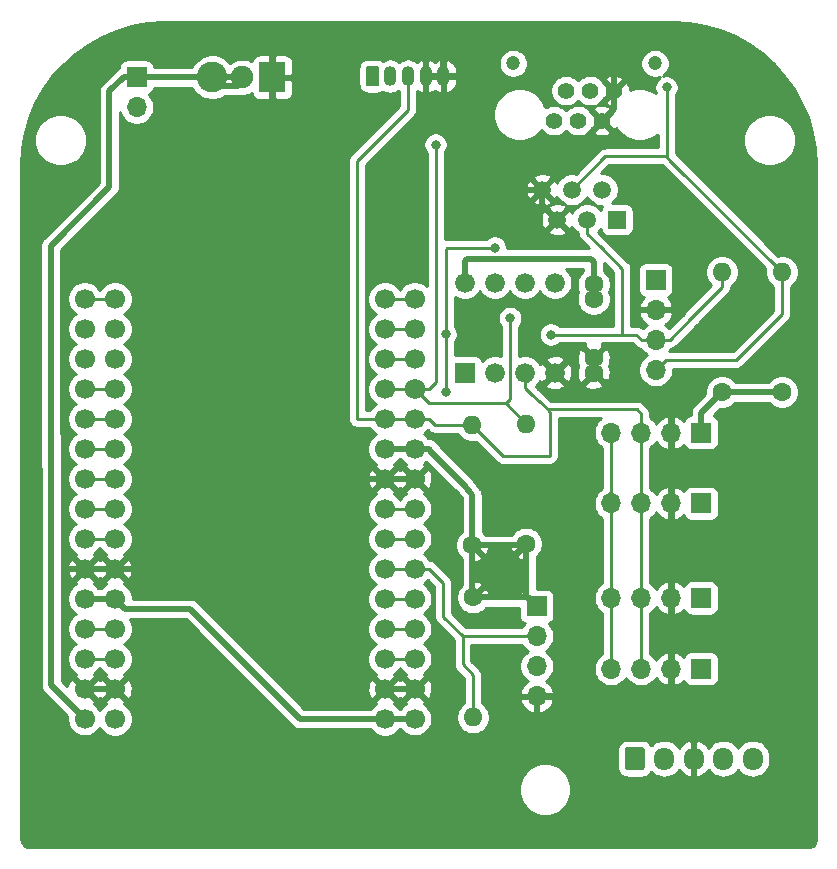
<source format=gbr>
G04 #@! TF.GenerationSoftware,KiCad,Pcbnew,5.1.5+dfsg1-2build2*
G04 #@! TF.CreationDate,2021-08-05T17:19:56+02:00*
G04 #@! TF.ProjectId,Airrohr_pcb,41697272-6f68-4725-9f70-63622e6b6963,rev?*
G04 #@! TF.SameCoordinates,Original*
G04 #@! TF.FileFunction,Copper,L2,Bot*
G04 #@! TF.FilePolarity,Positive*
%FSLAX46Y46*%
G04 Gerber Fmt 4.6, Leading zero omitted, Abs format (unit mm)*
G04 Created by KiCad (PCBNEW 5.1.5+dfsg1-2build2) date 2021-08-05 17:19:56*
%MOMM*%
%LPD*%
G04 APERTURE LIST*
%ADD10C,1.400000*%
%ADD11C,1.200000*%
%ADD12R,1.520000X1.520000*%
%ADD13C,1.520000*%
%ADD14O,1.600000X1.600000*%
%ADD15C,1.600000*%
%ADD16R,1.000000X0.500000*%
%ADD17C,1.900000*%
%ADD18R,2.200000X2.600000*%
%ADD19C,2.600000*%
%ADD20O,1.700000X1.700000*%
%ADD21R,1.700000X1.700000*%
%ADD22R,1.676400X1.676400*%
%ADD23C,1.676400*%
%ADD24O,1.700000X1.950000*%
%ADD25C,0.100000*%
%ADD26C,1.700000*%
%ADD27C,1.740000*%
%ADD28O,1.100000X1.700000*%
%ADD29C,0.800000*%
%ADD30C,0.250000*%
%ADD31C,0.500000*%
%ADD32C,0.254000*%
G04 APERTURE END LIST*
D10*
X185448100Y-26757760D03*
X186468100Y-24217760D03*
X187488100Y-26757760D03*
X188508100Y-24217760D03*
X189528100Y-26757760D03*
X190548100Y-24217760D03*
D11*
X193998100Y-21917760D03*
X181998100Y-21917760D03*
D12*
X190792100Y-35144720D03*
D13*
X189522100Y-32604720D03*
X188252100Y-35144720D03*
X186982100Y-32604720D03*
X185712100Y-35144720D03*
X184442100Y-32604720D03*
D14*
X204741020Y-39583360D03*
D15*
X204741020Y-49743360D03*
D16*
X157834800Y-23088600D03*
D17*
X159054800Y-23088600D03*
D18*
X161594800Y-23088600D03*
D19*
X156514800Y-23088600D03*
D20*
X194061080Y-47857260D03*
X194061080Y-45317260D03*
X194061080Y-42777260D03*
D21*
X194061080Y-40237260D03*
D22*
X177906680Y-48084740D03*
D23*
X180446680Y-48084740D03*
X182986680Y-48084740D03*
X185526680Y-48084740D03*
X185526680Y-40464740D03*
X182986680Y-40464740D03*
X180446680Y-40464740D03*
X177906680Y-40464740D03*
D20*
X190285000Y-59168400D03*
X192825000Y-59168400D03*
X195365000Y-59168400D03*
D21*
X197905000Y-59168400D03*
D20*
X190285000Y-53168400D03*
X192825000Y-53168400D03*
X195365000Y-53168400D03*
D21*
X197905000Y-53168400D03*
D15*
X188803280Y-46867140D03*
X188803280Y-41867140D03*
X188803280Y-40617140D03*
X188803280Y-48117140D03*
D24*
X202278000Y-80772000D03*
X199778000Y-80772000D03*
X197278000Y-80772000D03*
X194778000Y-80772000D03*
G04 #@! TA.AperFunction,ComponentPad*
D25*
G36*
X192902504Y-79798204D02*
G01*
X192926773Y-79801804D01*
X192950571Y-79807765D01*
X192973671Y-79816030D01*
X192995849Y-79826520D01*
X193016893Y-79839133D01*
X193036598Y-79853747D01*
X193054777Y-79870223D01*
X193071253Y-79888402D01*
X193085867Y-79908107D01*
X193098480Y-79929151D01*
X193108970Y-79951329D01*
X193117235Y-79974429D01*
X193123196Y-79998227D01*
X193126796Y-80022496D01*
X193128000Y-80047000D01*
X193128000Y-81497000D01*
X193126796Y-81521504D01*
X193123196Y-81545773D01*
X193117235Y-81569571D01*
X193108970Y-81592671D01*
X193098480Y-81614849D01*
X193085867Y-81635893D01*
X193071253Y-81655598D01*
X193054777Y-81673777D01*
X193036598Y-81690253D01*
X193016893Y-81704867D01*
X192995849Y-81717480D01*
X192973671Y-81727970D01*
X192950571Y-81736235D01*
X192926773Y-81742196D01*
X192902504Y-81745796D01*
X192878000Y-81747000D01*
X191678000Y-81747000D01*
X191653496Y-81745796D01*
X191629227Y-81742196D01*
X191605429Y-81736235D01*
X191582329Y-81727970D01*
X191560151Y-81717480D01*
X191539107Y-81704867D01*
X191519402Y-81690253D01*
X191501223Y-81673777D01*
X191484747Y-81655598D01*
X191470133Y-81635893D01*
X191457520Y-81614849D01*
X191447030Y-81592671D01*
X191438765Y-81569571D01*
X191432804Y-81545773D01*
X191429204Y-81521504D01*
X191428000Y-81497000D01*
X191428000Y-80047000D01*
X191429204Y-80022496D01*
X191432804Y-79998227D01*
X191438765Y-79974429D01*
X191447030Y-79951329D01*
X191457520Y-79929151D01*
X191470133Y-79908107D01*
X191484747Y-79888402D01*
X191501223Y-79870223D01*
X191519402Y-79853747D01*
X191539107Y-79839133D01*
X191560151Y-79826520D01*
X191582329Y-79816030D01*
X191605429Y-79807765D01*
X191629227Y-79801804D01*
X191653496Y-79798204D01*
X191678000Y-79797000D01*
X192878000Y-79797000D01*
X192902504Y-79798204D01*
G37*
G04 #@! TD.AperFunction*
D26*
X171138600Y-44399200D03*
X171138600Y-49479200D03*
X171138600Y-46939200D03*
X171138600Y-67259200D03*
X171138600Y-64719200D03*
X171138600Y-59639200D03*
X171138600Y-62179200D03*
X171138600Y-77419200D03*
X171138600Y-57099200D03*
X171138600Y-52019200D03*
X171138600Y-54559200D03*
X171138600Y-69799200D03*
X171138600Y-74879200D03*
X171138600Y-72339200D03*
X171138600Y-41859200D03*
X148278600Y-77419200D03*
X148278600Y-74879200D03*
X148278600Y-72339200D03*
X148278600Y-69799200D03*
X148278600Y-67259200D03*
X148278600Y-64719200D03*
X148278600Y-62179200D03*
X148278600Y-59639200D03*
X148278600Y-57099200D03*
X148278600Y-54559200D03*
X148278600Y-52019200D03*
X148278600Y-49479200D03*
X148278600Y-46939200D03*
X148278600Y-44399200D03*
X148278600Y-41859200D03*
X173653200Y-41833800D03*
X173653200Y-44373800D03*
X173653200Y-46913800D03*
D27*
X173653200Y-49453800D03*
D26*
X173653200Y-51993800D03*
X173653200Y-54533800D03*
X173653200Y-57073800D03*
X173653200Y-59613800D03*
X173653200Y-62153800D03*
X173653200Y-64693800D03*
X173653200Y-67233800D03*
X173653200Y-69773800D03*
X173653200Y-72313800D03*
X173653200Y-74853800D03*
X173653200Y-77393800D03*
X145713200Y-77393800D03*
X145713200Y-74853800D03*
X145713200Y-72313800D03*
X145713200Y-69773800D03*
X145713200Y-67233800D03*
X145713200Y-64693800D03*
X145713200Y-62153800D03*
X145713200Y-59613800D03*
X145713200Y-57073800D03*
X145713200Y-54533800D03*
X145713200Y-51993800D03*
X145713200Y-49453800D03*
X145713200Y-46913800D03*
X145713200Y-44373800D03*
X145713200Y-41833800D03*
D20*
X190285000Y-73168400D03*
X192825000Y-73168400D03*
X195365000Y-73168400D03*
D21*
X197905000Y-73168400D03*
D20*
X190285000Y-67168400D03*
X192825000Y-67168400D03*
X195365000Y-67168400D03*
D21*
X197905000Y-67168400D03*
D28*
X176085000Y-22987000D03*
X174585000Y-22987000D03*
X173085000Y-22987000D03*
X171585000Y-22987000D03*
G04 #@! TA.AperFunction,ComponentPad*
D25*
G36*
X170489149Y-22137779D02*
G01*
X170504846Y-22140107D01*
X170520239Y-22143963D01*
X170535180Y-22149309D01*
X170549525Y-22156093D01*
X170563136Y-22164251D01*
X170575881Y-22173704D01*
X170587639Y-22184361D01*
X170598296Y-22196119D01*
X170607749Y-22208864D01*
X170615907Y-22222475D01*
X170622691Y-22236820D01*
X170628037Y-22251761D01*
X170631893Y-22267154D01*
X170634221Y-22282851D01*
X170635000Y-22298700D01*
X170635000Y-23675300D01*
X170634221Y-23691149D01*
X170631893Y-23706846D01*
X170628037Y-23722239D01*
X170622691Y-23737180D01*
X170615907Y-23751525D01*
X170607749Y-23765136D01*
X170598296Y-23777881D01*
X170587639Y-23789639D01*
X170575881Y-23800296D01*
X170563136Y-23809749D01*
X170549525Y-23817907D01*
X170535180Y-23824691D01*
X170520239Y-23830037D01*
X170504846Y-23833893D01*
X170489149Y-23836221D01*
X170473300Y-23837000D01*
X169696700Y-23837000D01*
X169680851Y-23836221D01*
X169665154Y-23833893D01*
X169649761Y-23830037D01*
X169634820Y-23824691D01*
X169620475Y-23817907D01*
X169606864Y-23809749D01*
X169594119Y-23800296D01*
X169582361Y-23789639D01*
X169571704Y-23777881D01*
X169562251Y-23765136D01*
X169554093Y-23751525D01*
X169547309Y-23737180D01*
X169541963Y-23722239D01*
X169538107Y-23706846D01*
X169535779Y-23691149D01*
X169535000Y-23675300D01*
X169535000Y-22298700D01*
X169535779Y-22282851D01*
X169538107Y-22267154D01*
X169541963Y-22251761D01*
X169547309Y-22236820D01*
X169554093Y-22222475D01*
X169562251Y-22208864D01*
X169571704Y-22196119D01*
X169582361Y-22184361D01*
X169594119Y-22173704D01*
X169606864Y-22164251D01*
X169620475Y-22156093D01*
X169634820Y-22149309D01*
X169649761Y-22143963D01*
X169665154Y-22140107D01*
X169680851Y-22137779D01*
X169696700Y-22137000D01*
X170473300Y-22137000D01*
X170489149Y-22137779D01*
G37*
G04 #@! TD.AperFunction*
D14*
X199677020Y-39583360D03*
D15*
X199677020Y-49743360D03*
D14*
X178516280Y-52537360D03*
D15*
X178516280Y-62697360D03*
D14*
X183088280Y-52410360D03*
D15*
X183088280Y-62570360D03*
D14*
X178574700Y-77287120D03*
D15*
X178574700Y-67127120D03*
D20*
X183984900Y-75483720D03*
X183984900Y-72943720D03*
X183984900Y-70403720D03*
D21*
X183984900Y-67863720D03*
D20*
X150114000Y-25603200D03*
D21*
X150114000Y-23063200D03*
D29*
X181742080Y-43487340D03*
X175427640Y-28788360D03*
X176273460Y-44833540D03*
X176273460Y-49771300D03*
X180431440Y-37510720D03*
X194980560Y-23944580D03*
X185173620Y-44866560D03*
D30*
X173627800Y-41859200D02*
X173653200Y-41833800D01*
X171138600Y-41859200D02*
X173627800Y-41859200D01*
X173627800Y-59639200D02*
X173653200Y-59613800D01*
X171138600Y-59639200D02*
X173627800Y-59639200D01*
X173627800Y-62179200D02*
X173653200Y-62153800D01*
X171138600Y-62179200D02*
X173627800Y-62179200D01*
X171138600Y-67259200D02*
X174161200Y-67259200D01*
X174135800Y-67233800D02*
X173653200Y-67233800D01*
X174161200Y-67259200D02*
X174135800Y-67233800D01*
X173627800Y-69799200D02*
X173653200Y-69773800D01*
X171138600Y-69799200D02*
X173627800Y-69799200D01*
X173627800Y-72339200D02*
X173653200Y-72313800D01*
X171138600Y-72339200D02*
X173627800Y-72339200D01*
X148253200Y-72313800D02*
X148278600Y-72339200D01*
X145713200Y-72313800D02*
X148253200Y-72313800D01*
X148253200Y-69773800D02*
X148278600Y-69799200D01*
X145713200Y-69773800D02*
X148253200Y-69773800D01*
X148253200Y-62153800D02*
X148278600Y-62179200D01*
X145713200Y-62153800D02*
X148253200Y-62153800D01*
X148253200Y-59613800D02*
X148278600Y-59639200D01*
X145713200Y-59613800D02*
X148253200Y-59613800D01*
X148253200Y-57073800D02*
X148278600Y-57099200D01*
X145713200Y-57073800D02*
X148253200Y-57073800D01*
X148253200Y-54533800D02*
X148278600Y-54559200D01*
X145713200Y-54533800D02*
X148253200Y-54533800D01*
X148253200Y-51993800D02*
X148278600Y-52019200D01*
X145713200Y-51993800D02*
X148253200Y-51993800D01*
X148253200Y-49453800D02*
X148278600Y-49479200D01*
X145713200Y-49453800D02*
X148253200Y-49453800D01*
X148253200Y-41833800D02*
X148278600Y-41859200D01*
X145713200Y-41833800D02*
X148253200Y-41833800D01*
X173627800Y-57099200D02*
X173653200Y-57073800D01*
D31*
X171138600Y-57099200D02*
X173627800Y-57099200D01*
D30*
X170986200Y-57099200D02*
X171138600Y-57099200D01*
D31*
X171138600Y-57099200D02*
X167277800Y-57099200D01*
X148253200Y-64693800D02*
X148278600Y-64719200D01*
X145713200Y-64693800D02*
X148253200Y-64693800D01*
X148253200Y-74853800D02*
X148278600Y-74879200D01*
X145713200Y-74853800D02*
X148253200Y-74853800D01*
X173627800Y-74879200D02*
X173653200Y-74853800D01*
X171138600Y-74879200D02*
X173627800Y-74879200D01*
X144392400Y-64693800D02*
X145713200Y-64693800D01*
X144011400Y-65074800D02*
X144392400Y-64693800D01*
X145713200Y-74853800D02*
X144011400Y-73152000D01*
X144011400Y-73152000D02*
X144011400Y-65074800D01*
X148278600Y-64719200D02*
X152495000Y-64719200D01*
X152495000Y-64719200D02*
X163594800Y-53619400D01*
X167277800Y-57099200D02*
X163594800Y-53619400D01*
X195365000Y-53168400D02*
X195365000Y-59168400D01*
X195365000Y-67168400D02*
X195365000Y-73168400D01*
X174585000Y-22987000D02*
X176085000Y-22987000D01*
X176085000Y-19113000D02*
X176085000Y-22987000D01*
X176386000Y-18812000D02*
X176085000Y-19113000D01*
X179614320Y-23251920D02*
X179614320Y-31004000D01*
X181215040Y-32604720D02*
X184442100Y-32604720D01*
X179614320Y-31004000D02*
X181215040Y-32604720D01*
X184442100Y-33874720D02*
X185712100Y-35144720D01*
X184442100Y-32604720D02*
X184442100Y-33874720D01*
X163071400Y-18812000D02*
X163997640Y-18826480D01*
X163997640Y-18826480D02*
X176386000Y-18812000D01*
X161594800Y-21288600D02*
X161589720Y-21283520D01*
X161594800Y-23088600D02*
X161594800Y-21288600D01*
X161589720Y-20293680D02*
X163071400Y-18812000D01*
X161589720Y-21283520D02*
X161589720Y-20293680D01*
X197278000Y-80772000D02*
X197278000Y-78118980D01*
X197278000Y-78118980D02*
X195365000Y-76205980D01*
X194376040Y-75483720D02*
X195437760Y-74422000D01*
X183984900Y-75483720D02*
X194376040Y-75483720D01*
X195437760Y-74422000D02*
X195365000Y-73168400D01*
X195365000Y-76205980D02*
X195365000Y-73168400D01*
X179349400Y-22987000D02*
X176085000Y-22987000D01*
X179614320Y-23251920D02*
X179349400Y-22987000D01*
X189603279Y-48917139D02*
X191723559Y-48917139D01*
X188803280Y-48117140D02*
X189603279Y-48917139D01*
X191723559Y-48917139D02*
X194149980Y-51343560D01*
X194149980Y-51343560D02*
X195171060Y-51343560D01*
X195365000Y-51537500D02*
X195365000Y-53168400D01*
X195171060Y-51343560D02*
X195365000Y-51537500D01*
X163594800Y-53416200D02*
X163594800Y-53619400D01*
X163594800Y-35610800D02*
X163594800Y-53416200D01*
X161594800Y-23088600D02*
X161594800Y-33610800D01*
X161594800Y-33610800D02*
X163594800Y-35610800D01*
X201864860Y-64718300D02*
X195365000Y-64718300D01*
X207413860Y-59169300D02*
X201864860Y-64718300D01*
X207413860Y-40055800D02*
X207413860Y-59169300D01*
X195365000Y-59168400D02*
X195365000Y-64718300D01*
X195365000Y-64718300D02*
X195365000Y-67168400D01*
X198836280Y-29509720D02*
X198836280Y-22354540D01*
X201415800Y-32089240D02*
X198836280Y-29509720D01*
X207413860Y-34787840D02*
X206555340Y-33929320D01*
X206555340Y-33929320D02*
X203266040Y-33929320D01*
X203266040Y-33929320D02*
X201425960Y-32089240D01*
X198836280Y-22354540D02*
X195293740Y-18812000D01*
X207413860Y-40032940D02*
X207413860Y-34787840D01*
X201425960Y-32089240D02*
X201415800Y-32089240D01*
X190548100Y-25737760D02*
X189528100Y-26757760D01*
X190548100Y-24217760D02*
X190548100Y-25737760D01*
X190555880Y-23220031D02*
X190555880Y-18801080D01*
X190548100Y-23227811D02*
X190555880Y-23220031D01*
X190548100Y-24217760D02*
X190548100Y-23227811D01*
X195293740Y-18812000D02*
X190555880Y-18801080D01*
X190555880Y-18801080D02*
X176386000Y-18812000D01*
D30*
X173627800Y-54559200D02*
X173653200Y-54533800D01*
D31*
X171138600Y-54559200D02*
X173627800Y-54559200D01*
X197978000Y-59258200D02*
X197851000Y-59385200D01*
X173627800Y-77419200D02*
X173653200Y-77393800D01*
X171138600Y-77419200D02*
X173627800Y-77419200D01*
X148253200Y-67233800D02*
X148278600Y-67259200D01*
X145713200Y-67233800D02*
X148253200Y-67233800D01*
X149128599Y-68109199D02*
X154640399Y-68109199D01*
X148278600Y-67259200D02*
X149128599Y-68109199D01*
X163950400Y-77419200D02*
X171138600Y-77419200D01*
X154640399Y-68109199D02*
X163950400Y-77419200D01*
X182961280Y-62697360D02*
X183088280Y-62570360D01*
X178516280Y-62697360D02*
X182961280Y-62697360D01*
X178574700Y-67127120D02*
X178523900Y-67076320D01*
X188549280Y-38458140D02*
X178109880Y-38458140D01*
X188803280Y-40617140D02*
X188803280Y-38712140D01*
X177906680Y-38661340D02*
X177906680Y-40464740D01*
X178109880Y-38458140D02*
X177906680Y-38661340D01*
X188803280Y-38712140D02*
X188549280Y-38458140D01*
D30*
X187718700Y-38525842D02*
X187731400Y-38538542D01*
D31*
X178516280Y-67068700D02*
X178574700Y-67127120D01*
X178516280Y-62697360D02*
X178516280Y-67068700D01*
X183088280Y-66967100D02*
X183984900Y-67863720D01*
X183088280Y-62570360D02*
X183088280Y-66967100D01*
X183248300Y-67127120D02*
X183984900Y-67863720D01*
X178574700Y-67127120D02*
X183248300Y-67127120D01*
X178516280Y-62697360D02*
X178516280Y-58453020D01*
X174855281Y-54533800D02*
X174989901Y-54668420D01*
X173653200Y-54533800D02*
X174855281Y-54533800D01*
X174989901Y-54738681D02*
X177954940Y-57703720D01*
X174989901Y-54668420D02*
X174989901Y-54738681D01*
X178516280Y-58453020D02*
X177954940Y-57703720D01*
X197905000Y-51515380D02*
X199677020Y-49743360D01*
X197905000Y-53168400D02*
X197905000Y-51515380D01*
X200808390Y-49743360D02*
X204741020Y-49743360D01*
X199677020Y-49743360D02*
X200808390Y-49743360D01*
D30*
X150139400Y-23088600D02*
X150114000Y-23063200D01*
D31*
X156514800Y-23088600D02*
X150139400Y-23088600D01*
X149014000Y-23063200D02*
X147802600Y-24274600D01*
X150114000Y-23063200D02*
X149014000Y-23063200D01*
X147802600Y-24274600D02*
X147802600Y-32378400D01*
X142893800Y-74574400D02*
X145713200Y-77393800D01*
X142843000Y-37338000D02*
X142893800Y-74574400D01*
X147802600Y-32378400D02*
X142843000Y-37338000D01*
X159054800Y-23428602D02*
X159054800Y-23088600D01*
X156974799Y-23788601D02*
X158694801Y-23788601D01*
X156514800Y-23328602D02*
X156974799Y-23788601D01*
X158694801Y-23788601D02*
X159054800Y-23428602D01*
X156514800Y-23088600D02*
X156514800Y-23328602D01*
D30*
X173627800Y-44399200D02*
X173653200Y-44373800D01*
X171138600Y-44399200D02*
X173627800Y-44399200D01*
X173627800Y-46939200D02*
X173653200Y-46913800D01*
X171138600Y-46939200D02*
X173627800Y-46939200D01*
X200449200Y-81049400D02*
X200449200Y-80924400D01*
X148431000Y-77419200D02*
X148278600Y-77419200D01*
X173627800Y-64719200D02*
X173653200Y-64693800D01*
X171138600Y-64719200D02*
X173627800Y-64719200D01*
X178574700Y-73654920D02*
X178574700Y-77287120D01*
X183984900Y-70403720D02*
X181521100Y-70403720D01*
X174855281Y-64693800D02*
X176055020Y-65893539D01*
X173653200Y-64693800D02*
X174855281Y-64693800D01*
X176055020Y-65893539D02*
X176055020Y-68755260D01*
X177703480Y-70403720D02*
X181521100Y-70403720D01*
X176055020Y-68755260D02*
X177703480Y-70403720D01*
X177703480Y-72783700D02*
X178574700Y-73654920D01*
X177703480Y-70403720D02*
X177703480Y-72783700D01*
X173627800Y-49479200D02*
X173653200Y-49453800D01*
X171138600Y-49479200D02*
X173627800Y-49479200D01*
X190231000Y-59385200D02*
X190231000Y-58183119D01*
X190285000Y-54370481D02*
X190285000Y-59168400D01*
X190285000Y-53168400D02*
X190285000Y-54370481D01*
X190285000Y-60370481D02*
X190285000Y-67168400D01*
X190285000Y-59168400D02*
X190285000Y-60370481D01*
X190285000Y-68370481D02*
X190285000Y-73168400D01*
X190285000Y-67168400D02*
X190285000Y-68370481D01*
X173653200Y-49453800D02*
X174885100Y-50685700D01*
X174885100Y-50685700D02*
X181363620Y-50685700D01*
X181742080Y-43487340D02*
X181742080Y-44053025D01*
X181363620Y-50685700D02*
X183088280Y-52410360D01*
X181744620Y-50304700D02*
X181363620Y-50685700D01*
X181744620Y-44155360D02*
X181744620Y-50304700D01*
X174883565Y-49453800D02*
X173653200Y-49453800D01*
X175427640Y-48909725D02*
X174883565Y-49453800D01*
X175427640Y-28788360D02*
X175427640Y-48909725D01*
X173627800Y-52019200D02*
X173653200Y-51993800D01*
X171138600Y-52019200D02*
X173627800Y-52019200D01*
X171653200Y-51993800D02*
X174447200Y-51993800D01*
D31*
X178516280Y-52537360D02*
X178541680Y-52511960D01*
D30*
X178516280Y-52537360D02*
X181107080Y-55128160D01*
X181107080Y-55128160D02*
X185094880Y-55128160D01*
X182422800Y-47955200D02*
X183235600Y-48768000D01*
X185094880Y-51521360D02*
X185094880Y-51495960D01*
X185094880Y-55128160D02*
X185094880Y-51521360D01*
X192825000Y-54370481D02*
X192825000Y-59168400D01*
X192825000Y-53168400D02*
X192825000Y-54370481D01*
X192825000Y-60370481D02*
X192825000Y-67168400D01*
X192825000Y-59168400D02*
X192825000Y-60370481D01*
X192825000Y-67168400D02*
X192825000Y-73168400D01*
X185094880Y-55128160D02*
X185094880Y-55128160D01*
X175398841Y-52537360D02*
X178516280Y-52537360D01*
X173653200Y-51993800D02*
X174855281Y-51993800D01*
X174855281Y-51993800D02*
X175398841Y-52537360D01*
X192825000Y-53168400D02*
X192825000Y-51575600D01*
X192463420Y-51214020D02*
X184909460Y-51214020D01*
X192825000Y-51575600D02*
X192463420Y-51214020D01*
X183512460Y-49938940D02*
X184909460Y-51214020D01*
X184909460Y-51214020D02*
X185094880Y-51521360D01*
X182986680Y-49413160D02*
X182986680Y-48084740D01*
X183512460Y-49938940D02*
X182986680Y-49413160D01*
X168775380Y-30159960D02*
X173085000Y-25850340D01*
X171138600Y-52019200D02*
X168775380Y-52019200D01*
X173085000Y-25850340D02*
X173085000Y-22987000D01*
X168775380Y-52019200D02*
X168775380Y-30159960D01*
X204741020Y-43157140D02*
X204741020Y-39583360D01*
X200890899Y-47007261D02*
X204741020Y-43157140D01*
X194061080Y-47857260D02*
X194911079Y-47007261D01*
X194911079Y-47007261D02*
X200890899Y-47007261D01*
X176268380Y-49776380D02*
X176268380Y-49839880D01*
X176273460Y-49771300D02*
X176273460Y-49771300D01*
X176273460Y-44833540D02*
X176268380Y-49839880D01*
X176273460Y-49771300D02*
X176268380Y-49776380D01*
X176273460Y-37612320D02*
X176273460Y-44833540D01*
X176383950Y-37501830D02*
X176273460Y-37612320D01*
X195312540Y-30154880D02*
X204741020Y-39583360D01*
X176392840Y-37510720D02*
X180431440Y-37510720D01*
X176383950Y-37501830D02*
X176392840Y-37510720D01*
X194980560Y-29822900D02*
X194980560Y-23944580D01*
X195312540Y-30154880D02*
X194980560Y-29822900D01*
X189795160Y-29791660D02*
X186982100Y-32604720D01*
X194949320Y-29791660D02*
X194980560Y-29822900D01*
X189795160Y-29791660D02*
X194949320Y-29791660D01*
X192858999Y-45317260D02*
X192408299Y-44866560D01*
X194061080Y-45317260D02*
X192858999Y-45317260D01*
X187845700Y-44866560D02*
X185173620Y-44866560D01*
X192408299Y-44866560D02*
X191244220Y-44866560D01*
X191244220Y-44866560D02*
X187845700Y-44866560D01*
X195263161Y-45317260D02*
X197086220Y-43494201D01*
X194061080Y-45317260D02*
X195263161Y-45317260D01*
X197086220Y-43494201D02*
X197086220Y-43446700D01*
X199677020Y-40855900D02*
X199677020Y-39583360D01*
X197086220Y-43446700D02*
X199677020Y-40855900D01*
X191244220Y-39283640D02*
X191244220Y-44866560D01*
X188252100Y-36219522D02*
X188216540Y-36255082D01*
X188252100Y-35144720D02*
X188252100Y-36219522D01*
X188252100Y-36327080D02*
X189402720Y-37477700D01*
X188252100Y-36219522D02*
X188252100Y-36327080D01*
X189339220Y-37378640D02*
X189402720Y-37477700D01*
X189402720Y-37477700D02*
X191244220Y-39283640D01*
D32*
G36*
X196863297Y-18516310D02*
G01*
X198195800Y-18741686D01*
X199494898Y-19114196D01*
X200744365Y-19629190D01*
X201928638Y-20280250D01*
X203032958Y-21059263D01*
X204043563Y-21956519D01*
X204947853Y-22960834D01*
X205734560Y-24059696D01*
X206393869Y-25239390D01*
X206917577Y-26485243D01*
X207299141Y-27781689D01*
X207533816Y-29112595D01*
X207619761Y-30478655D01*
X207620000Y-30547038D01*
X207620001Y-87597711D01*
X207605278Y-87747869D01*
X207571047Y-87861246D01*
X207515446Y-87965817D01*
X207440594Y-88057595D01*
X207349335Y-88133091D01*
X207245160Y-88189419D01*
X207132024Y-88224440D01*
X206983979Y-88240000D01*
X141002279Y-88240000D01*
X140852131Y-88225278D01*
X140738754Y-88191047D01*
X140634183Y-88135446D01*
X140542405Y-88060594D01*
X140466909Y-87969335D01*
X140410581Y-87865160D01*
X140375560Y-87752024D01*
X140360000Y-87603979D01*
X140360000Y-83179872D01*
X182454400Y-83179872D01*
X182454400Y-83620128D01*
X182540290Y-84051925D01*
X182708769Y-84458669D01*
X182953362Y-84824729D01*
X183264671Y-85136038D01*
X183630731Y-85380631D01*
X184037475Y-85549110D01*
X184469272Y-85635000D01*
X184909528Y-85635000D01*
X185341325Y-85549110D01*
X185748069Y-85380631D01*
X186114129Y-85136038D01*
X186425438Y-84824729D01*
X186670031Y-84458669D01*
X186838510Y-84051925D01*
X186924400Y-83620128D01*
X186924400Y-83179872D01*
X186838510Y-82748075D01*
X186670031Y-82341331D01*
X186425438Y-81975271D01*
X186114129Y-81663962D01*
X185748069Y-81419369D01*
X185341325Y-81250890D01*
X184909528Y-81165000D01*
X184469272Y-81165000D01*
X184037475Y-81250890D01*
X183630731Y-81419369D01*
X183264671Y-81663962D01*
X182953362Y-81975271D01*
X182708769Y-82341331D01*
X182540290Y-82748075D01*
X182454400Y-83179872D01*
X140360000Y-83179872D01*
X140360000Y-80047000D01*
X190789928Y-80047000D01*
X190789928Y-81497000D01*
X190806992Y-81670254D01*
X190857528Y-81836850D01*
X190939595Y-81990386D01*
X191050038Y-82124962D01*
X191184614Y-82235405D01*
X191338150Y-82317472D01*
X191504746Y-82368008D01*
X191678000Y-82385072D01*
X192878000Y-82385072D01*
X193051254Y-82368008D01*
X193217850Y-82317472D01*
X193371386Y-82235405D01*
X193505962Y-82124962D01*
X193616405Y-81990386D01*
X193670777Y-81888663D01*
X193722866Y-81952134D01*
X193948987Y-82137706D01*
X194206967Y-82275599D01*
X194486890Y-82360513D01*
X194778000Y-82389185D01*
X195069111Y-82360513D01*
X195349034Y-82275599D01*
X195607014Y-82137706D01*
X195833134Y-81952134D01*
X196018706Y-81726014D01*
X196032462Y-81700278D01*
X196188951Y-81906429D01*
X196406807Y-82099496D01*
X196658142Y-82246352D01*
X196921110Y-82338476D01*
X197151000Y-82217155D01*
X197151000Y-80899000D01*
X197131000Y-80899000D01*
X197131000Y-80645000D01*
X197151000Y-80645000D01*
X197151000Y-79326845D01*
X197405000Y-79326845D01*
X197405000Y-80645000D01*
X197425000Y-80645000D01*
X197425000Y-80899000D01*
X197405000Y-80899000D01*
X197405000Y-82217155D01*
X197634890Y-82338476D01*
X197897858Y-82246352D01*
X198149193Y-82099496D01*
X198367049Y-81906429D01*
X198523538Y-81700278D01*
X198537294Y-81726014D01*
X198722866Y-81952134D01*
X198948987Y-82137706D01*
X199206967Y-82275599D01*
X199486890Y-82360513D01*
X199778000Y-82389185D01*
X200069111Y-82360513D01*
X200349034Y-82275599D01*
X200607014Y-82137706D01*
X200833134Y-81952134D01*
X201018706Y-81726014D01*
X201028000Y-81708626D01*
X201037294Y-81726014D01*
X201222866Y-81952134D01*
X201448987Y-82137706D01*
X201706967Y-82275599D01*
X201986890Y-82360513D01*
X202278000Y-82389185D01*
X202569111Y-82360513D01*
X202849034Y-82275599D01*
X203107014Y-82137706D01*
X203333134Y-81952134D01*
X203518706Y-81726014D01*
X203656599Y-81468033D01*
X203741513Y-81188110D01*
X203763000Y-80969949D01*
X203763000Y-80574050D01*
X203741513Y-80355889D01*
X203656599Y-80075966D01*
X203518706Y-79817986D01*
X203333134Y-79591866D01*
X203107013Y-79406294D01*
X202849033Y-79268401D01*
X202569110Y-79183487D01*
X202278000Y-79154815D01*
X201986889Y-79183487D01*
X201706966Y-79268401D01*
X201448986Y-79406294D01*
X201222866Y-79591866D01*
X201037294Y-79817987D01*
X201028000Y-79835374D01*
X201018706Y-79817986D01*
X200833134Y-79591866D01*
X200607013Y-79406294D01*
X200349033Y-79268401D01*
X200069110Y-79183487D01*
X199778000Y-79154815D01*
X199486889Y-79183487D01*
X199206966Y-79268401D01*
X198948986Y-79406294D01*
X198722866Y-79591866D01*
X198537294Y-79817987D01*
X198523538Y-79843722D01*
X198367049Y-79637571D01*
X198149193Y-79444504D01*
X197897858Y-79297648D01*
X197634890Y-79205524D01*
X197405000Y-79326845D01*
X197151000Y-79326845D01*
X196921110Y-79205524D01*
X196658142Y-79297648D01*
X196406807Y-79444504D01*
X196188951Y-79637571D01*
X196032462Y-79843722D01*
X196018706Y-79817986D01*
X195833134Y-79591866D01*
X195607013Y-79406294D01*
X195349033Y-79268401D01*
X195069110Y-79183487D01*
X194778000Y-79154815D01*
X194486889Y-79183487D01*
X194206966Y-79268401D01*
X193948986Y-79406294D01*
X193722866Y-79591866D01*
X193670777Y-79655337D01*
X193616405Y-79553614D01*
X193505962Y-79419038D01*
X193371386Y-79308595D01*
X193217850Y-79226528D01*
X193051254Y-79175992D01*
X192878000Y-79158928D01*
X191678000Y-79158928D01*
X191504746Y-79175992D01*
X191338150Y-79226528D01*
X191184614Y-79308595D01*
X191050038Y-79419038D01*
X190939595Y-79553614D01*
X190857528Y-79707150D01*
X190806992Y-79873746D01*
X190789928Y-80047000D01*
X140360000Y-80047000D01*
X140360000Y-37338000D01*
X141953719Y-37338000D01*
X141958060Y-37382076D01*
X142008742Y-74531525D01*
X142004519Y-74574400D01*
X142008860Y-74618480D01*
X142008861Y-74619084D01*
X142013104Y-74661576D01*
X142021605Y-74747890D01*
X142021783Y-74748476D01*
X142021843Y-74749080D01*
X142047030Y-74831703D01*
X142072212Y-74914713D01*
X142072500Y-74915251D01*
X142072677Y-74915833D01*
X142113629Y-74992200D01*
X142154390Y-75068459D01*
X142154775Y-75068928D01*
X142155064Y-75069467D01*
X142210049Y-75136280D01*
X142237268Y-75169446D01*
X142237698Y-75169876D01*
X142265842Y-75204074D01*
X142299180Y-75231358D01*
X144242661Y-77174840D01*
X144228200Y-77247540D01*
X144228200Y-77540060D01*
X144285268Y-77826958D01*
X144397210Y-78097211D01*
X144559725Y-78340432D01*
X144766568Y-78547275D01*
X145009789Y-78709790D01*
X145280042Y-78821732D01*
X145566940Y-78878800D01*
X145859460Y-78878800D01*
X146146358Y-78821732D01*
X146416611Y-78709790D01*
X146659832Y-78547275D01*
X146866675Y-78340432D01*
X146987414Y-78159733D01*
X147125125Y-78365832D01*
X147331968Y-78572675D01*
X147575189Y-78735190D01*
X147845442Y-78847132D01*
X148132340Y-78904200D01*
X148424860Y-78904200D01*
X148711758Y-78847132D01*
X148982011Y-78735190D01*
X149225232Y-78572675D01*
X149432075Y-78365832D01*
X149594590Y-78122611D01*
X149706532Y-77852358D01*
X149763600Y-77565460D01*
X149763600Y-77272940D01*
X149706532Y-76986042D01*
X149594590Y-76715789D01*
X149432075Y-76472568D01*
X149225232Y-76265725D01*
X149051871Y-76149889D01*
X149127392Y-75907597D01*
X148278600Y-75058805D01*
X147429808Y-75907597D01*
X147505329Y-76149889D01*
X147331968Y-76265725D01*
X147125125Y-76472568D01*
X147004386Y-76653267D01*
X146866675Y-76447168D01*
X146659832Y-76240325D01*
X146486471Y-76124489D01*
X146561992Y-75882197D01*
X145713200Y-75033405D01*
X145699058Y-75047548D01*
X145519453Y-74867943D01*
X145533595Y-74853800D01*
X145892805Y-74853800D01*
X146741597Y-75702592D01*
X146987997Y-75625791D01*
X147001128Y-75650357D01*
X147250203Y-75727992D01*
X148098995Y-74879200D01*
X148458205Y-74879200D01*
X149306997Y-75727992D01*
X149556072Y-75650357D01*
X149681971Y-75386317D01*
X149753939Y-75102789D01*
X149769211Y-74810669D01*
X149727199Y-74521181D01*
X149629519Y-74245453D01*
X149556072Y-74108043D01*
X149306997Y-74030408D01*
X148458205Y-74879200D01*
X148098995Y-74879200D01*
X147250203Y-74030408D01*
X147003803Y-74107209D01*
X146990672Y-74082643D01*
X146741597Y-74005008D01*
X145892805Y-74853800D01*
X145533595Y-74853800D01*
X144684803Y-74005008D01*
X144435728Y-74082643D01*
X144309829Y-74346683D01*
X144237861Y-74630211D01*
X144236039Y-74665061D01*
X143778300Y-74207321D01*
X143768588Y-67087540D01*
X144228200Y-67087540D01*
X144228200Y-67380060D01*
X144285268Y-67666958D01*
X144397210Y-67937211D01*
X144559725Y-68180432D01*
X144766568Y-68387275D01*
X144940960Y-68503800D01*
X144766568Y-68620325D01*
X144559725Y-68827168D01*
X144397210Y-69070389D01*
X144285268Y-69340642D01*
X144228200Y-69627540D01*
X144228200Y-69920060D01*
X144285268Y-70206958D01*
X144397210Y-70477211D01*
X144559725Y-70720432D01*
X144766568Y-70927275D01*
X144940960Y-71043800D01*
X144766568Y-71160325D01*
X144559725Y-71367168D01*
X144397210Y-71610389D01*
X144285268Y-71880642D01*
X144228200Y-72167540D01*
X144228200Y-72460060D01*
X144285268Y-72746958D01*
X144397210Y-73017211D01*
X144559725Y-73260432D01*
X144766568Y-73467275D01*
X144939929Y-73583111D01*
X144864408Y-73825403D01*
X145713200Y-74674195D01*
X146561992Y-73825403D01*
X146486471Y-73583111D01*
X146659832Y-73467275D01*
X146866675Y-73260432D01*
X146987414Y-73079733D01*
X147125125Y-73285832D01*
X147331968Y-73492675D01*
X147505329Y-73608511D01*
X147429808Y-73850803D01*
X148278600Y-74699595D01*
X149127392Y-73850803D01*
X149051871Y-73608511D01*
X149225232Y-73492675D01*
X149432075Y-73285832D01*
X149594590Y-73042611D01*
X149706532Y-72772358D01*
X149763600Y-72485460D01*
X149763600Y-72192940D01*
X149706532Y-71906042D01*
X149594590Y-71635789D01*
X149432075Y-71392568D01*
X149225232Y-71185725D01*
X149050840Y-71069200D01*
X149225232Y-70952675D01*
X149432075Y-70745832D01*
X149594590Y-70502611D01*
X149706532Y-70232358D01*
X149763600Y-69945460D01*
X149763600Y-69652940D01*
X149706532Y-69366042D01*
X149594590Y-69095789D01*
X149526710Y-68994199D01*
X154273821Y-68994199D01*
X163293870Y-78014249D01*
X163321583Y-78048017D01*
X163355351Y-78075730D01*
X163355353Y-78075732D01*
X163456341Y-78158611D01*
X163610086Y-78240789D01*
X163749503Y-78283081D01*
X163776910Y-78291395D01*
X163906923Y-78304200D01*
X163906931Y-78304200D01*
X163950400Y-78308481D01*
X163993869Y-78304200D01*
X169943944Y-78304200D01*
X169985125Y-78365832D01*
X170191968Y-78572675D01*
X170435189Y-78735190D01*
X170705442Y-78847132D01*
X170992340Y-78904200D01*
X171284860Y-78904200D01*
X171571758Y-78847132D01*
X171842011Y-78735190D01*
X172085232Y-78572675D01*
X172292075Y-78365832D01*
X172333256Y-78304200D01*
X172475516Y-78304200D01*
X172499725Y-78340432D01*
X172706568Y-78547275D01*
X172949789Y-78709790D01*
X173220042Y-78821732D01*
X173506940Y-78878800D01*
X173799460Y-78878800D01*
X174086358Y-78821732D01*
X174356611Y-78709790D01*
X174599832Y-78547275D01*
X174806675Y-78340432D01*
X174969190Y-78097211D01*
X175081132Y-77826958D01*
X175138200Y-77540060D01*
X175138200Y-77247540D01*
X175081132Y-76960642D01*
X174969190Y-76690389D01*
X174806675Y-76447168D01*
X174599832Y-76240325D01*
X174426471Y-76124489D01*
X174501992Y-75882197D01*
X173653200Y-75033405D01*
X172804408Y-75882197D01*
X172879929Y-76124489D01*
X172706568Y-76240325D01*
X172499725Y-76447168D01*
X172441572Y-76534200D01*
X172333256Y-76534200D01*
X172292075Y-76472568D01*
X172085232Y-76265725D01*
X171911871Y-76149889D01*
X171987392Y-75907597D01*
X171138600Y-75058805D01*
X170289808Y-75907597D01*
X170365329Y-76149889D01*
X170191968Y-76265725D01*
X169985125Y-76472568D01*
X169943944Y-76534200D01*
X164316979Y-76534200D01*
X162730510Y-74947731D01*
X169647989Y-74947731D01*
X169690001Y-75237219D01*
X169787681Y-75512947D01*
X169861128Y-75650357D01*
X170110203Y-75727992D01*
X170958995Y-74879200D01*
X171318205Y-74879200D01*
X172166997Y-75727992D01*
X172416072Y-75650357D01*
X172421396Y-75639191D01*
X172624803Y-75702592D01*
X173473595Y-74853800D01*
X173832805Y-74853800D01*
X174681597Y-75702592D01*
X174930672Y-75624957D01*
X175056571Y-75360917D01*
X175128539Y-75077389D01*
X175143811Y-74785269D01*
X175101799Y-74495781D01*
X175004119Y-74220053D01*
X174930672Y-74082643D01*
X174681597Y-74005008D01*
X173832805Y-74853800D01*
X173473595Y-74853800D01*
X172624803Y-74005008D01*
X172375728Y-74082643D01*
X172370404Y-74093809D01*
X172166997Y-74030408D01*
X171318205Y-74879200D01*
X170958995Y-74879200D01*
X170110203Y-74030408D01*
X169861128Y-74108043D01*
X169735229Y-74372083D01*
X169663261Y-74655611D01*
X169647989Y-74947731D01*
X162730510Y-74947731D01*
X155296933Y-67514155D01*
X155269216Y-67480382D01*
X155134458Y-67369788D01*
X154980712Y-67287610D01*
X154813889Y-67237004D01*
X154683876Y-67224199D01*
X154683868Y-67224199D01*
X154640399Y-67219918D01*
X154596930Y-67224199D01*
X149763600Y-67224199D01*
X149763600Y-67112940D01*
X149706532Y-66826042D01*
X149594590Y-66555789D01*
X149432075Y-66312568D01*
X149225232Y-66105725D01*
X149051871Y-65989889D01*
X149127392Y-65747597D01*
X148278600Y-64898805D01*
X147429808Y-65747597D01*
X147505329Y-65989889D01*
X147331968Y-66105725D01*
X147125125Y-66312568D01*
X147100916Y-66348800D01*
X146907856Y-66348800D01*
X146866675Y-66287168D01*
X146659832Y-66080325D01*
X146486471Y-65964489D01*
X146561992Y-65722197D01*
X145713200Y-64873405D01*
X144864408Y-65722197D01*
X144939929Y-65964489D01*
X144766568Y-66080325D01*
X144559725Y-66287168D01*
X144397210Y-66530389D01*
X144285268Y-66800642D01*
X144228200Y-67087540D01*
X143768588Y-67087540D01*
X143765415Y-64762331D01*
X144222589Y-64762331D01*
X144264601Y-65051819D01*
X144362281Y-65327547D01*
X144435728Y-65464957D01*
X144684803Y-65542592D01*
X145533595Y-64693800D01*
X145892805Y-64693800D01*
X146741597Y-65542592D01*
X146987997Y-65465791D01*
X147001128Y-65490357D01*
X147250203Y-65567992D01*
X148098995Y-64719200D01*
X148458205Y-64719200D01*
X149306997Y-65567992D01*
X149556072Y-65490357D01*
X149681971Y-65226317D01*
X149753939Y-64942789D01*
X149769211Y-64650669D01*
X149727199Y-64361181D01*
X149629519Y-64085453D01*
X149556072Y-63948043D01*
X149306997Y-63870408D01*
X148458205Y-64719200D01*
X148098995Y-64719200D01*
X147250203Y-63870408D01*
X147003803Y-63947209D01*
X146990672Y-63922643D01*
X146741597Y-63845008D01*
X145892805Y-64693800D01*
X145533595Y-64693800D01*
X144684803Y-63845008D01*
X144435728Y-63922643D01*
X144309829Y-64186683D01*
X144237861Y-64470211D01*
X144222589Y-64762331D01*
X143765415Y-64762331D01*
X143733934Y-41687540D01*
X144228200Y-41687540D01*
X144228200Y-41980060D01*
X144285268Y-42266958D01*
X144397210Y-42537211D01*
X144559725Y-42780432D01*
X144766568Y-42987275D01*
X144940960Y-43103800D01*
X144766568Y-43220325D01*
X144559725Y-43427168D01*
X144397210Y-43670389D01*
X144285268Y-43940642D01*
X144228200Y-44227540D01*
X144228200Y-44520060D01*
X144285268Y-44806958D01*
X144397210Y-45077211D01*
X144559725Y-45320432D01*
X144766568Y-45527275D01*
X144940960Y-45643800D01*
X144766568Y-45760325D01*
X144559725Y-45967168D01*
X144397210Y-46210389D01*
X144285268Y-46480642D01*
X144228200Y-46767540D01*
X144228200Y-47060060D01*
X144285268Y-47346958D01*
X144397210Y-47617211D01*
X144559725Y-47860432D01*
X144766568Y-48067275D01*
X144940960Y-48183800D01*
X144766568Y-48300325D01*
X144559725Y-48507168D01*
X144397210Y-48750389D01*
X144285268Y-49020642D01*
X144228200Y-49307540D01*
X144228200Y-49600060D01*
X144285268Y-49886958D01*
X144397210Y-50157211D01*
X144559725Y-50400432D01*
X144766568Y-50607275D01*
X144940960Y-50723800D01*
X144766568Y-50840325D01*
X144559725Y-51047168D01*
X144397210Y-51290389D01*
X144285268Y-51560642D01*
X144228200Y-51847540D01*
X144228200Y-52140060D01*
X144285268Y-52426958D01*
X144397210Y-52697211D01*
X144559725Y-52940432D01*
X144766568Y-53147275D01*
X144940960Y-53263800D01*
X144766568Y-53380325D01*
X144559725Y-53587168D01*
X144397210Y-53830389D01*
X144285268Y-54100642D01*
X144228200Y-54387540D01*
X144228200Y-54680060D01*
X144285268Y-54966958D01*
X144397210Y-55237211D01*
X144559725Y-55480432D01*
X144766568Y-55687275D01*
X144940960Y-55803800D01*
X144766568Y-55920325D01*
X144559725Y-56127168D01*
X144397210Y-56370389D01*
X144285268Y-56640642D01*
X144228200Y-56927540D01*
X144228200Y-57220060D01*
X144285268Y-57506958D01*
X144397210Y-57777211D01*
X144559725Y-58020432D01*
X144766568Y-58227275D01*
X144940960Y-58343800D01*
X144766568Y-58460325D01*
X144559725Y-58667168D01*
X144397210Y-58910389D01*
X144285268Y-59180642D01*
X144228200Y-59467540D01*
X144228200Y-59760060D01*
X144285268Y-60046958D01*
X144397210Y-60317211D01*
X144559725Y-60560432D01*
X144766568Y-60767275D01*
X144940960Y-60883800D01*
X144766568Y-61000325D01*
X144559725Y-61207168D01*
X144397210Y-61450389D01*
X144285268Y-61720642D01*
X144228200Y-62007540D01*
X144228200Y-62300060D01*
X144285268Y-62586958D01*
X144397210Y-62857211D01*
X144559725Y-63100432D01*
X144766568Y-63307275D01*
X144939929Y-63423111D01*
X144864408Y-63665403D01*
X145713200Y-64514195D01*
X146561992Y-63665403D01*
X146486471Y-63423111D01*
X146659832Y-63307275D01*
X146866675Y-63100432D01*
X146987414Y-62919733D01*
X147125125Y-63125832D01*
X147331968Y-63332675D01*
X147505329Y-63448511D01*
X147429808Y-63690803D01*
X148278600Y-64539595D01*
X149127392Y-63690803D01*
X149051871Y-63448511D01*
X149225232Y-63332675D01*
X149432075Y-63125832D01*
X149594590Y-62882611D01*
X149706532Y-62612358D01*
X149763600Y-62325460D01*
X149763600Y-62032940D01*
X149706532Y-61746042D01*
X149594590Y-61475789D01*
X149432075Y-61232568D01*
X149225232Y-61025725D01*
X149050840Y-60909200D01*
X149225232Y-60792675D01*
X149432075Y-60585832D01*
X149594590Y-60342611D01*
X149706532Y-60072358D01*
X149763600Y-59785460D01*
X149763600Y-59492940D01*
X149706532Y-59206042D01*
X149594590Y-58935789D01*
X149432075Y-58692568D01*
X149225232Y-58485725D01*
X149050840Y-58369200D01*
X149225232Y-58252675D01*
X149432075Y-58045832D01*
X149594590Y-57802611D01*
X149706532Y-57532358D01*
X149763600Y-57245460D01*
X149763600Y-57167731D01*
X169647989Y-57167731D01*
X169690001Y-57457219D01*
X169787681Y-57732947D01*
X169861128Y-57870357D01*
X170110203Y-57947992D01*
X170958995Y-57099200D01*
X171318205Y-57099200D01*
X172166997Y-57947992D01*
X172416072Y-57870357D01*
X172421396Y-57859191D01*
X172624803Y-57922592D01*
X173473595Y-57073800D01*
X173832805Y-57073800D01*
X174681597Y-57922592D01*
X174930672Y-57844957D01*
X175056571Y-57580917D01*
X175128539Y-57297389D01*
X175143811Y-57005269D01*
X175101799Y-56715781D01*
X175004119Y-56440053D01*
X174930672Y-56302643D01*
X174681597Y-56225008D01*
X173832805Y-57073800D01*
X173473595Y-57073800D01*
X172624803Y-56225008D01*
X172375728Y-56302643D01*
X172370404Y-56313809D01*
X172166997Y-56250408D01*
X171318205Y-57099200D01*
X170958995Y-57099200D01*
X170110203Y-56250408D01*
X169861128Y-56328043D01*
X169735229Y-56592083D01*
X169663261Y-56875611D01*
X169647989Y-57167731D01*
X149763600Y-57167731D01*
X149763600Y-56952940D01*
X149706532Y-56666042D01*
X149594590Y-56395789D01*
X149432075Y-56152568D01*
X149225232Y-55945725D01*
X149050840Y-55829200D01*
X149225232Y-55712675D01*
X149432075Y-55505832D01*
X149594590Y-55262611D01*
X149706532Y-54992358D01*
X149763600Y-54705460D01*
X149763600Y-54412940D01*
X149706532Y-54126042D01*
X149594590Y-53855789D01*
X149432075Y-53612568D01*
X149225232Y-53405725D01*
X149050840Y-53289200D01*
X149225232Y-53172675D01*
X149432075Y-52965832D01*
X149594590Y-52722611D01*
X149706532Y-52452358D01*
X149763600Y-52165460D01*
X149763600Y-52019200D01*
X168011703Y-52019200D01*
X168026377Y-52168186D01*
X168069834Y-52311447D01*
X168140406Y-52443476D01*
X168190735Y-52504802D01*
X168235379Y-52559201D01*
X168351104Y-52654174D01*
X168483133Y-52724746D01*
X168626394Y-52768203D01*
X168775380Y-52782877D01*
X168812713Y-52779200D01*
X169860422Y-52779200D01*
X169985125Y-52965832D01*
X170191968Y-53172675D01*
X170366360Y-53289200D01*
X170191968Y-53405725D01*
X169985125Y-53612568D01*
X169822610Y-53855789D01*
X169710668Y-54126042D01*
X169653600Y-54412940D01*
X169653600Y-54705460D01*
X169710668Y-54992358D01*
X169822610Y-55262611D01*
X169985125Y-55505832D01*
X170191968Y-55712675D01*
X170365329Y-55828511D01*
X170289808Y-56070803D01*
X171138600Y-56919595D01*
X171987392Y-56070803D01*
X171911871Y-55828511D01*
X172085232Y-55712675D01*
X172292075Y-55505832D01*
X172333256Y-55444200D01*
X172475516Y-55444200D01*
X172499725Y-55480432D01*
X172706568Y-55687275D01*
X172879929Y-55803111D01*
X172804408Y-56045403D01*
X173653200Y-56894195D01*
X174501992Y-56045403D01*
X174426471Y-55803111D01*
X174599832Y-55687275D01*
X174643374Y-55643733D01*
X177284508Y-58284867D01*
X177631281Y-58747753D01*
X177631280Y-61562839D01*
X177601521Y-61582723D01*
X177401643Y-61782601D01*
X177244600Y-62017633D01*
X177136427Y-62278786D01*
X177081280Y-62556025D01*
X177081280Y-62838695D01*
X177136427Y-63115934D01*
X177244600Y-63377087D01*
X177401643Y-63612119D01*
X177601521Y-63811997D01*
X177631280Y-63831881D01*
X177631281Y-66041143D01*
X177460063Y-66212361D01*
X177303020Y-66447393D01*
X177194847Y-66708546D01*
X177139700Y-66985785D01*
X177139700Y-67268455D01*
X177194847Y-67545694D01*
X177303020Y-67806847D01*
X177460063Y-68041879D01*
X177659941Y-68241757D01*
X177894973Y-68398800D01*
X178156126Y-68506973D01*
X178433365Y-68562120D01*
X178716035Y-68562120D01*
X178993274Y-68506973D01*
X179254427Y-68398800D01*
X179489459Y-68241757D01*
X179689337Y-68041879D01*
X179709221Y-68012120D01*
X182496828Y-68012120D01*
X182496828Y-68713720D01*
X182509088Y-68838202D01*
X182545398Y-68957900D01*
X182604363Y-69068214D01*
X182683715Y-69164905D01*
X182780406Y-69244257D01*
X182890720Y-69303222D01*
X182963280Y-69325233D01*
X182831425Y-69457088D01*
X182706722Y-69643720D01*
X178018283Y-69643720D01*
X176815020Y-68440459D01*
X176815020Y-65930861D01*
X176818696Y-65893538D01*
X176815020Y-65856215D01*
X176815020Y-65856206D01*
X176804023Y-65744553D01*
X176760566Y-65601292D01*
X176689994Y-65469263D01*
X176595021Y-65353538D01*
X176566024Y-65329741D01*
X175419085Y-64182803D01*
X175395282Y-64153799D01*
X175279557Y-64058826D01*
X175147528Y-63988254D01*
X175004267Y-63944797D01*
X174934109Y-63937887D01*
X174806675Y-63747168D01*
X174599832Y-63540325D01*
X174425440Y-63423800D01*
X174599832Y-63307275D01*
X174806675Y-63100432D01*
X174969190Y-62857211D01*
X175081132Y-62586958D01*
X175138200Y-62300060D01*
X175138200Y-62007540D01*
X175081132Y-61720642D01*
X174969190Y-61450389D01*
X174806675Y-61207168D01*
X174599832Y-61000325D01*
X174425440Y-60883800D01*
X174599832Y-60767275D01*
X174806675Y-60560432D01*
X174969190Y-60317211D01*
X175081132Y-60046958D01*
X175138200Y-59760060D01*
X175138200Y-59467540D01*
X175081132Y-59180642D01*
X174969190Y-58910389D01*
X174806675Y-58667168D01*
X174599832Y-58460325D01*
X174426471Y-58344489D01*
X174501992Y-58102197D01*
X173653200Y-57253405D01*
X172804408Y-58102197D01*
X172879929Y-58344489D01*
X172706568Y-58460325D01*
X172499725Y-58667168D01*
X172387414Y-58835253D01*
X172292075Y-58692568D01*
X172085232Y-58485725D01*
X171911871Y-58369889D01*
X171987392Y-58127597D01*
X171138600Y-57278805D01*
X170289808Y-58127597D01*
X170365329Y-58369889D01*
X170191968Y-58485725D01*
X169985125Y-58692568D01*
X169822610Y-58935789D01*
X169710668Y-59206042D01*
X169653600Y-59492940D01*
X169653600Y-59785460D01*
X169710668Y-60072358D01*
X169822610Y-60342611D01*
X169985125Y-60585832D01*
X170191968Y-60792675D01*
X170366360Y-60909200D01*
X170191968Y-61025725D01*
X169985125Y-61232568D01*
X169822610Y-61475789D01*
X169710668Y-61746042D01*
X169653600Y-62032940D01*
X169653600Y-62325460D01*
X169710668Y-62612358D01*
X169822610Y-62882611D01*
X169985125Y-63125832D01*
X170191968Y-63332675D01*
X170366360Y-63449200D01*
X170191968Y-63565725D01*
X169985125Y-63772568D01*
X169822610Y-64015789D01*
X169710668Y-64286042D01*
X169653600Y-64572940D01*
X169653600Y-64865460D01*
X169710668Y-65152358D01*
X169822610Y-65422611D01*
X169985125Y-65665832D01*
X170191968Y-65872675D01*
X170366360Y-65989200D01*
X170191968Y-66105725D01*
X169985125Y-66312568D01*
X169822610Y-66555789D01*
X169710668Y-66826042D01*
X169653600Y-67112940D01*
X169653600Y-67405460D01*
X169710668Y-67692358D01*
X169822610Y-67962611D01*
X169985125Y-68205832D01*
X170191968Y-68412675D01*
X170366360Y-68529200D01*
X170191968Y-68645725D01*
X169985125Y-68852568D01*
X169822610Y-69095789D01*
X169710668Y-69366042D01*
X169653600Y-69652940D01*
X169653600Y-69945460D01*
X169710668Y-70232358D01*
X169822610Y-70502611D01*
X169985125Y-70745832D01*
X170191968Y-70952675D01*
X170366360Y-71069200D01*
X170191968Y-71185725D01*
X169985125Y-71392568D01*
X169822610Y-71635789D01*
X169710668Y-71906042D01*
X169653600Y-72192940D01*
X169653600Y-72485460D01*
X169710668Y-72772358D01*
X169822610Y-73042611D01*
X169985125Y-73285832D01*
X170191968Y-73492675D01*
X170365329Y-73608511D01*
X170289808Y-73850803D01*
X171138600Y-74699595D01*
X171987392Y-73850803D01*
X171911871Y-73608511D01*
X172085232Y-73492675D01*
X172292075Y-73285832D01*
X172404386Y-73117747D01*
X172499725Y-73260432D01*
X172706568Y-73467275D01*
X172879929Y-73583111D01*
X172804408Y-73825403D01*
X173653200Y-74674195D01*
X174501992Y-73825403D01*
X174426471Y-73583111D01*
X174599832Y-73467275D01*
X174806675Y-73260432D01*
X174969190Y-73017211D01*
X175081132Y-72746958D01*
X175138200Y-72460060D01*
X175138200Y-72167540D01*
X175081132Y-71880642D01*
X174969190Y-71610389D01*
X174806675Y-71367168D01*
X174599832Y-71160325D01*
X174425440Y-71043800D01*
X174599832Y-70927275D01*
X174806675Y-70720432D01*
X174969190Y-70477211D01*
X175081132Y-70206958D01*
X175138200Y-69920060D01*
X175138200Y-69627540D01*
X175081132Y-69340642D01*
X174969190Y-69070389D01*
X174806675Y-68827168D01*
X174599832Y-68620325D01*
X174425440Y-68503800D01*
X174599832Y-68387275D01*
X174806675Y-68180432D01*
X174969190Y-67937211D01*
X175081132Y-67666958D01*
X175138200Y-67380060D01*
X175138200Y-67087540D01*
X175081132Y-66800642D01*
X174969190Y-66530389D01*
X174806675Y-66287168D01*
X174599832Y-66080325D01*
X174425440Y-65963800D01*
X174599832Y-65847275D01*
X174766893Y-65680214D01*
X175295020Y-66208341D01*
X175295021Y-68717928D01*
X175291344Y-68755260D01*
X175306018Y-68904245D01*
X175349474Y-69047506D01*
X175420046Y-69179536D01*
X175491221Y-69266262D01*
X175515020Y-69295261D01*
X175544018Y-69319059D01*
X176943480Y-70718523D01*
X176943481Y-72746368D01*
X176939804Y-72783700D01*
X176943481Y-72821033D01*
X176951842Y-72905917D01*
X176954478Y-72932685D01*
X176997934Y-73075946D01*
X177068506Y-73207976D01*
X177139681Y-73294702D01*
X177163480Y-73323701D01*
X177192478Y-73347499D01*
X177814700Y-73969722D01*
X177814701Y-76069076D01*
X177659941Y-76172483D01*
X177460063Y-76372361D01*
X177303020Y-76607393D01*
X177194847Y-76868546D01*
X177139700Y-77145785D01*
X177139700Y-77428455D01*
X177194847Y-77705694D01*
X177303020Y-77966847D01*
X177460063Y-78201879D01*
X177659941Y-78401757D01*
X177894973Y-78558800D01*
X178156126Y-78666973D01*
X178433365Y-78722120D01*
X178716035Y-78722120D01*
X178993274Y-78666973D01*
X179254427Y-78558800D01*
X179489459Y-78401757D01*
X179689337Y-78201879D01*
X179846380Y-77966847D01*
X179954553Y-77705694D01*
X180009700Y-77428455D01*
X180009700Y-77145785D01*
X179954553Y-76868546D01*
X179846380Y-76607393D01*
X179689337Y-76372361D01*
X179489459Y-76172483D01*
X179334700Y-76069077D01*
X179334700Y-75840610D01*
X182543424Y-75840610D01*
X182588075Y-75987819D01*
X182713259Y-76250640D01*
X182887312Y-76483989D01*
X183103545Y-76678898D01*
X183353648Y-76827877D01*
X183628009Y-76925201D01*
X183857900Y-76804534D01*
X183857900Y-75610720D01*
X184111900Y-75610720D01*
X184111900Y-76804534D01*
X184341791Y-76925201D01*
X184616152Y-76827877D01*
X184866255Y-76678898D01*
X185082488Y-76483989D01*
X185256541Y-76250640D01*
X185381725Y-75987819D01*
X185426376Y-75840610D01*
X185305055Y-75610720D01*
X184111900Y-75610720D01*
X183857900Y-75610720D01*
X182664745Y-75610720D01*
X182543424Y-75840610D01*
X179334700Y-75840610D01*
X179334700Y-73692242D01*
X179338376Y-73654919D01*
X179334700Y-73617596D01*
X179334700Y-73617587D01*
X179323703Y-73505934D01*
X179280246Y-73362673D01*
X179254582Y-73314660D01*
X179209674Y-73230643D01*
X179138499Y-73143917D01*
X179114701Y-73114919D01*
X179085704Y-73091122D01*
X178463480Y-72468899D01*
X178463480Y-71163720D01*
X182706722Y-71163720D01*
X182831425Y-71350352D01*
X183038268Y-71557195D01*
X183212660Y-71673720D01*
X183038268Y-71790245D01*
X182831425Y-71997088D01*
X182668910Y-72240309D01*
X182556968Y-72510562D01*
X182499900Y-72797460D01*
X182499900Y-73089980D01*
X182556968Y-73376878D01*
X182668910Y-73647131D01*
X182831425Y-73890352D01*
X183038268Y-74097195D01*
X183220434Y-74218915D01*
X183103545Y-74288542D01*
X182887312Y-74483451D01*
X182713259Y-74716800D01*
X182588075Y-74979621D01*
X182543424Y-75126830D01*
X182664745Y-75356720D01*
X183857900Y-75356720D01*
X183857900Y-75336720D01*
X184111900Y-75336720D01*
X184111900Y-75356720D01*
X185305055Y-75356720D01*
X185426376Y-75126830D01*
X185381725Y-74979621D01*
X185256541Y-74716800D01*
X185082488Y-74483451D01*
X184866255Y-74288542D01*
X184749366Y-74218915D01*
X184931532Y-74097195D01*
X185138375Y-73890352D01*
X185300890Y-73647131D01*
X185412832Y-73376878D01*
X185469900Y-73089980D01*
X185469900Y-72797460D01*
X185412832Y-72510562D01*
X185300890Y-72240309D01*
X185138375Y-71997088D01*
X184931532Y-71790245D01*
X184757140Y-71673720D01*
X184931532Y-71557195D01*
X185138375Y-71350352D01*
X185300890Y-71107131D01*
X185412832Y-70836878D01*
X185469900Y-70549980D01*
X185469900Y-70257460D01*
X185412832Y-69970562D01*
X185300890Y-69700309D01*
X185138375Y-69457088D01*
X185006520Y-69325233D01*
X185079080Y-69303222D01*
X185189394Y-69244257D01*
X185286085Y-69164905D01*
X185365437Y-69068214D01*
X185424402Y-68957900D01*
X185460712Y-68838202D01*
X185472972Y-68713720D01*
X185472972Y-67013720D01*
X185460712Y-66889238D01*
X185424402Y-66769540D01*
X185365437Y-66659226D01*
X185286085Y-66562535D01*
X185189394Y-66483183D01*
X185079080Y-66424218D01*
X184959382Y-66387908D01*
X184834900Y-66375648D01*
X183973280Y-66375648D01*
X183973280Y-63704881D01*
X184003039Y-63684997D01*
X184202917Y-63485119D01*
X184359960Y-63250087D01*
X184468133Y-62988934D01*
X184523280Y-62711695D01*
X184523280Y-62429025D01*
X184468133Y-62151786D01*
X184359960Y-61890633D01*
X184202917Y-61655601D01*
X184003039Y-61455723D01*
X183768007Y-61298680D01*
X183506854Y-61190507D01*
X183229615Y-61135360D01*
X182946945Y-61135360D01*
X182669706Y-61190507D01*
X182408553Y-61298680D01*
X182173521Y-61455723D01*
X181973643Y-61655601D01*
X181868900Y-61812360D01*
X179650801Y-61812360D01*
X179630917Y-61782601D01*
X179431039Y-61582723D01*
X179401280Y-61562839D01*
X179401280Y-58472598D01*
X179404270Y-58405102D01*
X179394681Y-58342541D01*
X179388475Y-58279530D01*
X179381497Y-58256528D01*
X179377858Y-58232784D01*
X179356248Y-58173292D01*
X179337869Y-58112707D01*
X179326543Y-58091516D01*
X179318338Y-58068930D01*
X179285531Y-58014787D01*
X179255691Y-57958961D01*
X179212828Y-57906732D01*
X178703656Y-57227070D01*
X178694350Y-57209660D01*
X178651471Y-57157412D01*
X178637160Y-57138309D01*
X178623926Y-57123848D01*
X178611472Y-57108673D01*
X178594571Y-57091772D01*
X178548961Y-57041934D01*
X178533055Y-57030256D01*
X175789197Y-54286399D01*
X175729312Y-54174361D01*
X175618718Y-54039603D01*
X175584946Y-54011887D01*
X175511815Y-53938756D01*
X175484098Y-53904983D01*
X175349340Y-53794389D01*
X175195594Y-53712211D01*
X175028771Y-53661605D01*
X174898758Y-53648800D01*
X174898750Y-53648800D01*
X174855281Y-53644519D01*
X174845631Y-53645469D01*
X174806675Y-53587168D01*
X174599832Y-53380325D01*
X174425440Y-53263800D01*
X174599832Y-53147275D01*
X174766893Y-52980214D01*
X174835041Y-53048362D01*
X174858840Y-53077361D01*
X174887838Y-53101159D01*
X174974564Y-53172334D01*
X175059643Y-53217810D01*
X175106594Y-53242906D01*
X175249855Y-53286363D01*
X175361508Y-53297360D01*
X175361518Y-53297360D01*
X175398841Y-53301036D01*
X175436164Y-53297360D01*
X177298237Y-53297360D01*
X177401643Y-53452119D01*
X177601521Y-53651997D01*
X177836553Y-53809040D01*
X178097706Y-53917213D01*
X178374945Y-53972360D01*
X178657615Y-53972360D01*
X178840166Y-53936048D01*
X180543285Y-55639168D01*
X180567079Y-55668161D01*
X180596072Y-55691955D01*
X180596076Y-55691959D01*
X180664706Y-55748281D01*
X180682804Y-55763134D01*
X180814833Y-55833706D01*
X180958094Y-55877163D01*
X181069747Y-55888160D01*
X181069756Y-55888160D01*
X181107079Y-55891836D01*
X181144402Y-55888160D01*
X185057547Y-55888160D01*
X185094880Y-55891837D01*
X185132213Y-55888160D01*
X185243866Y-55877163D01*
X185387127Y-55833706D01*
X185519156Y-55763134D01*
X185634881Y-55668161D01*
X185729854Y-55552436D01*
X185800426Y-55420407D01*
X185843883Y-55277146D01*
X185858557Y-55128160D01*
X185854880Y-55090827D01*
X185854880Y-51974020D01*
X189399587Y-51974020D01*
X189338368Y-52014925D01*
X189131525Y-52221768D01*
X188969010Y-52464989D01*
X188857068Y-52735242D01*
X188800000Y-53022140D01*
X188800000Y-53314660D01*
X188857068Y-53601558D01*
X188969010Y-53871811D01*
X189131525Y-54115032D01*
X189338368Y-54321875D01*
X189525000Y-54446578D01*
X189525001Y-57890221D01*
X189338368Y-58014925D01*
X189131525Y-58221768D01*
X188969010Y-58464989D01*
X188857068Y-58735242D01*
X188800000Y-59022140D01*
X188800000Y-59314660D01*
X188857068Y-59601558D01*
X188969010Y-59871811D01*
X189131525Y-60115032D01*
X189338368Y-60321875D01*
X189525000Y-60446578D01*
X189525001Y-65890221D01*
X189338368Y-66014925D01*
X189131525Y-66221768D01*
X188969010Y-66464989D01*
X188857068Y-66735242D01*
X188800000Y-67022140D01*
X188800000Y-67314660D01*
X188857068Y-67601558D01*
X188969010Y-67871811D01*
X189131525Y-68115032D01*
X189338368Y-68321875D01*
X189525000Y-68446578D01*
X189525001Y-71890221D01*
X189338368Y-72014925D01*
X189131525Y-72221768D01*
X188969010Y-72464989D01*
X188857068Y-72735242D01*
X188800000Y-73022140D01*
X188800000Y-73314660D01*
X188857068Y-73601558D01*
X188969010Y-73871811D01*
X189131525Y-74115032D01*
X189338368Y-74321875D01*
X189581589Y-74484390D01*
X189851842Y-74596332D01*
X190138740Y-74653400D01*
X190431260Y-74653400D01*
X190718158Y-74596332D01*
X190988411Y-74484390D01*
X191231632Y-74321875D01*
X191438475Y-74115032D01*
X191555000Y-73940640D01*
X191671525Y-74115032D01*
X191878368Y-74321875D01*
X192121589Y-74484390D01*
X192391842Y-74596332D01*
X192678740Y-74653400D01*
X192971260Y-74653400D01*
X193258158Y-74596332D01*
X193528411Y-74484390D01*
X193771632Y-74321875D01*
X193978475Y-74115032D01*
X194100195Y-73932866D01*
X194169822Y-74049755D01*
X194364731Y-74265988D01*
X194598080Y-74440041D01*
X194860901Y-74565225D01*
X195008110Y-74609876D01*
X195238000Y-74488555D01*
X195238000Y-73295400D01*
X195218000Y-73295400D01*
X195218000Y-73041400D01*
X195238000Y-73041400D01*
X195238000Y-71848245D01*
X195492000Y-71848245D01*
X195492000Y-73041400D01*
X195512000Y-73041400D01*
X195512000Y-73295400D01*
X195492000Y-73295400D01*
X195492000Y-74488555D01*
X195721890Y-74609876D01*
X195869099Y-74565225D01*
X196131920Y-74440041D01*
X196365269Y-74265988D01*
X196441034Y-74181934D01*
X196465498Y-74262580D01*
X196524463Y-74372894D01*
X196603815Y-74469585D01*
X196700506Y-74548937D01*
X196810820Y-74607902D01*
X196930518Y-74644212D01*
X197055000Y-74656472D01*
X198755000Y-74656472D01*
X198879482Y-74644212D01*
X198999180Y-74607902D01*
X199109494Y-74548937D01*
X199206185Y-74469585D01*
X199285537Y-74372894D01*
X199344502Y-74262580D01*
X199380812Y-74142882D01*
X199393072Y-74018400D01*
X199393072Y-72318400D01*
X199380812Y-72193918D01*
X199344502Y-72074220D01*
X199285537Y-71963906D01*
X199206185Y-71867215D01*
X199109494Y-71787863D01*
X198999180Y-71728898D01*
X198879482Y-71692588D01*
X198755000Y-71680328D01*
X197055000Y-71680328D01*
X196930518Y-71692588D01*
X196810820Y-71728898D01*
X196700506Y-71787863D01*
X196603815Y-71867215D01*
X196524463Y-71963906D01*
X196465498Y-72074220D01*
X196441034Y-72154866D01*
X196365269Y-72070812D01*
X196131920Y-71896759D01*
X195869099Y-71771575D01*
X195721890Y-71726924D01*
X195492000Y-71848245D01*
X195238000Y-71848245D01*
X195008110Y-71726924D01*
X194860901Y-71771575D01*
X194598080Y-71896759D01*
X194364731Y-72070812D01*
X194169822Y-72287045D01*
X194100195Y-72403934D01*
X193978475Y-72221768D01*
X193771632Y-72014925D01*
X193585000Y-71890222D01*
X193585000Y-68446578D01*
X193771632Y-68321875D01*
X193978475Y-68115032D01*
X194100195Y-67932866D01*
X194169822Y-68049755D01*
X194364731Y-68265988D01*
X194598080Y-68440041D01*
X194860901Y-68565225D01*
X195008110Y-68609876D01*
X195238000Y-68488555D01*
X195238000Y-67295400D01*
X195218000Y-67295400D01*
X195218000Y-67041400D01*
X195238000Y-67041400D01*
X195238000Y-65848245D01*
X195492000Y-65848245D01*
X195492000Y-67041400D01*
X195512000Y-67041400D01*
X195512000Y-67295400D01*
X195492000Y-67295400D01*
X195492000Y-68488555D01*
X195721890Y-68609876D01*
X195869099Y-68565225D01*
X196131920Y-68440041D01*
X196365269Y-68265988D01*
X196441034Y-68181934D01*
X196465498Y-68262580D01*
X196524463Y-68372894D01*
X196603815Y-68469585D01*
X196700506Y-68548937D01*
X196810820Y-68607902D01*
X196930518Y-68644212D01*
X197055000Y-68656472D01*
X198755000Y-68656472D01*
X198879482Y-68644212D01*
X198999180Y-68607902D01*
X199109494Y-68548937D01*
X199206185Y-68469585D01*
X199285537Y-68372894D01*
X199344502Y-68262580D01*
X199380812Y-68142882D01*
X199393072Y-68018400D01*
X199393072Y-66318400D01*
X199380812Y-66193918D01*
X199344502Y-66074220D01*
X199285537Y-65963906D01*
X199206185Y-65867215D01*
X199109494Y-65787863D01*
X198999180Y-65728898D01*
X198879482Y-65692588D01*
X198755000Y-65680328D01*
X197055000Y-65680328D01*
X196930518Y-65692588D01*
X196810820Y-65728898D01*
X196700506Y-65787863D01*
X196603815Y-65867215D01*
X196524463Y-65963906D01*
X196465498Y-66074220D01*
X196441034Y-66154866D01*
X196365269Y-66070812D01*
X196131920Y-65896759D01*
X195869099Y-65771575D01*
X195721890Y-65726924D01*
X195492000Y-65848245D01*
X195238000Y-65848245D01*
X195008110Y-65726924D01*
X194860901Y-65771575D01*
X194598080Y-65896759D01*
X194364731Y-66070812D01*
X194169822Y-66287045D01*
X194100195Y-66403934D01*
X193978475Y-66221768D01*
X193771632Y-66014925D01*
X193585000Y-65890222D01*
X193585000Y-60446578D01*
X193771632Y-60321875D01*
X193978475Y-60115032D01*
X194100195Y-59932866D01*
X194169822Y-60049755D01*
X194364731Y-60265988D01*
X194598080Y-60440041D01*
X194860901Y-60565225D01*
X195008110Y-60609876D01*
X195238000Y-60488555D01*
X195238000Y-59295400D01*
X195218000Y-59295400D01*
X195218000Y-59041400D01*
X195238000Y-59041400D01*
X195238000Y-57848245D01*
X195492000Y-57848245D01*
X195492000Y-59041400D01*
X195512000Y-59041400D01*
X195512000Y-59295400D01*
X195492000Y-59295400D01*
X195492000Y-60488555D01*
X195721890Y-60609876D01*
X195869099Y-60565225D01*
X196131920Y-60440041D01*
X196365269Y-60265988D01*
X196441034Y-60181934D01*
X196465498Y-60262580D01*
X196524463Y-60372894D01*
X196603815Y-60469585D01*
X196700506Y-60548937D01*
X196810820Y-60607902D01*
X196930518Y-60644212D01*
X197055000Y-60656472D01*
X198755000Y-60656472D01*
X198879482Y-60644212D01*
X198999180Y-60607902D01*
X199109494Y-60548937D01*
X199206185Y-60469585D01*
X199285537Y-60372894D01*
X199344502Y-60262580D01*
X199380812Y-60142882D01*
X199393072Y-60018400D01*
X199393072Y-58318400D01*
X199380812Y-58193918D01*
X199344502Y-58074220D01*
X199285537Y-57963906D01*
X199206185Y-57867215D01*
X199109494Y-57787863D01*
X198999180Y-57728898D01*
X198879482Y-57692588D01*
X198755000Y-57680328D01*
X197055000Y-57680328D01*
X196930518Y-57692588D01*
X196810820Y-57728898D01*
X196700506Y-57787863D01*
X196603815Y-57867215D01*
X196524463Y-57963906D01*
X196465498Y-58074220D01*
X196441034Y-58154866D01*
X196365269Y-58070812D01*
X196131920Y-57896759D01*
X195869099Y-57771575D01*
X195721890Y-57726924D01*
X195492000Y-57848245D01*
X195238000Y-57848245D01*
X195008110Y-57726924D01*
X194860901Y-57771575D01*
X194598080Y-57896759D01*
X194364731Y-58070812D01*
X194169822Y-58287045D01*
X194100195Y-58403934D01*
X193978475Y-58221768D01*
X193771632Y-58014925D01*
X193585000Y-57890222D01*
X193585000Y-54446578D01*
X193771632Y-54321875D01*
X193978475Y-54115032D01*
X194100195Y-53932866D01*
X194169822Y-54049755D01*
X194364731Y-54265988D01*
X194598080Y-54440041D01*
X194860901Y-54565225D01*
X195008110Y-54609876D01*
X195238000Y-54488555D01*
X195238000Y-53295400D01*
X195218000Y-53295400D01*
X195218000Y-53041400D01*
X195238000Y-53041400D01*
X195238000Y-51848245D01*
X195492000Y-51848245D01*
X195492000Y-53041400D01*
X195512000Y-53041400D01*
X195512000Y-53295400D01*
X195492000Y-53295400D01*
X195492000Y-54488555D01*
X195721890Y-54609876D01*
X195869099Y-54565225D01*
X196131920Y-54440041D01*
X196365269Y-54265988D01*
X196441034Y-54181934D01*
X196465498Y-54262580D01*
X196524463Y-54372894D01*
X196603815Y-54469585D01*
X196700506Y-54548937D01*
X196810820Y-54607902D01*
X196930518Y-54644212D01*
X197055000Y-54656472D01*
X198755000Y-54656472D01*
X198879482Y-54644212D01*
X198999180Y-54607902D01*
X199109494Y-54548937D01*
X199206185Y-54469585D01*
X199285537Y-54372894D01*
X199344502Y-54262580D01*
X199380812Y-54142882D01*
X199393072Y-54018400D01*
X199393072Y-52318400D01*
X199380812Y-52193918D01*
X199344502Y-52074220D01*
X199285537Y-51963906D01*
X199206185Y-51867215D01*
X199109494Y-51787863D01*
X198999180Y-51728898D01*
X198956122Y-51715836D01*
X199500581Y-51171377D01*
X199535685Y-51178360D01*
X199818355Y-51178360D01*
X200095594Y-51123213D01*
X200356747Y-51015040D01*
X200591779Y-50857997D01*
X200791657Y-50658119D01*
X200811541Y-50628360D01*
X203606499Y-50628360D01*
X203626383Y-50658119D01*
X203826261Y-50857997D01*
X204061293Y-51015040D01*
X204322446Y-51123213D01*
X204599685Y-51178360D01*
X204882355Y-51178360D01*
X205159594Y-51123213D01*
X205420747Y-51015040D01*
X205655779Y-50857997D01*
X205855657Y-50658119D01*
X206012700Y-50423087D01*
X206120873Y-50161934D01*
X206176020Y-49884695D01*
X206176020Y-49602025D01*
X206120873Y-49324786D01*
X206012700Y-49063633D01*
X205855657Y-48828601D01*
X205655779Y-48628723D01*
X205420747Y-48471680D01*
X205159594Y-48363507D01*
X204882355Y-48308360D01*
X204599685Y-48308360D01*
X204322446Y-48363507D01*
X204061293Y-48471680D01*
X203826261Y-48628723D01*
X203626383Y-48828601D01*
X203606499Y-48858360D01*
X200811541Y-48858360D01*
X200791657Y-48828601D01*
X200591779Y-48628723D01*
X200356747Y-48471680D01*
X200095594Y-48363507D01*
X199818355Y-48308360D01*
X199535685Y-48308360D01*
X199258446Y-48363507D01*
X198997293Y-48471680D01*
X198762261Y-48628723D01*
X198562383Y-48828601D01*
X198405340Y-49063633D01*
X198297167Y-49324786D01*
X198242020Y-49602025D01*
X198242020Y-49884695D01*
X198249003Y-49919799D01*
X197309951Y-50858851D01*
X197276184Y-50886563D01*
X197248471Y-50920331D01*
X197248468Y-50920334D01*
X197165590Y-51021321D01*
X197083412Y-51175067D01*
X197032805Y-51341890D01*
X197015719Y-51515380D01*
X197020001Y-51558859D01*
X197020001Y-51683775D01*
X196930518Y-51692588D01*
X196810820Y-51728898D01*
X196700506Y-51787863D01*
X196603815Y-51867215D01*
X196524463Y-51963906D01*
X196465498Y-52074220D01*
X196441034Y-52154866D01*
X196365269Y-52070812D01*
X196131920Y-51896759D01*
X195869099Y-51771575D01*
X195721890Y-51726924D01*
X195492000Y-51848245D01*
X195238000Y-51848245D01*
X195008110Y-51726924D01*
X194860901Y-51771575D01*
X194598080Y-51896759D01*
X194364731Y-52070812D01*
X194169822Y-52287045D01*
X194100195Y-52403934D01*
X193978475Y-52221768D01*
X193771632Y-52014925D01*
X193585000Y-51890222D01*
X193585000Y-51612922D01*
X193588676Y-51575599D01*
X193585000Y-51538276D01*
X193585000Y-51538267D01*
X193574003Y-51426614D01*
X193530546Y-51283353D01*
X193459974Y-51151324D01*
X193365001Y-51035599D01*
X193335997Y-51011796D01*
X193027224Y-50703023D01*
X193003421Y-50674019D01*
X192887696Y-50579046D01*
X192755667Y-50508474D01*
X192612406Y-50465017D01*
X192500753Y-50454020D01*
X192500742Y-50454020D01*
X192463420Y-50450344D01*
X192426098Y-50454020D01*
X185204150Y-50454020D01*
X184037611Y-49389289D01*
X183896765Y-49248443D01*
X183925790Y-49229049D01*
X184050124Y-49104715D01*
X184686310Y-49104715D01*
X184762518Y-49352584D01*
X185024545Y-49477303D01*
X185305869Y-49548508D01*
X185595679Y-49563459D01*
X185882837Y-49521585D01*
X186156308Y-49424494D01*
X186290842Y-49352584D01*
X186367050Y-49104715D01*
X185526680Y-48264345D01*
X184686310Y-49104715D01*
X184050124Y-49104715D01*
X184130989Y-49023850D01*
X184253969Y-48839797D01*
X184258836Y-48848902D01*
X184506705Y-48925110D01*
X185347075Y-48084740D01*
X185706285Y-48084740D01*
X186546655Y-48925110D01*
X186794524Y-48848902D01*
X186919243Y-48586875D01*
X186990448Y-48305551D01*
X187005399Y-48015741D01*
X186963525Y-47728583D01*
X186866434Y-47455112D01*
X186794524Y-47320578D01*
X186546655Y-47244370D01*
X185706285Y-48084740D01*
X185347075Y-48084740D01*
X184506705Y-47244370D01*
X184258836Y-47320578D01*
X184254281Y-47330148D01*
X184130989Y-47145630D01*
X184050124Y-47064765D01*
X184686310Y-47064765D01*
X185526680Y-47905135D01*
X186367050Y-47064765D01*
X186290842Y-46816896D01*
X186028815Y-46692177D01*
X185747491Y-46620972D01*
X185457681Y-46606021D01*
X185170523Y-46647895D01*
X184897052Y-46744986D01*
X184762518Y-46816896D01*
X184686310Y-47064765D01*
X184050124Y-47064765D01*
X183925790Y-46940431D01*
X183684502Y-46779207D01*
X183416397Y-46668154D01*
X183131778Y-46611540D01*
X182841582Y-46611540D01*
X182556963Y-46668154D01*
X182504620Y-46689835D01*
X182504620Y-44188511D01*
X182546017Y-44147114D01*
X182659285Y-43977596D01*
X182737306Y-43789238D01*
X182777080Y-43589279D01*
X182777080Y-43385401D01*
X182737306Y-43185442D01*
X182659285Y-42997084D01*
X182546017Y-42827566D01*
X182401854Y-42683403D01*
X182232336Y-42570135D01*
X182043978Y-42492114D01*
X181844019Y-42452340D01*
X181640141Y-42452340D01*
X181440182Y-42492114D01*
X181251824Y-42570135D01*
X181082306Y-42683403D01*
X180938143Y-42827566D01*
X180824875Y-42997084D01*
X180746854Y-43185442D01*
X180707080Y-43385401D01*
X180707080Y-43589279D01*
X180746854Y-43789238D01*
X180824875Y-43977596D01*
X180938143Y-44147114D01*
X180984620Y-44193591D01*
X180984620Y-46712982D01*
X180876397Y-46668154D01*
X180591778Y-46611540D01*
X180301582Y-46611540D01*
X180016963Y-46668154D01*
X179748858Y-46779207D01*
X179507570Y-46940431D01*
X179360277Y-47087724D01*
X179334382Y-47002360D01*
X179275417Y-46892046D01*
X179196065Y-46795355D01*
X179099374Y-46716003D01*
X178989060Y-46657038D01*
X178869362Y-46620728D01*
X178744880Y-46608468D01*
X177068480Y-46608468D01*
X177031655Y-46612095D01*
X177032745Y-45537966D01*
X177077397Y-45493314D01*
X177190665Y-45323796D01*
X177268686Y-45135438D01*
X177308460Y-44935479D01*
X177308460Y-44731601D01*
X177268686Y-44531642D01*
X177190665Y-44343284D01*
X177077397Y-44173766D01*
X177033460Y-44129829D01*
X177033460Y-41653075D01*
X177208858Y-41770273D01*
X177476963Y-41881326D01*
X177761582Y-41937940D01*
X178051778Y-41937940D01*
X178336397Y-41881326D01*
X178604502Y-41770273D01*
X178845790Y-41609049D01*
X179050989Y-41403850D01*
X179176680Y-41215741D01*
X179302371Y-41403850D01*
X179507570Y-41609049D01*
X179748858Y-41770273D01*
X180016963Y-41881326D01*
X180301582Y-41937940D01*
X180591778Y-41937940D01*
X180876397Y-41881326D01*
X181144502Y-41770273D01*
X181385790Y-41609049D01*
X181590989Y-41403850D01*
X181716680Y-41215741D01*
X181842371Y-41403850D01*
X182047570Y-41609049D01*
X182288858Y-41770273D01*
X182556963Y-41881326D01*
X182841582Y-41937940D01*
X183131778Y-41937940D01*
X183416397Y-41881326D01*
X183684502Y-41770273D01*
X183925790Y-41609049D01*
X184130989Y-41403850D01*
X184256680Y-41215741D01*
X184382371Y-41403850D01*
X184587570Y-41609049D01*
X184828858Y-41770273D01*
X185096963Y-41881326D01*
X185381582Y-41937940D01*
X185671778Y-41937940D01*
X185956397Y-41881326D01*
X186224502Y-41770273D01*
X186465790Y-41609049D01*
X186670989Y-41403850D01*
X186832213Y-41162562D01*
X186943266Y-40894457D01*
X186999880Y-40609838D01*
X186999880Y-40319642D01*
X186943266Y-40035023D01*
X186832213Y-39766918D01*
X186670989Y-39525630D01*
X186488499Y-39343140D01*
X187918281Y-39343140D01*
X187918281Y-39482618D01*
X187888521Y-39502503D01*
X187688643Y-39702381D01*
X187531600Y-39937413D01*
X187423427Y-40198566D01*
X187368280Y-40475805D01*
X187368280Y-40758475D01*
X187423427Y-41035714D01*
X187508931Y-41242140D01*
X187423427Y-41448566D01*
X187368280Y-41725805D01*
X187368280Y-42008475D01*
X187423427Y-42285714D01*
X187531600Y-42546867D01*
X187688643Y-42781899D01*
X187888521Y-42981777D01*
X188123553Y-43138820D01*
X188384706Y-43246993D01*
X188661945Y-43302140D01*
X188944615Y-43302140D01*
X189221854Y-43246993D01*
X189483007Y-43138820D01*
X189718039Y-42981777D01*
X189917917Y-42781899D01*
X190074960Y-42546867D01*
X190183133Y-42285714D01*
X190238280Y-42008475D01*
X190238280Y-41725805D01*
X190183133Y-41448566D01*
X190097629Y-41242140D01*
X190183133Y-41035714D01*
X190238280Y-40758475D01*
X190238280Y-40475805D01*
X190183133Y-40198566D01*
X190074960Y-39937413D01*
X189917917Y-39702381D01*
X189718039Y-39502503D01*
X189688280Y-39482619D01*
X189688280Y-38822221D01*
X190484220Y-39602792D01*
X190484221Y-44106560D01*
X185877331Y-44106560D01*
X185833394Y-44062623D01*
X185663876Y-43949355D01*
X185475518Y-43871334D01*
X185275559Y-43831560D01*
X185071681Y-43831560D01*
X184871722Y-43871334D01*
X184683364Y-43949355D01*
X184513846Y-44062623D01*
X184369683Y-44206786D01*
X184256415Y-44376304D01*
X184178394Y-44564662D01*
X184138620Y-44764621D01*
X184138620Y-44968499D01*
X184178394Y-45168458D01*
X184256415Y-45356816D01*
X184369683Y-45526334D01*
X184513846Y-45670497D01*
X184683364Y-45783765D01*
X184871722Y-45861786D01*
X185071681Y-45901560D01*
X185275559Y-45901560D01*
X185475518Y-45861786D01*
X185663876Y-45783765D01*
X185833394Y-45670497D01*
X185877331Y-45626560D01*
X188069079Y-45626560D01*
X188061766Y-45630469D01*
X187990183Y-45874438D01*
X188795774Y-46680029D01*
X188732768Y-46676923D01*
X188472083Y-46715548D01*
X187810578Y-46054043D01*
X187566609Y-46125626D01*
X187445709Y-46381136D01*
X187376980Y-46655324D01*
X187363063Y-46937652D01*
X187404493Y-47217270D01*
X187499677Y-47483432D01*
X187508122Y-47499232D01*
X187445709Y-47631136D01*
X187376980Y-47905324D01*
X187363063Y-48187652D01*
X187404493Y-48467270D01*
X187499677Y-48733432D01*
X187566609Y-48858654D01*
X187810578Y-48930237D01*
X188476254Y-48264561D01*
X188591464Y-48293440D01*
X188796479Y-48303546D01*
X187990183Y-49109842D01*
X188061766Y-49353811D01*
X188317276Y-49474711D01*
X188591464Y-49543440D01*
X188873792Y-49557357D01*
X189153410Y-49515927D01*
X189419572Y-49420743D01*
X189544794Y-49353811D01*
X189616377Y-49109842D01*
X188810786Y-48304251D01*
X188873792Y-48307357D01*
X189134477Y-48268732D01*
X189795982Y-48930237D01*
X190039951Y-48858654D01*
X190160851Y-48603144D01*
X190229580Y-48328956D01*
X190243497Y-48046628D01*
X190202067Y-47767010D01*
X190106883Y-47500848D01*
X190098438Y-47485048D01*
X190160851Y-47353144D01*
X190229580Y-47078956D01*
X190243497Y-46796628D01*
X190202067Y-46517010D01*
X190106883Y-46250848D01*
X190039951Y-46125626D01*
X189795982Y-46054043D01*
X189130306Y-46719719D01*
X189015096Y-46690840D01*
X188810081Y-46680734D01*
X189616377Y-45874438D01*
X189544794Y-45630469D01*
X189536533Y-45626560D01*
X191206887Y-45626560D01*
X191244220Y-45630237D01*
X191281553Y-45626560D01*
X192093498Y-45626560D01*
X192295195Y-45828257D01*
X192318998Y-45857261D01*
X192372977Y-45901560D01*
X192434722Y-45952234D01*
X192562758Y-46020671D01*
X192566752Y-46022806D01*
X192710013Y-46066263D01*
X192780171Y-46073173D01*
X192907605Y-46263892D01*
X193114448Y-46470735D01*
X193288840Y-46587260D01*
X193114448Y-46703785D01*
X192907605Y-46910628D01*
X192745090Y-47153849D01*
X192633148Y-47424102D01*
X192576080Y-47711000D01*
X192576080Y-48003520D01*
X192633148Y-48290418D01*
X192745090Y-48560671D01*
X192907605Y-48803892D01*
X193114448Y-49010735D01*
X193357669Y-49173250D01*
X193627922Y-49285192D01*
X193914820Y-49342260D01*
X194207340Y-49342260D01*
X194494238Y-49285192D01*
X194764491Y-49173250D01*
X195007712Y-49010735D01*
X195214555Y-48803892D01*
X195377070Y-48560671D01*
X195489012Y-48290418D01*
X195546080Y-48003520D01*
X195546080Y-47767261D01*
X200853577Y-47767261D01*
X200890899Y-47770937D01*
X200928221Y-47767261D01*
X200928232Y-47767261D01*
X201039885Y-47756264D01*
X201183146Y-47712807D01*
X201315175Y-47642235D01*
X201430900Y-47547262D01*
X201454703Y-47518258D01*
X205252024Y-43720938D01*
X205281021Y-43697141D01*
X205375994Y-43581416D01*
X205446566Y-43449387D01*
X205490023Y-43306126D01*
X205501020Y-43194473D01*
X205501020Y-43194464D01*
X205504696Y-43157141D01*
X205501020Y-43119818D01*
X205501020Y-40801403D01*
X205655779Y-40697997D01*
X205855657Y-40498119D01*
X206012700Y-40263087D01*
X206120873Y-40001934D01*
X206176020Y-39724695D01*
X206176020Y-39442025D01*
X206120873Y-39164786D01*
X206012700Y-38903633D01*
X205855657Y-38668601D01*
X205655779Y-38468723D01*
X205420747Y-38311680D01*
X205159594Y-38203507D01*
X204882355Y-38148360D01*
X204599685Y-38148360D01*
X204417134Y-38184672D01*
X195823542Y-29591081D01*
X195740560Y-29508099D01*
X195740560Y-28179872D01*
X201454400Y-28179872D01*
X201454400Y-28620128D01*
X201540290Y-29051925D01*
X201708769Y-29458669D01*
X201953362Y-29824729D01*
X202264671Y-30136038D01*
X202630731Y-30380631D01*
X203037475Y-30549110D01*
X203469272Y-30635000D01*
X203909528Y-30635000D01*
X204341325Y-30549110D01*
X204748069Y-30380631D01*
X205114129Y-30136038D01*
X205425438Y-29824729D01*
X205670031Y-29458669D01*
X205838510Y-29051925D01*
X205924400Y-28620128D01*
X205924400Y-28179872D01*
X205838510Y-27748075D01*
X205670031Y-27341331D01*
X205425438Y-26975271D01*
X205114129Y-26663962D01*
X204748069Y-26419369D01*
X204341325Y-26250890D01*
X203909528Y-26165000D01*
X203469272Y-26165000D01*
X203037475Y-26250890D01*
X202630731Y-26419369D01*
X202264671Y-26663962D01*
X201953362Y-26975271D01*
X201708769Y-27341331D01*
X201540290Y-27748075D01*
X201454400Y-28179872D01*
X195740560Y-28179872D01*
X195740560Y-24648291D01*
X195784497Y-24604354D01*
X195897765Y-24434836D01*
X195975786Y-24246478D01*
X196015560Y-24046519D01*
X196015560Y-23842641D01*
X195975786Y-23642682D01*
X195897765Y-23454324D01*
X195784497Y-23284806D01*
X195640334Y-23140643D01*
X195470816Y-23027375D01*
X195282458Y-22949354D01*
X195082499Y-22909580D01*
X194878621Y-22909580D01*
X194678662Y-22949354D01*
X194674689Y-22951000D01*
X194785367Y-22877047D01*
X194957387Y-22705027D01*
X195092543Y-22502752D01*
X195185640Y-22277996D01*
X195233100Y-22039397D01*
X195233100Y-21796123D01*
X195185640Y-21557524D01*
X195092543Y-21332768D01*
X194957387Y-21130493D01*
X194785367Y-20958473D01*
X194583092Y-20823317D01*
X194358336Y-20730220D01*
X194119737Y-20682760D01*
X193876463Y-20682760D01*
X193637864Y-20730220D01*
X193413108Y-20823317D01*
X193210833Y-20958473D01*
X193038813Y-21130493D01*
X192903657Y-21332768D01*
X192810560Y-21557524D01*
X192763100Y-21796123D01*
X192763100Y-22039397D01*
X192810560Y-22277996D01*
X192903657Y-22502752D01*
X193038813Y-22705027D01*
X193210833Y-22877047D01*
X193413108Y-23012203D01*
X193637864Y-23105300D01*
X193876463Y-23152760D01*
X194119737Y-23152760D01*
X194358336Y-23105300D01*
X194398708Y-23088577D01*
X194320786Y-23140643D01*
X194176623Y-23284806D01*
X194063355Y-23454324D01*
X193985334Y-23642682D01*
X193945560Y-23842641D01*
X193945560Y-24046519D01*
X193985334Y-24246478D01*
X194063355Y-24434836D01*
X194077076Y-24455372D01*
X193772611Y-24251934D01*
X193361318Y-24081571D01*
X192924691Y-23994720D01*
X192479509Y-23994720D01*
X192042882Y-24081571D01*
X191887375Y-24145984D01*
X191887490Y-24143287D01*
X191847225Y-23883416D01*
X191757035Y-23636394D01*
X191703137Y-23535557D01*
X191469369Y-23476096D01*
X190727705Y-24217760D01*
X190741848Y-24231903D01*
X190562243Y-24411508D01*
X190548100Y-24397365D01*
X189806436Y-25139029D01*
X189865897Y-25372797D01*
X190104342Y-25483694D01*
X190359840Y-25545943D01*
X190546187Y-25553892D01*
X190528951Y-25595502D01*
X190444276Y-26021189D01*
X189707705Y-26757760D01*
X190449369Y-27499424D01*
X190683137Y-27439963D01*
X190721237Y-27358042D01*
X190946644Y-27695386D01*
X191261434Y-28010176D01*
X191631589Y-28257506D01*
X192042882Y-28427869D01*
X192479509Y-28514720D01*
X192924691Y-28514720D01*
X193361318Y-28427869D01*
X193772611Y-28257506D01*
X194142766Y-28010176D01*
X194220560Y-27932382D01*
X194220560Y-29031660D01*
X189832493Y-29031660D01*
X189795160Y-29027983D01*
X189757827Y-29031660D01*
X189646174Y-29042657D01*
X189502913Y-29086114D01*
X189370884Y-29156686D01*
X189255159Y-29251659D01*
X189231361Y-29280657D01*
X187271970Y-31240049D01*
X187119496Y-31209720D01*
X186844704Y-31209720D01*
X186575193Y-31263329D01*
X186321320Y-31368487D01*
X186092839Y-31521153D01*
X185898533Y-31715459D01*
X185745867Y-31943940D01*
X185714270Y-32020221D01*
X185707844Y-32002394D01*
X185646125Y-31886926D01*
X185406237Y-31820189D01*
X184621705Y-32604720D01*
X185406237Y-33389251D01*
X185646125Y-33322514D01*
X185711700Y-33183013D01*
X185745867Y-33265500D01*
X185898533Y-33493981D01*
X186092839Y-33688287D01*
X186321320Y-33840953D01*
X186575193Y-33946111D01*
X186844704Y-33999720D01*
X187119496Y-33999720D01*
X187389007Y-33946111D01*
X187642880Y-33840953D01*
X187871361Y-33688287D01*
X188065667Y-33493981D01*
X188218333Y-33265500D01*
X188252100Y-33183980D01*
X188285867Y-33265500D01*
X188438533Y-33493981D01*
X188632839Y-33688287D01*
X188861320Y-33840953D01*
X189115193Y-33946111D01*
X189384704Y-33999720D01*
X189526599Y-33999720D01*
X189501563Y-34030226D01*
X189442598Y-34140540D01*
X189406288Y-34260238D01*
X189397626Y-34348187D01*
X189335667Y-34255459D01*
X189141361Y-34061153D01*
X188912880Y-33908487D01*
X188659007Y-33803329D01*
X188389496Y-33749720D01*
X188114704Y-33749720D01*
X187845193Y-33803329D01*
X187591320Y-33908487D01*
X187362839Y-34061153D01*
X187168533Y-34255459D01*
X187015867Y-34483940D01*
X186984270Y-34560221D01*
X186977844Y-34542394D01*
X186916125Y-34426926D01*
X186676237Y-34360189D01*
X185891705Y-35144720D01*
X186676237Y-35929251D01*
X186916125Y-35862514D01*
X186981700Y-35723013D01*
X187015867Y-35805500D01*
X187168533Y-36033981D01*
X187362839Y-36228287D01*
X187456381Y-36290790D01*
X187467538Y-36404067D01*
X187510994Y-36547328D01*
X187542716Y-36606676D01*
X187546554Y-36619327D01*
X187617126Y-36751356D01*
X187712099Y-36867081D01*
X187741101Y-36890882D01*
X188423358Y-37573140D01*
X181466440Y-37573140D01*
X181466440Y-37408781D01*
X181426666Y-37208822D01*
X181348645Y-37020464D01*
X181235377Y-36850946D01*
X181091214Y-36706783D01*
X180921696Y-36593515D01*
X180733338Y-36515494D01*
X180533379Y-36475720D01*
X180329501Y-36475720D01*
X180129542Y-36515494D01*
X179941184Y-36593515D01*
X179771666Y-36706783D01*
X179727729Y-36750720D01*
X176511532Y-36750720D01*
X176383950Y-36738154D01*
X176383949Y-36738154D01*
X176234964Y-36752828D01*
X176205661Y-36761717D01*
X176187640Y-36767183D01*
X176187640Y-36108857D01*
X184927569Y-36108857D01*
X184994306Y-36348745D01*
X185242992Y-36465644D01*
X185509706Y-36531781D01*
X185784197Y-36544615D01*
X186055917Y-36503651D01*
X186314426Y-36410464D01*
X186429894Y-36348745D01*
X186496631Y-36108857D01*
X185712100Y-35324325D01*
X184927569Y-36108857D01*
X176187640Y-36108857D01*
X176187640Y-35216817D01*
X184312205Y-35216817D01*
X184353169Y-35488537D01*
X184446356Y-35747046D01*
X184508075Y-35862514D01*
X184747963Y-35929251D01*
X185532495Y-35144720D01*
X184747963Y-34360189D01*
X184508075Y-34426926D01*
X184391176Y-34675612D01*
X184325039Y-34942326D01*
X184312205Y-35216817D01*
X176187640Y-35216817D01*
X176187640Y-34180583D01*
X184927569Y-34180583D01*
X185712100Y-34965115D01*
X186496631Y-34180583D01*
X186429894Y-33940695D01*
X186181208Y-33823796D01*
X185914494Y-33757659D01*
X185640003Y-33744825D01*
X185368283Y-33785789D01*
X185109774Y-33878976D01*
X184994306Y-33940695D01*
X184927569Y-34180583D01*
X176187640Y-34180583D01*
X176187640Y-33568857D01*
X183657569Y-33568857D01*
X183724306Y-33808745D01*
X183972992Y-33925644D01*
X184239706Y-33991781D01*
X184514197Y-34004615D01*
X184785917Y-33963651D01*
X185044426Y-33870464D01*
X185159894Y-33808745D01*
X185226631Y-33568857D01*
X184442100Y-32784325D01*
X183657569Y-33568857D01*
X176187640Y-33568857D01*
X176187640Y-32676817D01*
X183042205Y-32676817D01*
X183083169Y-32948537D01*
X183176356Y-33207046D01*
X183238075Y-33322514D01*
X183477963Y-33389251D01*
X184262495Y-32604720D01*
X183477963Y-31820189D01*
X183238075Y-31886926D01*
X183121176Y-32135612D01*
X183055039Y-32402326D01*
X183042205Y-32676817D01*
X176187640Y-32676817D01*
X176187640Y-31640583D01*
X183657569Y-31640583D01*
X184442100Y-32425115D01*
X185226631Y-31640583D01*
X185159894Y-31400695D01*
X184911208Y-31283796D01*
X184644494Y-31217659D01*
X184370003Y-31204825D01*
X184098283Y-31245789D01*
X183839774Y-31338976D01*
X183724306Y-31400695D01*
X183657569Y-31640583D01*
X176187640Y-31640583D01*
X176187640Y-29492071D01*
X176231577Y-29448134D01*
X176344845Y-29278616D01*
X176422866Y-29090258D01*
X176462640Y-28890299D01*
X176462640Y-28686421D01*
X176422866Y-28486462D01*
X176344845Y-28298104D01*
X176231577Y-28128586D01*
X176087414Y-27984423D01*
X175917896Y-27871155D01*
X175729538Y-27793134D01*
X175529579Y-27753360D01*
X175325701Y-27753360D01*
X175125742Y-27793134D01*
X174937384Y-27871155D01*
X174767866Y-27984423D01*
X174623703Y-28128586D01*
X174510435Y-28298104D01*
X174432414Y-28486462D01*
X174392640Y-28686421D01*
X174392640Y-28890299D01*
X174432414Y-29090258D01*
X174510435Y-29278616D01*
X174623703Y-29448134D01*
X174667640Y-29492071D01*
X174667641Y-40748134D01*
X174599832Y-40680325D01*
X174356611Y-40517810D01*
X174086358Y-40405868D01*
X173799460Y-40348800D01*
X173506940Y-40348800D01*
X173220042Y-40405868D01*
X172949789Y-40517810D01*
X172706568Y-40680325D01*
X172499725Y-40887168D01*
X172387414Y-41055253D01*
X172292075Y-40912568D01*
X172085232Y-40705725D01*
X171842011Y-40543210D01*
X171571758Y-40431268D01*
X171284860Y-40374200D01*
X170992340Y-40374200D01*
X170705442Y-40431268D01*
X170435189Y-40543210D01*
X170191968Y-40705725D01*
X169985125Y-40912568D01*
X169822610Y-41155789D01*
X169710668Y-41426042D01*
X169653600Y-41712940D01*
X169653600Y-42005460D01*
X169710668Y-42292358D01*
X169822610Y-42562611D01*
X169985125Y-42805832D01*
X170191968Y-43012675D01*
X170366360Y-43129200D01*
X170191968Y-43245725D01*
X169985125Y-43452568D01*
X169822610Y-43695789D01*
X169710668Y-43966042D01*
X169653600Y-44252940D01*
X169653600Y-44545460D01*
X169710668Y-44832358D01*
X169822610Y-45102611D01*
X169985125Y-45345832D01*
X170191968Y-45552675D01*
X170366360Y-45669200D01*
X170191968Y-45785725D01*
X169985125Y-45992568D01*
X169822610Y-46235789D01*
X169710668Y-46506042D01*
X169653600Y-46792940D01*
X169653600Y-47085460D01*
X169710668Y-47372358D01*
X169822610Y-47642611D01*
X169985125Y-47885832D01*
X170191968Y-48092675D01*
X170366360Y-48209200D01*
X170191968Y-48325725D01*
X169985125Y-48532568D01*
X169822610Y-48775789D01*
X169710668Y-49046042D01*
X169653600Y-49332940D01*
X169653600Y-49625460D01*
X169710668Y-49912358D01*
X169822610Y-50182611D01*
X169985125Y-50425832D01*
X170191968Y-50632675D01*
X170366360Y-50749200D01*
X170191968Y-50865725D01*
X169985125Y-51072568D01*
X169860422Y-51259200D01*
X169535380Y-51259200D01*
X169535380Y-30474761D01*
X173596004Y-26414138D01*
X173625001Y-26390341D01*
X173687651Y-26314002D01*
X173719974Y-26274617D01*
X173790546Y-26142587D01*
X173807709Y-26086006D01*
X173824052Y-26032129D01*
X180282100Y-26032129D01*
X180282100Y-26477311D01*
X180368951Y-26913938D01*
X180539314Y-27325231D01*
X180786644Y-27695386D01*
X181101434Y-28010176D01*
X181471589Y-28257506D01*
X181882882Y-28427869D01*
X182319509Y-28514720D01*
X182764691Y-28514720D01*
X183201318Y-28427869D01*
X183612611Y-28257506D01*
X183982766Y-28010176D01*
X184297556Y-27695386D01*
X184383284Y-27567086D01*
X184411138Y-27608773D01*
X184597087Y-27794722D01*
X184815741Y-27940821D01*
X185058695Y-28041456D01*
X185316614Y-28092760D01*
X185579586Y-28092760D01*
X185837505Y-28041456D01*
X186080459Y-27940821D01*
X186299113Y-27794722D01*
X186468100Y-27625735D01*
X186637087Y-27794722D01*
X186855741Y-27940821D01*
X187098695Y-28041456D01*
X187356614Y-28092760D01*
X187619586Y-28092760D01*
X187877505Y-28041456D01*
X188120459Y-27940821D01*
X188339113Y-27794722D01*
X188454806Y-27679029D01*
X188786436Y-27679029D01*
X188845897Y-27912797D01*
X189084342Y-28023694D01*
X189339840Y-28085943D01*
X189602573Y-28097150D01*
X189862444Y-28056885D01*
X190109466Y-27966695D01*
X190210303Y-27912797D01*
X190269764Y-27679029D01*
X189528100Y-26937365D01*
X188786436Y-27679029D01*
X188454806Y-27679029D01*
X188525062Y-27608773D01*
X188599391Y-27497531D01*
X188606831Y-27499424D01*
X189348495Y-26757760D01*
X188606831Y-26016096D01*
X188599391Y-26017989D01*
X188525062Y-25906747D01*
X188454806Y-25836491D01*
X188786436Y-25836491D01*
X189528100Y-26578155D01*
X190269764Y-25836491D01*
X190210303Y-25602723D01*
X189971858Y-25491826D01*
X189716360Y-25429577D01*
X189453627Y-25418370D01*
X189193756Y-25458635D01*
X188946734Y-25548825D01*
X188845897Y-25602723D01*
X188786436Y-25836491D01*
X188454806Y-25836491D01*
X188339113Y-25720798D01*
X188120459Y-25574699D01*
X187877505Y-25474064D01*
X187619586Y-25422760D01*
X187356614Y-25422760D01*
X187098695Y-25474064D01*
X186855741Y-25574699D01*
X186637087Y-25720798D01*
X186468100Y-25889785D01*
X186299113Y-25720798D01*
X186080459Y-25574699D01*
X185837505Y-25474064D01*
X185579586Y-25422760D01*
X185316614Y-25422760D01*
X185058695Y-25474064D01*
X184815741Y-25574699D01*
X184723386Y-25636408D01*
X184715249Y-25595502D01*
X184544886Y-25184209D01*
X184297556Y-24814054D01*
X183982766Y-24499264D01*
X183612611Y-24251934D01*
X183212673Y-24086274D01*
X185133100Y-24086274D01*
X185133100Y-24349246D01*
X185184404Y-24607165D01*
X185285039Y-24850119D01*
X185431138Y-25068773D01*
X185617087Y-25254722D01*
X185835741Y-25400821D01*
X186078695Y-25501456D01*
X186336614Y-25552760D01*
X186599586Y-25552760D01*
X186857505Y-25501456D01*
X187100459Y-25400821D01*
X187319113Y-25254722D01*
X187488100Y-25085735D01*
X187657087Y-25254722D01*
X187875741Y-25400821D01*
X188118695Y-25501456D01*
X188376614Y-25552760D01*
X188639586Y-25552760D01*
X188897505Y-25501456D01*
X189140459Y-25400821D01*
X189359113Y-25254722D01*
X189545062Y-25068773D01*
X189619391Y-24957531D01*
X189626831Y-24959424D01*
X190368495Y-24217760D01*
X189626831Y-23476096D01*
X189619391Y-23477989D01*
X189545062Y-23366747D01*
X189474806Y-23296491D01*
X189806436Y-23296491D01*
X190548100Y-24038155D01*
X191289764Y-23296491D01*
X191230303Y-23062723D01*
X190991858Y-22951826D01*
X190736360Y-22889577D01*
X190473627Y-22878370D01*
X190213756Y-22918635D01*
X189966734Y-23008825D01*
X189865897Y-23062723D01*
X189806436Y-23296491D01*
X189474806Y-23296491D01*
X189359113Y-23180798D01*
X189140459Y-23034699D01*
X188897505Y-22934064D01*
X188639586Y-22882760D01*
X188376614Y-22882760D01*
X188118695Y-22934064D01*
X187875741Y-23034699D01*
X187657087Y-23180798D01*
X187488100Y-23349785D01*
X187319113Y-23180798D01*
X187100459Y-23034699D01*
X186857505Y-22934064D01*
X186599586Y-22882760D01*
X186336614Y-22882760D01*
X186078695Y-22934064D01*
X185835741Y-23034699D01*
X185617087Y-23180798D01*
X185431138Y-23366747D01*
X185285039Y-23585401D01*
X185184404Y-23828355D01*
X185133100Y-24086274D01*
X183212673Y-24086274D01*
X183201318Y-24081571D01*
X182764691Y-23994720D01*
X182319509Y-23994720D01*
X181882882Y-24081571D01*
X181471589Y-24251934D01*
X181101434Y-24499264D01*
X180786644Y-24814054D01*
X180539314Y-25184209D01*
X180368951Y-25595502D01*
X180282100Y-26032129D01*
X173824052Y-26032129D01*
X173834003Y-25999326D01*
X173845000Y-25887673D01*
X173845000Y-25887664D01*
X173848676Y-25850341D01*
X173845000Y-25813018D01*
X173845000Y-24220050D01*
X174032246Y-24342850D01*
X174248853Y-24430399D01*
X174275256Y-24430803D01*
X174458000Y-24305361D01*
X174458000Y-23114000D01*
X174712000Y-23114000D01*
X174712000Y-24305361D01*
X174894744Y-24430803D01*
X174921147Y-24430399D01*
X175137754Y-24342850D01*
X175333119Y-24214725D01*
X175335000Y-24212876D01*
X175336881Y-24214725D01*
X175532246Y-24342850D01*
X175748853Y-24430399D01*
X175775256Y-24430803D01*
X175958000Y-24305361D01*
X175958000Y-23114000D01*
X176212000Y-23114000D01*
X176212000Y-24305361D01*
X176394744Y-24430803D01*
X176421147Y-24430399D01*
X176637754Y-24342850D01*
X176833119Y-24214725D01*
X176999734Y-24050948D01*
X177131196Y-23857813D01*
X177222454Y-23642742D01*
X177270000Y-23414000D01*
X177270000Y-23114000D01*
X176212000Y-23114000D01*
X175958000Y-23114000D01*
X174712000Y-23114000D01*
X174458000Y-23114000D01*
X174438000Y-23114000D01*
X174438000Y-22860000D01*
X174458000Y-22860000D01*
X174458000Y-21668639D01*
X174712000Y-21668639D01*
X174712000Y-22860000D01*
X175958000Y-22860000D01*
X175958000Y-21668639D01*
X176212000Y-21668639D01*
X176212000Y-22860000D01*
X177270000Y-22860000D01*
X177270000Y-22560000D01*
X177222454Y-22331258D01*
X177131196Y-22116187D01*
X176999734Y-21923052D01*
X176870606Y-21796123D01*
X180763100Y-21796123D01*
X180763100Y-22039397D01*
X180810560Y-22277996D01*
X180903657Y-22502752D01*
X181038813Y-22705027D01*
X181210833Y-22877047D01*
X181413108Y-23012203D01*
X181637864Y-23105300D01*
X181876463Y-23152760D01*
X182119737Y-23152760D01*
X182358336Y-23105300D01*
X182583092Y-23012203D01*
X182785367Y-22877047D01*
X182957387Y-22705027D01*
X183092543Y-22502752D01*
X183185640Y-22277996D01*
X183233100Y-22039397D01*
X183233100Y-21796123D01*
X183185640Y-21557524D01*
X183092543Y-21332768D01*
X182957387Y-21130493D01*
X182785367Y-20958473D01*
X182583092Y-20823317D01*
X182358336Y-20730220D01*
X182119737Y-20682760D01*
X181876463Y-20682760D01*
X181637864Y-20730220D01*
X181413108Y-20823317D01*
X181210833Y-20958473D01*
X181038813Y-21130493D01*
X180903657Y-21332768D01*
X180810560Y-21557524D01*
X180763100Y-21796123D01*
X176870606Y-21796123D01*
X176833119Y-21759275D01*
X176637754Y-21631150D01*
X176421147Y-21543601D01*
X176394744Y-21543197D01*
X176212000Y-21668639D01*
X175958000Y-21668639D01*
X175775256Y-21543197D01*
X175748853Y-21543601D01*
X175532246Y-21631150D01*
X175336881Y-21759275D01*
X175335000Y-21761124D01*
X175333119Y-21759275D01*
X175137754Y-21631150D01*
X174921147Y-21543601D01*
X174894744Y-21543197D01*
X174712000Y-21668639D01*
X174458000Y-21668639D01*
X174275256Y-21543197D01*
X174248853Y-21543601D01*
X174032246Y-21631150D01*
X173836881Y-21759275D01*
X173830332Y-21765712D01*
X173746535Y-21696942D01*
X173540673Y-21586906D01*
X173317299Y-21519147D01*
X173085000Y-21496267D01*
X172852700Y-21519147D01*
X172629326Y-21586906D01*
X172423464Y-21696942D01*
X172335000Y-21769543D01*
X172246535Y-21696942D01*
X172040673Y-21586906D01*
X171817299Y-21519147D01*
X171585000Y-21496267D01*
X171352700Y-21519147D01*
X171129326Y-21586906D01*
X170966587Y-21673892D01*
X170917630Y-21633714D01*
X170779359Y-21559807D01*
X170629328Y-21514295D01*
X170473300Y-21498928D01*
X169696700Y-21498928D01*
X169540672Y-21514295D01*
X169390641Y-21559807D01*
X169252370Y-21633714D01*
X169131176Y-21733176D01*
X169031714Y-21854370D01*
X168957807Y-21992641D01*
X168912295Y-22142672D01*
X168896928Y-22298700D01*
X168896928Y-23675300D01*
X168912295Y-23831328D01*
X168957807Y-23981359D01*
X169031714Y-24119630D01*
X169131176Y-24240824D01*
X169252370Y-24340286D01*
X169390641Y-24414193D01*
X169540672Y-24459705D01*
X169696700Y-24475072D01*
X170473300Y-24475072D01*
X170629328Y-24459705D01*
X170779359Y-24414193D01*
X170917630Y-24340286D01*
X170966587Y-24300107D01*
X171129327Y-24387094D01*
X171352701Y-24454853D01*
X171585000Y-24477733D01*
X171817300Y-24454853D01*
X172040674Y-24387094D01*
X172246536Y-24277058D01*
X172325001Y-24212664D01*
X172325000Y-25535538D01*
X168264378Y-29596161D01*
X168235380Y-29619959D01*
X168211582Y-29648957D01*
X168211581Y-29648958D01*
X168140406Y-29735684D01*
X168069834Y-29867714D01*
X168026378Y-30010975D01*
X168011704Y-30159960D01*
X168015381Y-30197293D01*
X168015380Y-51981867D01*
X168011703Y-52019200D01*
X149763600Y-52019200D01*
X149763600Y-51872940D01*
X149706532Y-51586042D01*
X149594590Y-51315789D01*
X149432075Y-51072568D01*
X149225232Y-50865725D01*
X149050840Y-50749200D01*
X149225232Y-50632675D01*
X149432075Y-50425832D01*
X149594590Y-50182611D01*
X149706532Y-49912358D01*
X149763600Y-49625460D01*
X149763600Y-49332940D01*
X149706532Y-49046042D01*
X149594590Y-48775789D01*
X149432075Y-48532568D01*
X149225232Y-48325725D01*
X149050840Y-48209200D01*
X149225232Y-48092675D01*
X149432075Y-47885832D01*
X149594590Y-47642611D01*
X149706532Y-47372358D01*
X149763600Y-47085460D01*
X149763600Y-46792940D01*
X149706532Y-46506042D01*
X149594590Y-46235789D01*
X149432075Y-45992568D01*
X149225232Y-45785725D01*
X149050840Y-45669200D01*
X149225232Y-45552675D01*
X149432075Y-45345832D01*
X149594590Y-45102611D01*
X149706532Y-44832358D01*
X149763600Y-44545460D01*
X149763600Y-44252940D01*
X149706532Y-43966042D01*
X149594590Y-43695789D01*
X149432075Y-43452568D01*
X149225232Y-43245725D01*
X149050840Y-43129200D01*
X149225232Y-43012675D01*
X149432075Y-42805832D01*
X149594590Y-42562611D01*
X149706532Y-42292358D01*
X149763600Y-42005460D01*
X149763600Y-41712940D01*
X149706532Y-41426042D01*
X149594590Y-41155789D01*
X149432075Y-40912568D01*
X149225232Y-40705725D01*
X148982011Y-40543210D01*
X148711758Y-40431268D01*
X148424860Y-40374200D01*
X148132340Y-40374200D01*
X147845442Y-40431268D01*
X147575189Y-40543210D01*
X147331968Y-40705725D01*
X147125125Y-40912568D01*
X147017393Y-41073800D01*
X146991378Y-41073800D01*
X146866675Y-40887168D01*
X146659832Y-40680325D01*
X146416611Y-40517810D01*
X146146358Y-40405868D01*
X145859460Y-40348800D01*
X145566940Y-40348800D01*
X145280042Y-40405868D01*
X145009789Y-40517810D01*
X144766568Y-40680325D01*
X144559725Y-40887168D01*
X144397210Y-41130389D01*
X144285268Y-41400642D01*
X144228200Y-41687540D01*
X143733934Y-41687540D01*
X143728499Y-37704079D01*
X148397649Y-33034930D01*
X148431417Y-33007217D01*
X148521899Y-32896966D01*
X148542011Y-32872459D01*
X148624189Y-32718714D01*
X148674795Y-32551890D01*
X148687600Y-32421877D01*
X148687600Y-32421869D01*
X148691881Y-32378400D01*
X148687600Y-32334931D01*
X148687600Y-26040057D01*
X148798010Y-26306611D01*
X148960525Y-26549832D01*
X149167368Y-26756675D01*
X149410589Y-26919190D01*
X149680842Y-27031132D01*
X149967740Y-27088200D01*
X150260260Y-27088200D01*
X150547158Y-27031132D01*
X150817411Y-26919190D01*
X151060632Y-26756675D01*
X151267475Y-26549832D01*
X151429990Y-26306611D01*
X151541932Y-26036358D01*
X151599000Y-25749460D01*
X151599000Y-25456940D01*
X151541932Y-25170042D01*
X151429990Y-24899789D01*
X151267475Y-24656568D01*
X151135620Y-24524713D01*
X151208180Y-24502702D01*
X151318494Y-24443737D01*
X151415185Y-24364385D01*
X151494537Y-24267694D01*
X151553502Y-24157380D01*
X151589812Y-24037682D01*
X151596123Y-23973600D01*
X154786950Y-23973600D01*
X154800025Y-24005166D01*
X155011787Y-24322091D01*
X155281309Y-24591613D01*
X155598234Y-24803375D01*
X155950381Y-24949239D01*
X156324219Y-25023600D01*
X156705381Y-25023600D01*
X157079219Y-24949239D01*
X157431366Y-24803375D01*
X157625587Y-24673601D01*
X158651332Y-24673601D01*
X158694801Y-24677882D01*
X158738270Y-24673601D01*
X158738278Y-24673601D01*
X158845571Y-24663034D01*
X158898691Y-24673600D01*
X159210909Y-24673600D01*
X159517127Y-24612689D01*
X159805579Y-24493209D01*
X159863236Y-24454684D01*
X159868988Y-24513082D01*
X159905298Y-24632780D01*
X159964263Y-24743094D01*
X160043615Y-24839785D01*
X160140306Y-24919137D01*
X160250620Y-24978102D01*
X160370318Y-25014412D01*
X160494800Y-25026672D01*
X161309050Y-25023600D01*
X161467800Y-24864850D01*
X161467800Y-23215600D01*
X161721800Y-23215600D01*
X161721800Y-24864850D01*
X161880550Y-25023600D01*
X162694800Y-25026672D01*
X162819282Y-25014412D01*
X162938980Y-24978102D01*
X163049294Y-24919137D01*
X163145985Y-24839785D01*
X163225337Y-24743094D01*
X163284302Y-24632780D01*
X163320612Y-24513082D01*
X163332872Y-24388600D01*
X163329800Y-23374350D01*
X163171050Y-23215600D01*
X161721800Y-23215600D01*
X161467800Y-23215600D01*
X161447800Y-23215600D01*
X161447800Y-22961600D01*
X161467800Y-22961600D01*
X161467800Y-21312350D01*
X161721800Y-21312350D01*
X161721800Y-22961600D01*
X163171050Y-22961600D01*
X163329800Y-22802850D01*
X163332872Y-21788600D01*
X163320612Y-21664118D01*
X163284302Y-21544420D01*
X163225337Y-21434106D01*
X163145985Y-21337415D01*
X163049294Y-21258063D01*
X162938980Y-21199098D01*
X162819282Y-21162788D01*
X162694800Y-21150528D01*
X161880550Y-21153600D01*
X161721800Y-21312350D01*
X161467800Y-21312350D01*
X161309050Y-21153600D01*
X160494800Y-21150528D01*
X160370318Y-21162788D01*
X160250620Y-21199098D01*
X160140306Y-21258063D01*
X160043615Y-21337415D01*
X159964263Y-21434106D01*
X159905298Y-21544420D01*
X159868988Y-21664118D01*
X159863236Y-21722516D01*
X159805579Y-21683991D01*
X159517127Y-21564511D01*
X159210909Y-21503600D01*
X158898691Y-21503600D01*
X158592473Y-21564511D01*
X158304021Y-21683991D01*
X158044421Y-21857450D01*
X158029408Y-21872463D01*
X158017813Y-21855109D01*
X157748291Y-21585587D01*
X157431366Y-21373825D01*
X157079219Y-21227961D01*
X156705381Y-21153600D01*
X156324219Y-21153600D01*
X155950381Y-21227961D01*
X155598234Y-21373825D01*
X155281309Y-21585587D01*
X155011787Y-21855109D01*
X154800025Y-22172034D01*
X154786950Y-22203600D01*
X151601127Y-22203600D01*
X151589812Y-22088718D01*
X151553502Y-21969020D01*
X151494537Y-21858706D01*
X151415185Y-21762015D01*
X151318494Y-21682663D01*
X151208180Y-21623698D01*
X151088482Y-21587388D01*
X150964000Y-21575128D01*
X149264000Y-21575128D01*
X149139518Y-21587388D01*
X149019820Y-21623698D01*
X148909506Y-21682663D01*
X148812815Y-21762015D01*
X148733463Y-21858706D01*
X148674498Y-21969020D01*
X148638188Y-22088718D01*
X148625928Y-22213200D01*
X148625928Y-22267138D01*
X148519941Y-22323789D01*
X148519939Y-22323790D01*
X148519940Y-22323790D01*
X148418953Y-22406668D01*
X148418951Y-22406670D01*
X148385183Y-22434383D01*
X148357470Y-22468151D01*
X147207556Y-23618066D01*
X147173783Y-23645783D01*
X147063189Y-23780542D01*
X146981011Y-23934288D01*
X146952128Y-24029500D01*
X146931052Y-24098979D01*
X146930405Y-24101111D01*
X146917600Y-24231124D01*
X146917600Y-24231131D01*
X146913319Y-24274600D01*
X146917600Y-24318069D01*
X146917601Y-32011820D01*
X142247524Y-36681898D01*
X142213326Y-36710042D01*
X142158601Y-36776910D01*
X142103590Y-36843941D01*
X142103303Y-36844478D01*
X142102916Y-36844951D01*
X142062170Y-36921434D01*
X142021412Y-36997687D01*
X142021235Y-36998270D01*
X142020948Y-36998809D01*
X141996028Y-37081365D01*
X141970805Y-37164510D01*
X141970745Y-37165122D01*
X141970570Y-37165701D01*
X141962214Y-37251742D01*
X141953719Y-37338000D01*
X140360000Y-37338000D01*
X140360000Y-30508169D01*
X140435088Y-29165108D01*
X140601728Y-28179872D01*
X141454400Y-28179872D01*
X141454400Y-28620128D01*
X141540290Y-29051925D01*
X141708769Y-29458669D01*
X141953362Y-29824729D01*
X142264671Y-30136038D01*
X142630731Y-30380631D01*
X143037475Y-30549110D01*
X143469272Y-30635000D01*
X143909528Y-30635000D01*
X144341325Y-30549110D01*
X144748069Y-30380631D01*
X145114129Y-30136038D01*
X145425438Y-29824729D01*
X145670031Y-29458669D01*
X145838510Y-29051925D01*
X145924400Y-28620128D01*
X145924400Y-28179872D01*
X145838510Y-27748075D01*
X145670031Y-27341331D01*
X145425438Y-26975271D01*
X145114129Y-26663962D01*
X144748069Y-26419369D01*
X144341325Y-26250890D01*
X143909528Y-26165000D01*
X143469272Y-26165000D01*
X143037475Y-26250890D01*
X142630731Y-26419369D01*
X142264671Y-26663962D01*
X141953362Y-26975271D01*
X141708769Y-27341331D01*
X141540290Y-27748075D01*
X141454400Y-28179872D01*
X140601728Y-28179872D01*
X140659803Y-27836519D01*
X141031219Y-26541236D01*
X141544698Y-25295442D01*
X142193848Y-24114645D01*
X142970571Y-23013570D01*
X143865191Y-22005934D01*
X144866562Y-21104297D01*
X145962187Y-20319906D01*
X147138422Y-19662531D01*
X148380609Y-19140363D01*
X149673251Y-18759918D01*
X151000246Y-18525933D01*
X152362342Y-18440238D01*
X152430476Y-18440000D01*
X195498385Y-18440000D01*
X196863297Y-18516310D01*
G37*
X196863297Y-18516310D02*
X198195800Y-18741686D01*
X199494898Y-19114196D01*
X200744365Y-19629190D01*
X201928638Y-20280250D01*
X203032958Y-21059263D01*
X204043563Y-21956519D01*
X204947853Y-22960834D01*
X205734560Y-24059696D01*
X206393869Y-25239390D01*
X206917577Y-26485243D01*
X207299141Y-27781689D01*
X207533816Y-29112595D01*
X207619761Y-30478655D01*
X207620000Y-30547038D01*
X207620001Y-87597711D01*
X207605278Y-87747869D01*
X207571047Y-87861246D01*
X207515446Y-87965817D01*
X207440594Y-88057595D01*
X207349335Y-88133091D01*
X207245160Y-88189419D01*
X207132024Y-88224440D01*
X206983979Y-88240000D01*
X141002279Y-88240000D01*
X140852131Y-88225278D01*
X140738754Y-88191047D01*
X140634183Y-88135446D01*
X140542405Y-88060594D01*
X140466909Y-87969335D01*
X140410581Y-87865160D01*
X140375560Y-87752024D01*
X140360000Y-87603979D01*
X140360000Y-83179872D01*
X182454400Y-83179872D01*
X182454400Y-83620128D01*
X182540290Y-84051925D01*
X182708769Y-84458669D01*
X182953362Y-84824729D01*
X183264671Y-85136038D01*
X183630731Y-85380631D01*
X184037475Y-85549110D01*
X184469272Y-85635000D01*
X184909528Y-85635000D01*
X185341325Y-85549110D01*
X185748069Y-85380631D01*
X186114129Y-85136038D01*
X186425438Y-84824729D01*
X186670031Y-84458669D01*
X186838510Y-84051925D01*
X186924400Y-83620128D01*
X186924400Y-83179872D01*
X186838510Y-82748075D01*
X186670031Y-82341331D01*
X186425438Y-81975271D01*
X186114129Y-81663962D01*
X185748069Y-81419369D01*
X185341325Y-81250890D01*
X184909528Y-81165000D01*
X184469272Y-81165000D01*
X184037475Y-81250890D01*
X183630731Y-81419369D01*
X183264671Y-81663962D01*
X182953362Y-81975271D01*
X182708769Y-82341331D01*
X182540290Y-82748075D01*
X182454400Y-83179872D01*
X140360000Y-83179872D01*
X140360000Y-80047000D01*
X190789928Y-80047000D01*
X190789928Y-81497000D01*
X190806992Y-81670254D01*
X190857528Y-81836850D01*
X190939595Y-81990386D01*
X191050038Y-82124962D01*
X191184614Y-82235405D01*
X191338150Y-82317472D01*
X191504746Y-82368008D01*
X191678000Y-82385072D01*
X192878000Y-82385072D01*
X193051254Y-82368008D01*
X193217850Y-82317472D01*
X193371386Y-82235405D01*
X193505962Y-82124962D01*
X193616405Y-81990386D01*
X193670777Y-81888663D01*
X193722866Y-81952134D01*
X193948987Y-82137706D01*
X194206967Y-82275599D01*
X194486890Y-82360513D01*
X194778000Y-82389185D01*
X195069111Y-82360513D01*
X195349034Y-82275599D01*
X195607014Y-82137706D01*
X195833134Y-81952134D01*
X196018706Y-81726014D01*
X196032462Y-81700278D01*
X196188951Y-81906429D01*
X196406807Y-82099496D01*
X196658142Y-82246352D01*
X196921110Y-82338476D01*
X197151000Y-82217155D01*
X197151000Y-80899000D01*
X197131000Y-80899000D01*
X197131000Y-80645000D01*
X197151000Y-80645000D01*
X197151000Y-79326845D01*
X197405000Y-79326845D01*
X197405000Y-80645000D01*
X197425000Y-80645000D01*
X197425000Y-80899000D01*
X197405000Y-80899000D01*
X197405000Y-82217155D01*
X197634890Y-82338476D01*
X197897858Y-82246352D01*
X198149193Y-82099496D01*
X198367049Y-81906429D01*
X198523538Y-81700278D01*
X198537294Y-81726014D01*
X198722866Y-81952134D01*
X198948987Y-82137706D01*
X199206967Y-82275599D01*
X199486890Y-82360513D01*
X199778000Y-82389185D01*
X200069111Y-82360513D01*
X200349034Y-82275599D01*
X200607014Y-82137706D01*
X200833134Y-81952134D01*
X201018706Y-81726014D01*
X201028000Y-81708626D01*
X201037294Y-81726014D01*
X201222866Y-81952134D01*
X201448987Y-82137706D01*
X201706967Y-82275599D01*
X201986890Y-82360513D01*
X202278000Y-82389185D01*
X202569111Y-82360513D01*
X202849034Y-82275599D01*
X203107014Y-82137706D01*
X203333134Y-81952134D01*
X203518706Y-81726014D01*
X203656599Y-81468033D01*
X203741513Y-81188110D01*
X203763000Y-80969949D01*
X203763000Y-80574050D01*
X203741513Y-80355889D01*
X203656599Y-80075966D01*
X203518706Y-79817986D01*
X203333134Y-79591866D01*
X203107013Y-79406294D01*
X202849033Y-79268401D01*
X202569110Y-79183487D01*
X202278000Y-79154815D01*
X201986889Y-79183487D01*
X201706966Y-79268401D01*
X201448986Y-79406294D01*
X201222866Y-79591866D01*
X201037294Y-79817987D01*
X201028000Y-79835374D01*
X201018706Y-79817986D01*
X200833134Y-79591866D01*
X200607013Y-79406294D01*
X200349033Y-79268401D01*
X200069110Y-79183487D01*
X199778000Y-79154815D01*
X199486889Y-79183487D01*
X199206966Y-79268401D01*
X198948986Y-79406294D01*
X198722866Y-79591866D01*
X198537294Y-79817987D01*
X198523538Y-79843722D01*
X198367049Y-79637571D01*
X198149193Y-79444504D01*
X197897858Y-79297648D01*
X197634890Y-79205524D01*
X197405000Y-79326845D01*
X197151000Y-79326845D01*
X196921110Y-79205524D01*
X196658142Y-79297648D01*
X196406807Y-79444504D01*
X196188951Y-79637571D01*
X196032462Y-79843722D01*
X196018706Y-79817986D01*
X195833134Y-79591866D01*
X195607013Y-79406294D01*
X195349033Y-79268401D01*
X195069110Y-79183487D01*
X194778000Y-79154815D01*
X194486889Y-79183487D01*
X194206966Y-79268401D01*
X193948986Y-79406294D01*
X193722866Y-79591866D01*
X193670777Y-79655337D01*
X193616405Y-79553614D01*
X193505962Y-79419038D01*
X193371386Y-79308595D01*
X193217850Y-79226528D01*
X193051254Y-79175992D01*
X192878000Y-79158928D01*
X191678000Y-79158928D01*
X191504746Y-79175992D01*
X191338150Y-79226528D01*
X191184614Y-79308595D01*
X191050038Y-79419038D01*
X190939595Y-79553614D01*
X190857528Y-79707150D01*
X190806992Y-79873746D01*
X190789928Y-80047000D01*
X140360000Y-80047000D01*
X140360000Y-37338000D01*
X141953719Y-37338000D01*
X141958060Y-37382076D01*
X142008742Y-74531525D01*
X142004519Y-74574400D01*
X142008860Y-74618480D01*
X142008861Y-74619084D01*
X142013104Y-74661576D01*
X142021605Y-74747890D01*
X142021783Y-74748476D01*
X142021843Y-74749080D01*
X142047030Y-74831703D01*
X142072212Y-74914713D01*
X142072500Y-74915251D01*
X142072677Y-74915833D01*
X142113629Y-74992200D01*
X142154390Y-75068459D01*
X142154775Y-75068928D01*
X142155064Y-75069467D01*
X142210049Y-75136280D01*
X142237268Y-75169446D01*
X142237698Y-75169876D01*
X142265842Y-75204074D01*
X142299180Y-75231358D01*
X144242661Y-77174840D01*
X144228200Y-77247540D01*
X144228200Y-77540060D01*
X144285268Y-77826958D01*
X144397210Y-78097211D01*
X144559725Y-78340432D01*
X144766568Y-78547275D01*
X145009789Y-78709790D01*
X145280042Y-78821732D01*
X145566940Y-78878800D01*
X145859460Y-78878800D01*
X146146358Y-78821732D01*
X146416611Y-78709790D01*
X146659832Y-78547275D01*
X146866675Y-78340432D01*
X146987414Y-78159733D01*
X147125125Y-78365832D01*
X147331968Y-78572675D01*
X147575189Y-78735190D01*
X147845442Y-78847132D01*
X148132340Y-78904200D01*
X148424860Y-78904200D01*
X148711758Y-78847132D01*
X148982011Y-78735190D01*
X149225232Y-78572675D01*
X149432075Y-78365832D01*
X149594590Y-78122611D01*
X149706532Y-77852358D01*
X149763600Y-77565460D01*
X149763600Y-77272940D01*
X149706532Y-76986042D01*
X149594590Y-76715789D01*
X149432075Y-76472568D01*
X149225232Y-76265725D01*
X149051871Y-76149889D01*
X149127392Y-75907597D01*
X148278600Y-75058805D01*
X147429808Y-75907597D01*
X147505329Y-76149889D01*
X147331968Y-76265725D01*
X147125125Y-76472568D01*
X147004386Y-76653267D01*
X146866675Y-76447168D01*
X146659832Y-76240325D01*
X146486471Y-76124489D01*
X146561992Y-75882197D01*
X145713200Y-75033405D01*
X145699058Y-75047548D01*
X145519453Y-74867943D01*
X145533595Y-74853800D01*
X145892805Y-74853800D01*
X146741597Y-75702592D01*
X146987997Y-75625791D01*
X147001128Y-75650357D01*
X147250203Y-75727992D01*
X148098995Y-74879200D01*
X148458205Y-74879200D01*
X149306997Y-75727992D01*
X149556072Y-75650357D01*
X149681971Y-75386317D01*
X149753939Y-75102789D01*
X149769211Y-74810669D01*
X149727199Y-74521181D01*
X149629519Y-74245453D01*
X149556072Y-74108043D01*
X149306997Y-74030408D01*
X148458205Y-74879200D01*
X148098995Y-74879200D01*
X147250203Y-74030408D01*
X147003803Y-74107209D01*
X146990672Y-74082643D01*
X146741597Y-74005008D01*
X145892805Y-74853800D01*
X145533595Y-74853800D01*
X144684803Y-74005008D01*
X144435728Y-74082643D01*
X144309829Y-74346683D01*
X144237861Y-74630211D01*
X144236039Y-74665061D01*
X143778300Y-74207321D01*
X143768588Y-67087540D01*
X144228200Y-67087540D01*
X144228200Y-67380060D01*
X144285268Y-67666958D01*
X144397210Y-67937211D01*
X144559725Y-68180432D01*
X144766568Y-68387275D01*
X144940960Y-68503800D01*
X144766568Y-68620325D01*
X144559725Y-68827168D01*
X144397210Y-69070389D01*
X144285268Y-69340642D01*
X144228200Y-69627540D01*
X144228200Y-69920060D01*
X144285268Y-70206958D01*
X144397210Y-70477211D01*
X144559725Y-70720432D01*
X144766568Y-70927275D01*
X144940960Y-71043800D01*
X144766568Y-71160325D01*
X144559725Y-71367168D01*
X144397210Y-71610389D01*
X144285268Y-71880642D01*
X144228200Y-72167540D01*
X144228200Y-72460060D01*
X144285268Y-72746958D01*
X144397210Y-73017211D01*
X144559725Y-73260432D01*
X144766568Y-73467275D01*
X144939929Y-73583111D01*
X144864408Y-73825403D01*
X145713200Y-74674195D01*
X146561992Y-73825403D01*
X146486471Y-73583111D01*
X146659832Y-73467275D01*
X146866675Y-73260432D01*
X146987414Y-73079733D01*
X147125125Y-73285832D01*
X147331968Y-73492675D01*
X147505329Y-73608511D01*
X147429808Y-73850803D01*
X148278600Y-74699595D01*
X149127392Y-73850803D01*
X149051871Y-73608511D01*
X149225232Y-73492675D01*
X149432075Y-73285832D01*
X149594590Y-73042611D01*
X149706532Y-72772358D01*
X149763600Y-72485460D01*
X149763600Y-72192940D01*
X149706532Y-71906042D01*
X149594590Y-71635789D01*
X149432075Y-71392568D01*
X149225232Y-71185725D01*
X149050840Y-71069200D01*
X149225232Y-70952675D01*
X149432075Y-70745832D01*
X149594590Y-70502611D01*
X149706532Y-70232358D01*
X149763600Y-69945460D01*
X149763600Y-69652940D01*
X149706532Y-69366042D01*
X149594590Y-69095789D01*
X149526710Y-68994199D01*
X154273821Y-68994199D01*
X163293870Y-78014249D01*
X163321583Y-78048017D01*
X163355351Y-78075730D01*
X163355353Y-78075732D01*
X163456341Y-78158611D01*
X163610086Y-78240789D01*
X163749503Y-78283081D01*
X163776910Y-78291395D01*
X163906923Y-78304200D01*
X163906931Y-78304200D01*
X163950400Y-78308481D01*
X163993869Y-78304200D01*
X169943944Y-78304200D01*
X169985125Y-78365832D01*
X170191968Y-78572675D01*
X170435189Y-78735190D01*
X170705442Y-78847132D01*
X170992340Y-78904200D01*
X171284860Y-78904200D01*
X171571758Y-78847132D01*
X171842011Y-78735190D01*
X172085232Y-78572675D01*
X172292075Y-78365832D01*
X172333256Y-78304200D01*
X172475516Y-78304200D01*
X172499725Y-78340432D01*
X172706568Y-78547275D01*
X172949789Y-78709790D01*
X173220042Y-78821732D01*
X173506940Y-78878800D01*
X173799460Y-78878800D01*
X174086358Y-78821732D01*
X174356611Y-78709790D01*
X174599832Y-78547275D01*
X174806675Y-78340432D01*
X174969190Y-78097211D01*
X175081132Y-77826958D01*
X175138200Y-77540060D01*
X175138200Y-77247540D01*
X175081132Y-76960642D01*
X174969190Y-76690389D01*
X174806675Y-76447168D01*
X174599832Y-76240325D01*
X174426471Y-76124489D01*
X174501992Y-75882197D01*
X173653200Y-75033405D01*
X172804408Y-75882197D01*
X172879929Y-76124489D01*
X172706568Y-76240325D01*
X172499725Y-76447168D01*
X172441572Y-76534200D01*
X172333256Y-76534200D01*
X172292075Y-76472568D01*
X172085232Y-76265725D01*
X171911871Y-76149889D01*
X171987392Y-75907597D01*
X171138600Y-75058805D01*
X170289808Y-75907597D01*
X170365329Y-76149889D01*
X170191968Y-76265725D01*
X169985125Y-76472568D01*
X169943944Y-76534200D01*
X164316979Y-76534200D01*
X162730510Y-74947731D01*
X169647989Y-74947731D01*
X169690001Y-75237219D01*
X169787681Y-75512947D01*
X169861128Y-75650357D01*
X170110203Y-75727992D01*
X170958995Y-74879200D01*
X171318205Y-74879200D01*
X172166997Y-75727992D01*
X172416072Y-75650357D01*
X172421396Y-75639191D01*
X172624803Y-75702592D01*
X173473595Y-74853800D01*
X173832805Y-74853800D01*
X174681597Y-75702592D01*
X174930672Y-75624957D01*
X175056571Y-75360917D01*
X175128539Y-75077389D01*
X175143811Y-74785269D01*
X175101799Y-74495781D01*
X175004119Y-74220053D01*
X174930672Y-74082643D01*
X174681597Y-74005008D01*
X173832805Y-74853800D01*
X173473595Y-74853800D01*
X172624803Y-74005008D01*
X172375728Y-74082643D01*
X172370404Y-74093809D01*
X172166997Y-74030408D01*
X171318205Y-74879200D01*
X170958995Y-74879200D01*
X170110203Y-74030408D01*
X169861128Y-74108043D01*
X169735229Y-74372083D01*
X169663261Y-74655611D01*
X169647989Y-74947731D01*
X162730510Y-74947731D01*
X155296933Y-67514155D01*
X155269216Y-67480382D01*
X155134458Y-67369788D01*
X154980712Y-67287610D01*
X154813889Y-67237004D01*
X154683876Y-67224199D01*
X154683868Y-67224199D01*
X154640399Y-67219918D01*
X154596930Y-67224199D01*
X149763600Y-67224199D01*
X149763600Y-67112940D01*
X149706532Y-66826042D01*
X149594590Y-66555789D01*
X149432075Y-66312568D01*
X149225232Y-66105725D01*
X149051871Y-65989889D01*
X149127392Y-65747597D01*
X148278600Y-64898805D01*
X147429808Y-65747597D01*
X147505329Y-65989889D01*
X147331968Y-66105725D01*
X147125125Y-66312568D01*
X147100916Y-66348800D01*
X146907856Y-66348800D01*
X146866675Y-66287168D01*
X146659832Y-66080325D01*
X146486471Y-65964489D01*
X146561992Y-65722197D01*
X145713200Y-64873405D01*
X144864408Y-65722197D01*
X144939929Y-65964489D01*
X144766568Y-66080325D01*
X144559725Y-66287168D01*
X144397210Y-66530389D01*
X144285268Y-66800642D01*
X144228200Y-67087540D01*
X143768588Y-67087540D01*
X143765415Y-64762331D01*
X144222589Y-64762331D01*
X144264601Y-65051819D01*
X144362281Y-65327547D01*
X144435728Y-65464957D01*
X144684803Y-65542592D01*
X145533595Y-64693800D01*
X145892805Y-64693800D01*
X146741597Y-65542592D01*
X146987997Y-65465791D01*
X147001128Y-65490357D01*
X147250203Y-65567992D01*
X148098995Y-64719200D01*
X148458205Y-64719200D01*
X149306997Y-65567992D01*
X149556072Y-65490357D01*
X149681971Y-65226317D01*
X149753939Y-64942789D01*
X149769211Y-64650669D01*
X149727199Y-64361181D01*
X149629519Y-64085453D01*
X149556072Y-63948043D01*
X149306997Y-63870408D01*
X148458205Y-64719200D01*
X148098995Y-64719200D01*
X147250203Y-63870408D01*
X147003803Y-63947209D01*
X146990672Y-63922643D01*
X146741597Y-63845008D01*
X145892805Y-64693800D01*
X145533595Y-64693800D01*
X144684803Y-63845008D01*
X144435728Y-63922643D01*
X144309829Y-64186683D01*
X144237861Y-64470211D01*
X144222589Y-64762331D01*
X143765415Y-64762331D01*
X143733934Y-41687540D01*
X144228200Y-41687540D01*
X144228200Y-41980060D01*
X144285268Y-42266958D01*
X144397210Y-42537211D01*
X144559725Y-42780432D01*
X144766568Y-42987275D01*
X144940960Y-43103800D01*
X144766568Y-43220325D01*
X144559725Y-43427168D01*
X144397210Y-43670389D01*
X144285268Y-43940642D01*
X144228200Y-44227540D01*
X144228200Y-44520060D01*
X144285268Y-44806958D01*
X144397210Y-45077211D01*
X144559725Y-45320432D01*
X144766568Y-45527275D01*
X144940960Y-45643800D01*
X144766568Y-45760325D01*
X144559725Y-45967168D01*
X144397210Y-46210389D01*
X144285268Y-46480642D01*
X144228200Y-46767540D01*
X144228200Y-47060060D01*
X144285268Y-47346958D01*
X144397210Y-47617211D01*
X144559725Y-47860432D01*
X144766568Y-48067275D01*
X144940960Y-48183800D01*
X144766568Y-48300325D01*
X144559725Y-48507168D01*
X144397210Y-48750389D01*
X144285268Y-49020642D01*
X144228200Y-49307540D01*
X144228200Y-49600060D01*
X144285268Y-49886958D01*
X144397210Y-50157211D01*
X144559725Y-50400432D01*
X144766568Y-50607275D01*
X144940960Y-50723800D01*
X144766568Y-50840325D01*
X144559725Y-51047168D01*
X144397210Y-51290389D01*
X144285268Y-51560642D01*
X144228200Y-51847540D01*
X144228200Y-52140060D01*
X144285268Y-52426958D01*
X144397210Y-52697211D01*
X144559725Y-52940432D01*
X144766568Y-53147275D01*
X144940960Y-53263800D01*
X144766568Y-53380325D01*
X144559725Y-53587168D01*
X144397210Y-53830389D01*
X144285268Y-54100642D01*
X144228200Y-54387540D01*
X144228200Y-54680060D01*
X144285268Y-54966958D01*
X144397210Y-55237211D01*
X144559725Y-55480432D01*
X144766568Y-55687275D01*
X144940960Y-55803800D01*
X144766568Y-55920325D01*
X144559725Y-56127168D01*
X144397210Y-56370389D01*
X144285268Y-56640642D01*
X144228200Y-56927540D01*
X144228200Y-57220060D01*
X144285268Y-57506958D01*
X144397210Y-57777211D01*
X144559725Y-58020432D01*
X144766568Y-58227275D01*
X144940960Y-58343800D01*
X144766568Y-58460325D01*
X144559725Y-58667168D01*
X144397210Y-58910389D01*
X144285268Y-59180642D01*
X144228200Y-59467540D01*
X144228200Y-59760060D01*
X144285268Y-60046958D01*
X144397210Y-60317211D01*
X144559725Y-60560432D01*
X144766568Y-60767275D01*
X144940960Y-60883800D01*
X144766568Y-61000325D01*
X144559725Y-61207168D01*
X144397210Y-61450389D01*
X144285268Y-61720642D01*
X144228200Y-62007540D01*
X144228200Y-62300060D01*
X144285268Y-62586958D01*
X144397210Y-62857211D01*
X144559725Y-63100432D01*
X144766568Y-63307275D01*
X144939929Y-63423111D01*
X144864408Y-63665403D01*
X145713200Y-64514195D01*
X146561992Y-63665403D01*
X146486471Y-63423111D01*
X146659832Y-63307275D01*
X146866675Y-63100432D01*
X146987414Y-62919733D01*
X147125125Y-63125832D01*
X147331968Y-63332675D01*
X147505329Y-63448511D01*
X147429808Y-63690803D01*
X148278600Y-64539595D01*
X149127392Y-63690803D01*
X149051871Y-63448511D01*
X149225232Y-63332675D01*
X149432075Y-63125832D01*
X149594590Y-62882611D01*
X149706532Y-62612358D01*
X149763600Y-62325460D01*
X149763600Y-62032940D01*
X149706532Y-61746042D01*
X149594590Y-61475789D01*
X149432075Y-61232568D01*
X149225232Y-61025725D01*
X149050840Y-60909200D01*
X149225232Y-60792675D01*
X149432075Y-60585832D01*
X149594590Y-60342611D01*
X149706532Y-60072358D01*
X149763600Y-59785460D01*
X149763600Y-59492940D01*
X149706532Y-59206042D01*
X149594590Y-58935789D01*
X149432075Y-58692568D01*
X149225232Y-58485725D01*
X149050840Y-58369200D01*
X149225232Y-58252675D01*
X149432075Y-58045832D01*
X149594590Y-57802611D01*
X149706532Y-57532358D01*
X149763600Y-57245460D01*
X149763600Y-57167731D01*
X169647989Y-57167731D01*
X169690001Y-57457219D01*
X169787681Y-57732947D01*
X169861128Y-57870357D01*
X170110203Y-57947992D01*
X170958995Y-57099200D01*
X171318205Y-57099200D01*
X172166997Y-57947992D01*
X172416072Y-57870357D01*
X172421396Y-57859191D01*
X172624803Y-57922592D01*
X173473595Y-57073800D01*
X173832805Y-57073800D01*
X174681597Y-57922592D01*
X174930672Y-57844957D01*
X175056571Y-57580917D01*
X175128539Y-57297389D01*
X175143811Y-57005269D01*
X175101799Y-56715781D01*
X175004119Y-56440053D01*
X174930672Y-56302643D01*
X174681597Y-56225008D01*
X173832805Y-57073800D01*
X173473595Y-57073800D01*
X172624803Y-56225008D01*
X172375728Y-56302643D01*
X172370404Y-56313809D01*
X172166997Y-56250408D01*
X171318205Y-57099200D01*
X170958995Y-57099200D01*
X170110203Y-56250408D01*
X169861128Y-56328043D01*
X169735229Y-56592083D01*
X169663261Y-56875611D01*
X169647989Y-57167731D01*
X149763600Y-57167731D01*
X149763600Y-56952940D01*
X149706532Y-56666042D01*
X149594590Y-56395789D01*
X149432075Y-56152568D01*
X149225232Y-55945725D01*
X149050840Y-55829200D01*
X149225232Y-55712675D01*
X149432075Y-55505832D01*
X149594590Y-55262611D01*
X149706532Y-54992358D01*
X149763600Y-54705460D01*
X149763600Y-54412940D01*
X149706532Y-54126042D01*
X149594590Y-53855789D01*
X149432075Y-53612568D01*
X149225232Y-53405725D01*
X149050840Y-53289200D01*
X149225232Y-53172675D01*
X149432075Y-52965832D01*
X149594590Y-52722611D01*
X149706532Y-52452358D01*
X149763600Y-52165460D01*
X149763600Y-52019200D01*
X168011703Y-52019200D01*
X168026377Y-52168186D01*
X168069834Y-52311447D01*
X168140406Y-52443476D01*
X168190735Y-52504802D01*
X168235379Y-52559201D01*
X168351104Y-52654174D01*
X168483133Y-52724746D01*
X168626394Y-52768203D01*
X168775380Y-52782877D01*
X168812713Y-52779200D01*
X169860422Y-52779200D01*
X169985125Y-52965832D01*
X170191968Y-53172675D01*
X170366360Y-53289200D01*
X170191968Y-53405725D01*
X169985125Y-53612568D01*
X169822610Y-53855789D01*
X169710668Y-54126042D01*
X169653600Y-54412940D01*
X169653600Y-54705460D01*
X169710668Y-54992358D01*
X169822610Y-55262611D01*
X169985125Y-55505832D01*
X170191968Y-55712675D01*
X170365329Y-55828511D01*
X170289808Y-56070803D01*
X171138600Y-56919595D01*
X171987392Y-56070803D01*
X171911871Y-55828511D01*
X172085232Y-55712675D01*
X172292075Y-55505832D01*
X172333256Y-55444200D01*
X172475516Y-55444200D01*
X172499725Y-55480432D01*
X172706568Y-55687275D01*
X172879929Y-55803111D01*
X172804408Y-56045403D01*
X173653200Y-56894195D01*
X174501992Y-56045403D01*
X174426471Y-55803111D01*
X174599832Y-55687275D01*
X174643374Y-55643733D01*
X177284508Y-58284867D01*
X177631281Y-58747753D01*
X177631280Y-61562839D01*
X177601521Y-61582723D01*
X177401643Y-61782601D01*
X177244600Y-62017633D01*
X177136427Y-62278786D01*
X177081280Y-62556025D01*
X177081280Y-62838695D01*
X177136427Y-63115934D01*
X177244600Y-63377087D01*
X177401643Y-63612119D01*
X177601521Y-63811997D01*
X177631280Y-63831881D01*
X177631281Y-66041143D01*
X177460063Y-66212361D01*
X177303020Y-66447393D01*
X177194847Y-66708546D01*
X177139700Y-66985785D01*
X177139700Y-67268455D01*
X177194847Y-67545694D01*
X177303020Y-67806847D01*
X177460063Y-68041879D01*
X177659941Y-68241757D01*
X177894973Y-68398800D01*
X178156126Y-68506973D01*
X178433365Y-68562120D01*
X178716035Y-68562120D01*
X178993274Y-68506973D01*
X179254427Y-68398800D01*
X179489459Y-68241757D01*
X179689337Y-68041879D01*
X179709221Y-68012120D01*
X182496828Y-68012120D01*
X182496828Y-68713720D01*
X182509088Y-68838202D01*
X182545398Y-68957900D01*
X182604363Y-69068214D01*
X182683715Y-69164905D01*
X182780406Y-69244257D01*
X182890720Y-69303222D01*
X182963280Y-69325233D01*
X182831425Y-69457088D01*
X182706722Y-69643720D01*
X178018283Y-69643720D01*
X176815020Y-68440459D01*
X176815020Y-65930861D01*
X176818696Y-65893538D01*
X176815020Y-65856215D01*
X176815020Y-65856206D01*
X176804023Y-65744553D01*
X176760566Y-65601292D01*
X176689994Y-65469263D01*
X176595021Y-65353538D01*
X176566024Y-65329741D01*
X175419085Y-64182803D01*
X175395282Y-64153799D01*
X175279557Y-64058826D01*
X175147528Y-63988254D01*
X175004267Y-63944797D01*
X174934109Y-63937887D01*
X174806675Y-63747168D01*
X174599832Y-63540325D01*
X174425440Y-63423800D01*
X174599832Y-63307275D01*
X174806675Y-63100432D01*
X174969190Y-62857211D01*
X175081132Y-62586958D01*
X175138200Y-62300060D01*
X175138200Y-62007540D01*
X175081132Y-61720642D01*
X174969190Y-61450389D01*
X174806675Y-61207168D01*
X174599832Y-61000325D01*
X174425440Y-60883800D01*
X174599832Y-60767275D01*
X174806675Y-60560432D01*
X174969190Y-60317211D01*
X175081132Y-60046958D01*
X175138200Y-59760060D01*
X175138200Y-59467540D01*
X175081132Y-59180642D01*
X174969190Y-58910389D01*
X174806675Y-58667168D01*
X174599832Y-58460325D01*
X174426471Y-58344489D01*
X174501992Y-58102197D01*
X173653200Y-57253405D01*
X172804408Y-58102197D01*
X172879929Y-58344489D01*
X172706568Y-58460325D01*
X172499725Y-58667168D01*
X172387414Y-58835253D01*
X172292075Y-58692568D01*
X172085232Y-58485725D01*
X171911871Y-58369889D01*
X171987392Y-58127597D01*
X171138600Y-57278805D01*
X170289808Y-58127597D01*
X170365329Y-58369889D01*
X170191968Y-58485725D01*
X169985125Y-58692568D01*
X169822610Y-58935789D01*
X169710668Y-59206042D01*
X169653600Y-59492940D01*
X169653600Y-59785460D01*
X169710668Y-60072358D01*
X169822610Y-60342611D01*
X169985125Y-60585832D01*
X170191968Y-60792675D01*
X170366360Y-60909200D01*
X170191968Y-61025725D01*
X169985125Y-61232568D01*
X169822610Y-61475789D01*
X169710668Y-61746042D01*
X169653600Y-62032940D01*
X169653600Y-62325460D01*
X169710668Y-62612358D01*
X169822610Y-62882611D01*
X169985125Y-63125832D01*
X170191968Y-63332675D01*
X170366360Y-63449200D01*
X170191968Y-63565725D01*
X169985125Y-63772568D01*
X169822610Y-64015789D01*
X169710668Y-64286042D01*
X169653600Y-64572940D01*
X169653600Y-64865460D01*
X169710668Y-65152358D01*
X169822610Y-65422611D01*
X169985125Y-65665832D01*
X170191968Y-65872675D01*
X170366360Y-65989200D01*
X170191968Y-66105725D01*
X169985125Y-66312568D01*
X169822610Y-66555789D01*
X169710668Y-66826042D01*
X169653600Y-67112940D01*
X169653600Y-67405460D01*
X169710668Y-67692358D01*
X169822610Y-67962611D01*
X169985125Y-68205832D01*
X170191968Y-68412675D01*
X170366360Y-68529200D01*
X170191968Y-68645725D01*
X169985125Y-68852568D01*
X169822610Y-69095789D01*
X169710668Y-69366042D01*
X169653600Y-69652940D01*
X169653600Y-69945460D01*
X169710668Y-70232358D01*
X169822610Y-70502611D01*
X169985125Y-70745832D01*
X170191968Y-70952675D01*
X170366360Y-71069200D01*
X170191968Y-71185725D01*
X169985125Y-71392568D01*
X169822610Y-71635789D01*
X169710668Y-71906042D01*
X169653600Y-72192940D01*
X169653600Y-72485460D01*
X169710668Y-72772358D01*
X169822610Y-73042611D01*
X169985125Y-73285832D01*
X170191968Y-73492675D01*
X170365329Y-73608511D01*
X170289808Y-73850803D01*
X171138600Y-74699595D01*
X171987392Y-73850803D01*
X171911871Y-73608511D01*
X172085232Y-73492675D01*
X172292075Y-73285832D01*
X172404386Y-73117747D01*
X172499725Y-73260432D01*
X172706568Y-73467275D01*
X172879929Y-73583111D01*
X172804408Y-73825403D01*
X173653200Y-74674195D01*
X174501992Y-73825403D01*
X174426471Y-73583111D01*
X174599832Y-73467275D01*
X174806675Y-73260432D01*
X174969190Y-73017211D01*
X175081132Y-72746958D01*
X175138200Y-72460060D01*
X175138200Y-72167540D01*
X175081132Y-71880642D01*
X174969190Y-71610389D01*
X174806675Y-71367168D01*
X174599832Y-71160325D01*
X174425440Y-71043800D01*
X174599832Y-70927275D01*
X174806675Y-70720432D01*
X174969190Y-70477211D01*
X175081132Y-70206958D01*
X175138200Y-69920060D01*
X175138200Y-69627540D01*
X175081132Y-69340642D01*
X174969190Y-69070389D01*
X174806675Y-68827168D01*
X174599832Y-68620325D01*
X174425440Y-68503800D01*
X174599832Y-68387275D01*
X174806675Y-68180432D01*
X174969190Y-67937211D01*
X175081132Y-67666958D01*
X175138200Y-67380060D01*
X175138200Y-67087540D01*
X175081132Y-66800642D01*
X174969190Y-66530389D01*
X174806675Y-66287168D01*
X174599832Y-66080325D01*
X174425440Y-65963800D01*
X174599832Y-65847275D01*
X174766893Y-65680214D01*
X175295020Y-66208341D01*
X175295021Y-68717928D01*
X175291344Y-68755260D01*
X175306018Y-68904245D01*
X175349474Y-69047506D01*
X175420046Y-69179536D01*
X175491221Y-69266262D01*
X175515020Y-69295261D01*
X175544018Y-69319059D01*
X176943480Y-70718523D01*
X176943481Y-72746368D01*
X176939804Y-72783700D01*
X176943481Y-72821033D01*
X176951842Y-72905917D01*
X176954478Y-72932685D01*
X176997934Y-73075946D01*
X177068506Y-73207976D01*
X177139681Y-73294702D01*
X177163480Y-73323701D01*
X177192478Y-73347499D01*
X177814700Y-73969722D01*
X177814701Y-76069076D01*
X177659941Y-76172483D01*
X177460063Y-76372361D01*
X177303020Y-76607393D01*
X177194847Y-76868546D01*
X177139700Y-77145785D01*
X177139700Y-77428455D01*
X177194847Y-77705694D01*
X177303020Y-77966847D01*
X177460063Y-78201879D01*
X177659941Y-78401757D01*
X177894973Y-78558800D01*
X178156126Y-78666973D01*
X178433365Y-78722120D01*
X178716035Y-78722120D01*
X178993274Y-78666973D01*
X179254427Y-78558800D01*
X179489459Y-78401757D01*
X179689337Y-78201879D01*
X179846380Y-77966847D01*
X179954553Y-77705694D01*
X180009700Y-77428455D01*
X180009700Y-77145785D01*
X179954553Y-76868546D01*
X179846380Y-76607393D01*
X179689337Y-76372361D01*
X179489459Y-76172483D01*
X179334700Y-76069077D01*
X179334700Y-75840610D01*
X182543424Y-75840610D01*
X182588075Y-75987819D01*
X182713259Y-76250640D01*
X182887312Y-76483989D01*
X183103545Y-76678898D01*
X183353648Y-76827877D01*
X183628009Y-76925201D01*
X183857900Y-76804534D01*
X183857900Y-75610720D01*
X184111900Y-75610720D01*
X184111900Y-76804534D01*
X184341791Y-76925201D01*
X184616152Y-76827877D01*
X184866255Y-76678898D01*
X185082488Y-76483989D01*
X185256541Y-76250640D01*
X185381725Y-75987819D01*
X185426376Y-75840610D01*
X185305055Y-75610720D01*
X184111900Y-75610720D01*
X183857900Y-75610720D01*
X182664745Y-75610720D01*
X182543424Y-75840610D01*
X179334700Y-75840610D01*
X179334700Y-73692242D01*
X179338376Y-73654919D01*
X179334700Y-73617596D01*
X179334700Y-73617587D01*
X179323703Y-73505934D01*
X179280246Y-73362673D01*
X179254582Y-73314660D01*
X179209674Y-73230643D01*
X179138499Y-73143917D01*
X179114701Y-73114919D01*
X179085704Y-73091122D01*
X178463480Y-72468899D01*
X178463480Y-71163720D01*
X182706722Y-71163720D01*
X182831425Y-71350352D01*
X183038268Y-71557195D01*
X183212660Y-71673720D01*
X183038268Y-71790245D01*
X182831425Y-71997088D01*
X182668910Y-72240309D01*
X182556968Y-72510562D01*
X182499900Y-72797460D01*
X182499900Y-73089980D01*
X182556968Y-73376878D01*
X182668910Y-73647131D01*
X182831425Y-73890352D01*
X183038268Y-74097195D01*
X183220434Y-74218915D01*
X183103545Y-74288542D01*
X182887312Y-74483451D01*
X182713259Y-74716800D01*
X182588075Y-74979621D01*
X182543424Y-75126830D01*
X182664745Y-75356720D01*
X183857900Y-75356720D01*
X183857900Y-75336720D01*
X184111900Y-75336720D01*
X184111900Y-75356720D01*
X185305055Y-75356720D01*
X185426376Y-75126830D01*
X185381725Y-74979621D01*
X185256541Y-74716800D01*
X185082488Y-74483451D01*
X184866255Y-74288542D01*
X184749366Y-74218915D01*
X184931532Y-74097195D01*
X185138375Y-73890352D01*
X185300890Y-73647131D01*
X185412832Y-73376878D01*
X185469900Y-73089980D01*
X185469900Y-72797460D01*
X185412832Y-72510562D01*
X185300890Y-72240309D01*
X185138375Y-71997088D01*
X184931532Y-71790245D01*
X184757140Y-71673720D01*
X184931532Y-71557195D01*
X185138375Y-71350352D01*
X185300890Y-71107131D01*
X185412832Y-70836878D01*
X185469900Y-70549980D01*
X185469900Y-70257460D01*
X185412832Y-69970562D01*
X185300890Y-69700309D01*
X185138375Y-69457088D01*
X185006520Y-69325233D01*
X185079080Y-69303222D01*
X185189394Y-69244257D01*
X185286085Y-69164905D01*
X185365437Y-69068214D01*
X185424402Y-68957900D01*
X185460712Y-68838202D01*
X185472972Y-68713720D01*
X185472972Y-67013720D01*
X185460712Y-66889238D01*
X185424402Y-66769540D01*
X185365437Y-66659226D01*
X185286085Y-66562535D01*
X185189394Y-66483183D01*
X185079080Y-66424218D01*
X184959382Y-66387908D01*
X184834900Y-66375648D01*
X183973280Y-66375648D01*
X183973280Y-63704881D01*
X184003039Y-63684997D01*
X184202917Y-63485119D01*
X184359960Y-63250087D01*
X184468133Y-62988934D01*
X184523280Y-62711695D01*
X184523280Y-62429025D01*
X184468133Y-62151786D01*
X184359960Y-61890633D01*
X184202917Y-61655601D01*
X184003039Y-61455723D01*
X183768007Y-61298680D01*
X183506854Y-61190507D01*
X183229615Y-61135360D01*
X182946945Y-61135360D01*
X182669706Y-61190507D01*
X182408553Y-61298680D01*
X182173521Y-61455723D01*
X181973643Y-61655601D01*
X181868900Y-61812360D01*
X179650801Y-61812360D01*
X179630917Y-61782601D01*
X179431039Y-61582723D01*
X179401280Y-61562839D01*
X179401280Y-58472598D01*
X179404270Y-58405102D01*
X179394681Y-58342541D01*
X179388475Y-58279530D01*
X179381497Y-58256528D01*
X179377858Y-58232784D01*
X179356248Y-58173292D01*
X179337869Y-58112707D01*
X179326543Y-58091516D01*
X179318338Y-58068930D01*
X179285531Y-58014787D01*
X179255691Y-57958961D01*
X179212828Y-57906732D01*
X178703656Y-57227070D01*
X178694350Y-57209660D01*
X178651471Y-57157412D01*
X178637160Y-57138309D01*
X178623926Y-57123848D01*
X178611472Y-57108673D01*
X178594571Y-57091772D01*
X178548961Y-57041934D01*
X178533055Y-57030256D01*
X175789197Y-54286399D01*
X175729312Y-54174361D01*
X175618718Y-54039603D01*
X175584946Y-54011887D01*
X175511815Y-53938756D01*
X175484098Y-53904983D01*
X175349340Y-53794389D01*
X175195594Y-53712211D01*
X175028771Y-53661605D01*
X174898758Y-53648800D01*
X174898750Y-53648800D01*
X174855281Y-53644519D01*
X174845631Y-53645469D01*
X174806675Y-53587168D01*
X174599832Y-53380325D01*
X174425440Y-53263800D01*
X174599832Y-53147275D01*
X174766893Y-52980214D01*
X174835041Y-53048362D01*
X174858840Y-53077361D01*
X174887838Y-53101159D01*
X174974564Y-53172334D01*
X175059643Y-53217810D01*
X175106594Y-53242906D01*
X175249855Y-53286363D01*
X175361508Y-53297360D01*
X175361518Y-53297360D01*
X175398841Y-53301036D01*
X175436164Y-53297360D01*
X177298237Y-53297360D01*
X177401643Y-53452119D01*
X177601521Y-53651997D01*
X177836553Y-53809040D01*
X178097706Y-53917213D01*
X178374945Y-53972360D01*
X178657615Y-53972360D01*
X178840166Y-53936048D01*
X180543285Y-55639168D01*
X180567079Y-55668161D01*
X180596072Y-55691955D01*
X180596076Y-55691959D01*
X180664706Y-55748281D01*
X180682804Y-55763134D01*
X180814833Y-55833706D01*
X180958094Y-55877163D01*
X181069747Y-55888160D01*
X181069756Y-55888160D01*
X181107079Y-55891836D01*
X181144402Y-55888160D01*
X185057547Y-55888160D01*
X185094880Y-55891837D01*
X185132213Y-55888160D01*
X185243866Y-55877163D01*
X185387127Y-55833706D01*
X185519156Y-55763134D01*
X185634881Y-55668161D01*
X185729854Y-55552436D01*
X185800426Y-55420407D01*
X185843883Y-55277146D01*
X185858557Y-55128160D01*
X185854880Y-55090827D01*
X185854880Y-51974020D01*
X189399587Y-51974020D01*
X189338368Y-52014925D01*
X189131525Y-52221768D01*
X188969010Y-52464989D01*
X188857068Y-52735242D01*
X188800000Y-53022140D01*
X188800000Y-53314660D01*
X188857068Y-53601558D01*
X188969010Y-53871811D01*
X189131525Y-54115032D01*
X189338368Y-54321875D01*
X189525000Y-54446578D01*
X189525001Y-57890221D01*
X189338368Y-58014925D01*
X189131525Y-58221768D01*
X188969010Y-58464989D01*
X188857068Y-58735242D01*
X188800000Y-59022140D01*
X188800000Y-59314660D01*
X188857068Y-59601558D01*
X188969010Y-59871811D01*
X189131525Y-60115032D01*
X189338368Y-60321875D01*
X189525000Y-60446578D01*
X189525001Y-65890221D01*
X189338368Y-66014925D01*
X189131525Y-66221768D01*
X188969010Y-66464989D01*
X188857068Y-66735242D01*
X188800000Y-67022140D01*
X188800000Y-67314660D01*
X188857068Y-67601558D01*
X188969010Y-67871811D01*
X189131525Y-68115032D01*
X189338368Y-68321875D01*
X189525000Y-68446578D01*
X189525001Y-71890221D01*
X189338368Y-72014925D01*
X189131525Y-72221768D01*
X188969010Y-72464989D01*
X188857068Y-72735242D01*
X188800000Y-73022140D01*
X188800000Y-73314660D01*
X188857068Y-73601558D01*
X188969010Y-73871811D01*
X189131525Y-74115032D01*
X189338368Y-74321875D01*
X189581589Y-74484390D01*
X189851842Y-74596332D01*
X190138740Y-74653400D01*
X190431260Y-74653400D01*
X190718158Y-74596332D01*
X190988411Y-74484390D01*
X191231632Y-74321875D01*
X191438475Y-74115032D01*
X191555000Y-73940640D01*
X191671525Y-74115032D01*
X191878368Y-74321875D01*
X192121589Y-74484390D01*
X192391842Y-74596332D01*
X192678740Y-74653400D01*
X192971260Y-74653400D01*
X193258158Y-74596332D01*
X193528411Y-74484390D01*
X193771632Y-74321875D01*
X193978475Y-74115032D01*
X194100195Y-73932866D01*
X194169822Y-74049755D01*
X194364731Y-74265988D01*
X194598080Y-74440041D01*
X194860901Y-74565225D01*
X195008110Y-74609876D01*
X195238000Y-74488555D01*
X195238000Y-73295400D01*
X195218000Y-73295400D01*
X195218000Y-73041400D01*
X195238000Y-73041400D01*
X195238000Y-71848245D01*
X195492000Y-71848245D01*
X195492000Y-73041400D01*
X195512000Y-73041400D01*
X195512000Y-73295400D01*
X195492000Y-73295400D01*
X195492000Y-74488555D01*
X195721890Y-74609876D01*
X195869099Y-74565225D01*
X196131920Y-74440041D01*
X196365269Y-74265988D01*
X196441034Y-74181934D01*
X196465498Y-74262580D01*
X196524463Y-74372894D01*
X196603815Y-74469585D01*
X196700506Y-74548937D01*
X196810820Y-74607902D01*
X196930518Y-74644212D01*
X197055000Y-74656472D01*
X198755000Y-74656472D01*
X198879482Y-74644212D01*
X198999180Y-74607902D01*
X199109494Y-74548937D01*
X199206185Y-74469585D01*
X199285537Y-74372894D01*
X199344502Y-74262580D01*
X199380812Y-74142882D01*
X199393072Y-74018400D01*
X199393072Y-72318400D01*
X199380812Y-72193918D01*
X199344502Y-72074220D01*
X199285537Y-71963906D01*
X199206185Y-71867215D01*
X199109494Y-71787863D01*
X198999180Y-71728898D01*
X198879482Y-71692588D01*
X198755000Y-71680328D01*
X197055000Y-71680328D01*
X196930518Y-71692588D01*
X196810820Y-71728898D01*
X196700506Y-71787863D01*
X196603815Y-71867215D01*
X196524463Y-71963906D01*
X196465498Y-72074220D01*
X196441034Y-72154866D01*
X196365269Y-72070812D01*
X196131920Y-71896759D01*
X195869099Y-71771575D01*
X195721890Y-71726924D01*
X195492000Y-71848245D01*
X195238000Y-71848245D01*
X195008110Y-71726924D01*
X194860901Y-71771575D01*
X194598080Y-71896759D01*
X194364731Y-72070812D01*
X194169822Y-72287045D01*
X194100195Y-72403934D01*
X193978475Y-72221768D01*
X193771632Y-72014925D01*
X193585000Y-71890222D01*
X193585000Y-68446578D01*
X193771632Y-68321875D01*
X193978475Y-68115032D01*
X194100195Y-67932866D01*
X194169822Y-68049755D01*
X194364731Y-68265988D01*
X194598080Y-68440041D01*
X194860901Y-68565225D01*
X195008110Y-68609876D01*
X195238000Y-68488555D01*
X195238000Y-67295400D01*
X195218000Y-67295400D01*
X195218000Y-67041400D01*
X195238000Y-67041400D01*
X195238000Y-65848245D01*
X195492000Y-65848245D01*
X195492000Y-67041400D01*
X195512000Y-67041400D01*
X195512000Y-67295400D01*
X195492000Y-67295400D01*
X195492000Y-68488555D01*
X195721890Y-68609876D01*
X195869099Y-68565225D01*
X196131920Y-68440041D01*
X196365269Y-68265988D01*
X196441034Y-68181934D01*
X196465498Y-68262580D01*
X196524463Y-68372894D01*
X196603815Y-68469585D01*
X196700506Y-68548937D01*
X196810820Y-68607902D01*
X196930518Y-68644212D01*
X197055000Y-68656472D01*
X198755000Y-68656472D01*
X198879482Y-68644212D01*
X198999180Y-68607902D01*
X199109494Y-68548937D01*
X199206185Y-68469585D01*
X199285537Y-68372894D01*
X199344502Y-68262580D01*
X199380812Y-68142882D01*
X199393072Y-68018400D01*
X199393072Y-66318400D01*
X199380812Y-66193918D01*
X199344502Y-66074220D01*
X199285537Y-65963906D01*
X199206185Y-65867215D01*
X199109494Y-65787863D01*
X198999180Y-65728898D01*
X198879482Y-65692588D01*
X198755000Y-65680328D01*
X197055000Y-65680328D01*
X196930518Y-65692588D01*
X196810820Y-65728898D01*
X196700506Y-65787863D01*
X196603815Y-65867215D01*
X196524463Y-65963906D01*
X196465498Y-66074220D01*
X196441034Y-66154866D01*
X196365269Y-66070812D01*
X196131920Y-65896759D01*
X195869099Y-65771575D01*
X195721890Y-65726924D01*
X195492000Y-65848245D01*
X195238000Y-65848245D01*
X195008110Y-65726924D01*
X194860901Y-65771575D01*
X194598080Y-65896759D01*
X194364731Y-66070812D01*
X194169822Y-66287045D01*
X194100195Y-66403934D01*
X193978475Y-66221768D01*
X193771632Y-66014925D01*
X193585000Y-65890222D01*
X193585000Y-60446578D01*
X193771632Y-60321875D01*
X193978475Y-60115032D01*
X194100195Y-59932866D01*
X194169822Y-60049755D01*
X194364731Y-60265988D01*
X194598080Y-60440041D01*
X194860901Y-60565225D01*
X195008110Y-60609876D01*
X195238000Y-60488555D01*
X195238000Y-59295400D01*
X195218000Y-59295400D01*
X195218000Y-59041400D01*
X195238000Y-59041400D01*
X195238000Y-57848245D01*
X195492000Y-57848245D01*
X195492000Y-59041400D01*
X195512000Y-59041400D01*
X195512000Y-59295400D01*
X195492000Y-59295400D01*
X195492000Y-60488555D01*
X195721890Y-60609876D01*
X195869099Y-60565225D01*
X196131920Y-60440041D01*
X196365269Y-60265988D01*
X196441034Y-60181934D01*
X196465498Y-60262580D01*
X196524463Y-60372894D01*
X196603815Y-60469585D01*
X196700506Y-60548937D01*
X196810820Y-60607902D01*
X196930518Y-60644212D01*
X197055000Y-60656472D01*
X198755000Y-60656472D01*
X198879482Y-60644212D01*
X198999180Y-60607902D01*
X199109494Y-60548937D01*
X199206185Y-60469585D01*
X199285537Y-60372894D01*
X199344502Y-60262580D01*
X199380812Y-60142882D01*
X199393072Y-60018400D01*
X199393072Y-58318400D01*
X199380812Y-58193918D01*
X199344502Y-58074220D01*
X199285537Y-57963906D01*
X199206185Y-57867215D01*
X199109494Y-57787863D01*
X198999180Y-57728898D01*
X198879482Y-57692588D01*
X198755000Y-57680328D01*
X197055000Y-57680328D01*
X196930518Y-57692588D01*
X196810820Y-57728898D01*
X196700506Y-57787863D01*
X196603815Y-57867215D01*
X196524463Y-57963906D01*
X196465498Y-58074220D01*
X196441034Y-58154866D01*
X196365269Y-58070812D01*
X196131920Y-57896759D01*
X195869099Y-57771575D01*
X195721890Y-57726924D01*
X195492000Y-57848245D01*
X195238000Y-57848245D01*
X195008110Y-57726924D01*
X194860901Y-57771575D01*
X194598080Y-57896759D01*
X194364731Y-58070812D01*
X194169822Y-58287045D01*
X194100195Y-58403934D01*
X193978475Y-58221768D01*
X193771632Y-58014925D01*
X193585000Y-57890222D01*
X193585000Y-54446578D01*
X193771632Y-54321875D01*
X193978475Y-54115032D01*
X194100195Y-53932866D01*
X194169822Y-54049755D01*
X194364731Y-54265988D01*
X194598080Y-54440041D01*
X194860901Y-54565225D01*
X195008110Y-54609876D01*
X195238000Y-54488555D01*
X195238000Y-53295400D01*
X195218000Y-53295400D01*
X195218000Y-53041400D01*
X195238000Y-53041400D01*
X195238000Y-51848245D01*
X195492000Y-51848245D01*
X195492000Y-53041400D01*
X195512000Y-53041400D01*
X195512000Y-53295400D01*
X195492000Y-53295400D01*
X195492000Y-54488555D01*
X195721890Y-54609876D01*
X195869099Y-54565225D01*
X196131920Y-54440041D01*
X196365269Y-54265988D01*
X196441034Y-54181934D01*
X196465498Y-54262580D01*
X196524463Y-54372894D01*
X196603815Y-54469585D01*
X196700506Y-54548937D01*
X196810820Y-54607902D01*
X196930518Y-54644212D01*
X197055000Y-54656472D01*
X198755000Y-54656472D01*
X198879482Y-54644212D01*
X198999180Y-54607902D01*
X199109494Y-54548937D01*
X199206185Y-54469585D01*
X199285537Y-54372894D01*
X199344502Y-54262580D01*
X199380812Y-54142882D01*
X199393072Y-54018400D01*
X199393072Y-52318400D01*
X199380812Y-52193918D01*
X199344502Y-52074220D01*
X199285537Y-51963906D01*
X199206185Y-51867215D01*
X199109494Y-51787863D01*
X198999180Y-51728898D01*
X198956122Y-51715836D01*
X199500581Y-51171377D01*
X199535685Y-51178360D01*
X199818355Y-51178360D01*
X200095594Y-51123213D01*
X200356747Y-51015040D01*
X200591779Y-50857997D01*
X200791657Y-50658119D01*
X200811541Y-50628360D01*
X203606499Y-50628360D01*
X203626383Y-50658119D01*
X203826261Y-50857997D01*
X204061293Y-51015040D01*
X204322446Y-51123213D01*
X204599685Y-51178360D01*
X204882355Y-51178360D01*
X205159594Y-51123213D01*
X205420747Y-51015040D01*
X205655779Y-50857997D01*
X205855657Y-50658119D01*
X206012700Y-50423087D01*
X206120873Y-50161934D01*
X206176020Y-49884695D01*
X206176020Y-49602025D01*
X206120873Y-49324786D01*
X206012700Y-49063633D01*
X205855657Y-48828601D01*
X205655779Y-48628723D01*
X205420747Y-48471680D01*
X205159594Y-48363507D01*
X204882355Y-48308360D01*
X204599685Y-48308360D01*
X204322446Y-48363507D01*
X204061293Y-48471680D01*
X203826261Y-48628723D01*
X203626383Y-48828601D01*
X203606499Y-48858360D01*
X200811541Y-48858360D01*
X200791657Y-48828601D01*
X200591779Y-48628723D01*
X200356747Y-48471680D01*
X200095594Y-48363507D01*
X199818355Y-48308360D01*
X199535685Y-48308360D01*
X199258446Y-48363507D01*
X198997293Y-48471680D01*
X198762261Y-48628723D01*
X198562383Y-48828601D01*
X198405340Y-49063633D01*
X198297167Y-49324786D01*
X198242020Y-49602025D01*
X198242020Y-49884695D01*
X198249003Y-49919799D01*
X197309951Y-50858851D01*
X197276184Y-50886563D01*
X197248471Y-50920331D01*
X197248468Y-50920334D01*
X197165590Y-51021321D01*
X197083412Y-51175067D01*
X197032805Y-51341890D01*
X197015719Y-51515380D01*
X197020001Y-51558859D01*
X197020001Y-51683775D01*
X196930518Y-51692588D01*
X196810820Y-51728898D01*
X196700506Y-51787863D01*
X196603815Y-51867215D01*
X196524463Y-51963906D01*
X196465498Y-52074220D01*
X196441034Y-52154866D01*
X196365269Y-52070812D01*
X196131920Y-51896759D01*
X195869099Y-51771575D01*
X195721890Y-51726924D01*
X195492000Y-51848245D01*
X195238000Y-51848245D01*
X195008110Y-51726924D01*
X194860901Y-51771575D01*
X194598080Y-51896759D01*
X194364731Y-52070812D01*
X194169822Y-52287045D01*
X194100195Y-52403934D01*
X193978475Y-52221768D01*
X193771632Y-52014925D01*
X193585000Y-51890222D01*
X193585000Y-51612922D01*
X193588676Y-51575599D01*
X193585000Y-51538276D01*
X193585000Y-51538267D01*
X193574003Y-51426614D01*
X193530546Y-51283353D01*
X193459974Y-51151324D01*
X193365001Y-51035599D01*
X193335997Y-51011796D01*
X193027224Y-50703023D01*
X193003421Y-50674019D01*
X192887696Y-50579046D01*
X192755667Y-50508474D01*
X192612406Y-50465017D01*
X192500753Y-50454020D01*
X192500742Y-50454020D01*
X192463420Y-50450344D01*
X192426098Y-50454020D01*
X185204150Y-50454020D01*
X184037611Y-49389289D01*
X183896765Y-49248443D01*
X183925790Y-49229049D01*
X184050124Y-49104715D01*
X184686310Y-49104715D01*
X184762518Y-49352584D01*
X185024545Y-49477303D01*
X185305869Y-49548508D01*
X185595679Y-49563459D01*
X185882837Y-49521585D01*
X186156308Y-49424494D01*
X186290842Y-49352584D01*
X186367050Y-49104715D01*
X185526680Y-48264345D01*
X184686310Y-49104715D01*
X184050124Y-49104715D01*
X184130989Y-49023850D01*
X184253969Y-48839797D01*
X184258836Y-48848902D01*
X184506705Y-48925110D01*
X185347075Y-48084740D01*
X185706285Y-48084740D01*
X186546655Y-48925110D01*
X186794524Y-48848902D01*
X186919243Y-48586875D01*
X186990448Y-48305551D01*
X187005399Y-48015741D01*
X186963525Y-47728583D01*
X186866434Y-47455112D01*
X186794524Y-47320578D01*
X186546655Y-47244370D01*
X185706285Y-48084740D01*
X185347075Y-48084740D01*
X184506705Y-47244370D01*
X184258836Y-47320578D01*
X184254281Y-47330148D01*
X184130989Y-47145630D01*
X184050124Y-47064765D01*
X184686310Y-47064765D01*
X185526680Y-47905135D01*
X186367050Y-47064765D01*
X186290842Y-46816896D01*
X186028815Y-46692177D01*
X185747491Y-46620972D01*
X185457681Y-46606021D01*
X185170523Y-46647895D01*
X184897052Y-46744986D01*
X184762518Y-46816896D01*
X184686310Y-47064765D01*
X184050124Y-47064765D01*
X183925790Y-46940431D01*
X183684502Y-46779207D01*
X183416397Y-46668154D01*
X183131778Y-46611540D01*
X182841582Y-46611540D01*
X182556963Y-46668154D01*
X182504620Y-46689835D01*
X182504620Y-44188511D01*
X182546017Y-44147114D01*
X182659285Y-43977596D01*
X182737306Y-43789238D01*
X182777080Y-43589279D01*
X182777080Y-43385401D01*
X182737306Y-43185442D01*
X182659285Y-42997084D01*
X182546017Y-42827566D01*
X182401854Y-42683403D01*
X182232336Y-42570135D01*
X182043978Y-42492114D01*
X181844019Y-42452340D01*
X181640141Y-42452340D01*
X181440182Y-42492114D01*
X181251824Y-42570135D01*
X181082306Y-42683403D01*
X180938143Y-42827566D01*
X180824875Y-42997084D01*
X180746854Y-43185442D01*
X180707080Y-43385401D01*
X180707080Y-43589279D01*
X180746854Y-43789238D01*
X180824875Y-43977596D01*
X180938143Y-44147114D01*
X180984620Y-44193591D01*
X180984620Y-46712982D01*
X180876397Y-46668154D01*
X180591778Y-46611540D01*
X180301582Y-46611540D01*
X180016963Y-46668154D01*
X179748858Y-46779207D01*
X179507570Y-46940431D01*
X179360277Y-47087724D01*
X179334382Y-47002360D01*
X179275417Y-46892046D01*
X179196065Y-46795355D01*
X179099374Y-46716003D01*
X178989060Y-46657038D01*
X178869362Y-46620728D01*
X178744880Y-46608468D01*
X177068480Y-46608468D01*
X177031655Y-46612095D01*
X177032745Y-45537966D01*
X177077397Y-45493314D01*
X177190665Y-45323796D01*
X177268686Y-45135438D01*
X177308460Y-44935479D01*
X177308460Y-44731601D01*
X177268686Y-44531642D01*
X177190665Y-44343284D01*
X177077397Y-44173766D01*
X177033460Y-44129829D01*
X177033460Y-41653075D01*
X177208858Y-41770273D01*
X177476963Y-41881326D01*
X177761582Y-41937940D01*
X178051778Y-41937940D01*
X178336397Y-41881326D01*
X178604502Y-41770273D01*
X178845790Y-41609049D01*
X179050989Y-41403850D01*
X179176680Y-41215741D01*
X179302371Y-41403850D01*
X179507570Y-41609049D01*
X179748858Y-41770273D01*
X180016963Y-41881326D01*
X180301582Y-41937940D01*
X180591778Y-41937940D01*
X180876397Y-41881326D01*
X181144502Y-41770273D01*
X181385790Y-41609049D01*
X181590989Y-41403850D01*
X181716680Y-41215741D01*
X181842371Y-41403850D01*
X182047570Y-41609049D01*
X182288858Y-41770273D01*
X182556963Y-41881326D01*
X182841582Y-41937940D01*
X183131778Y-41937940D01*
X183416397Y-41881326D01*
X183684502Y-41770273D01*
X183925790Y-41609049D01*
X184130989Y-41403850D01*
X184256680Y-41215741D01*
X184382371Y-41403850D01*
X184587570Y-41609049D01*
X184828858Y-41770273D01*
X185096963Y-41881326D01*
X185381582Y-41937940D01*
X185671778Y-41937940D01*
X185956397Y-41881326D01*
X186224502Y-41770273D01*
X186465790Y-41609049D01*
X186670989Y-41403850D01*
X186832213Y-41162562D01*
X186943266Y-40894457D01*
X186999880Y-40609838D01*
X186999880Y-40319642D01*
X186943266Y-40035023D01*
X186832213Y-39766918D01*
X186670989Y-39525630D01*
X186488499Y-39343140D01*
X187918281Y-39343140D01*
X187918281Y-39482618D01*
X187888521Y-39502503D01*
X187688643Y-39702381D01*
X187531600Y-39937413D01*
X187423427Y-40198566D01*
X187368280Y-40475805D01*
X187368280Y-40758475D01*
X187423427Y-41035714D01*
X187508931Y-41242140D01*
X187423427Y-41448566D01*
X187368280Y-41725805D01*
X187368280Y-42008475D01*
X187423427Y-42285714D01*
X187531600Y-42546867D01*
X187688643Y-42781899D01*
X187888521Y-42981777D01*
X188123553Y-43138820D01*
X188384706Y-43246993D01*
X188661945Y-43302140D01*
X188944615Y-43302140D01*
X189221854Y-43246993D01*
X189483007Y-43138820D01*
X189718039Y-42981777D01*
X189917917Y-42781899D01*
X190074960Y-42546867D01*
X190183133Y-42285714D01*
X190238280Y-42008475D01*
X190238280Y-41725805D01*
X190183133Y-41448566D01*
X190097629Y-41242140D01*
X190183133Y-41035714D01*
X190238280Y-40758475D01*
X190238280Y-40475805D01*
X190183133Y-40198566D01*
X190074960Y-39937413D01*
X189917917Y-39702381D01*
X189718039Y-39502503D01*
X189688280Y-39482619D01*
X189688280Y-38822221D01*
X190484220Y-39602792D01*
X190484221Y-44106560D01*
X185877331Y-44106560D01*
X185833394Y-44062623D01*
X185663876Y-43949355D01*
X185475518Y-43871334D01*
X185275559Y-43831560D01*
X185071681Y-43831560D01*
X184871722Y-43871334D01*
X184683364Y-43949355D01*
X184513846Y-44062623D01*
X184369683Y-44206786D01*
X184256415Y-44376304D01*
X184178394Y-44564662D01*
X184138620Y-44764621D01*
X184138620Y-44968499D01*
X184178394Y-45168458D01*
X184256415Y-45356816D01*
X184369683Y-45526334D01*
X184513846Y-45670497D01*
X184683364Y-45783765D01*
X184871722Y-45861786D01*
X185071681Y-45901560D01*
X185275559Y-45901560D01*
X185475518Y-45861786D01*
X185663876Y-45783765D01*
X185833394Y-45670497D01*
X185877331Y-45626560D01*
X188069079Y-45626560D01*
X188061766Y-45630469D01*
X187990183Y-45874438D01*
X188795774Y-46680029D01*
X188732768Y-46676923D01*
X188472083Y-46715548D01*
X187810578Y-46054043D01*
X187566609Y-46125626D01*
X187445709Y-46381136D01*
X187376980Y-46655324D01*
X187363063Y-46937652D01*
X187404493Y-47217270D01*
X187499677Y-47483432D01*
X187508122Y-47499232D01*
X187445709Y-47631136D01*
X187376980Y-47905324D01*
X187363063Y-48187652D01*
X187404493Y-48467270D01*
X187499677Y-48733432D01*
X187566609Y-48858654D01*
X187810578Y-48930237D01*
X188476254Y-48264561D01*
X188591464Y-48293440D01*
X188796479Y-48303546D01*
X187990183Y-49109842D01*
X188061766Y-49353811D01*
X188317276Y-49474711D01*
X188591464Y-49543440D01*
X188873792Y-49557357D01*
X189153410Y-49515927D01*
X189419572Y-49420743D01*
X189544794Y-49353811D01*
X189616377Y-49109842D01*
X188810786Y-48304251D01*
X188873792Y-48307357D01*
X189134477Y-48268732D01*
X189795982Y-48930237D01*
X190039951Y-48858654D01*
X190160851Y-48603144D01*
X190229580Y-48328956D01*
X190243497Y-48046628D01*
X190202067Y-47767010D01*
X190106883Y-47500848D01*
X190098438Y-47485048D01*
X190160851Y-47353144D01*
X190229580Y-47078956D01*
X190243497Y-46796628D01*
X190202067Y-46517010D01*
X190106883Y-46250848D01*
X190039951Y-46125626D01*
X189795982Y-46054043D01*
X189130306Y-46719719D01*
X189015096Y-46690840D01*
X188810081Y-46680734D01*
X189616377Y-45874438D01*
X189544794Y-45630469D01*
X189536533Y-45626560D01*
X191206887Y-45626560D01*
X191244220Y-45630237D01*
X191281553Y-45626560D01*
X192093498Y-45626560D01*
X192295195Y-45828257D01*
X192318998Y-45857261D01*
X192372977Y-45901560D01*
X192434722Y-45952234D01*
X192562758Y-46020671D01*
X192566752Y-46022806D01*
X192710013Y-46066263D01*
X192780171Y-46073173D01*
X192907605Y-46263892D01*
X193114448Y-46470735D01*
X193288840Y-46587260D01*
X193114448Y-46703785D01*
X192907605Y-46910628D01*
X192745090Y-47153849D01*
X192633148Y-47424102D01*
X192576080Y-47711000D01*
X192576080Y-48003520D01*
X192633148Y-48290418D01*
X192745090Y-48560671D01*
X192907605Y-48803892D01*
X193114448Y-49010735D01*
X193357669Y-49173250D01*
X193627922Y-49285192D01*
X193914820Y-49342260D01*
X194207340Y-49342260D01*
X194494238Y-49285192D01*
X194764491Y-49173250D01*
X195007712Y-49010735D01*
X195214555Y-48803892D01*
X195377070Y-48560671D01*
X195489012Y-48290418D01*
X195546080Y-48003520D01*
X195546080Y-47767261D01*
X200853577Y-47767261D01*
X200890899Y-47770937D01*
X200928221Y-47767261D01*
X200928232Y-47767261D01*
X201039885Y-47756264D01*
X201183146Y-47712807D01*
X201315175Y-47642235D01*
X201430900Y-47547262D01*
X201454703Y-47518258D01*
X205252024Y-43720938D01*
X205281021Y-43697141D01*
X205375994Y-43581416D01*
X205446566Y-43449387D01*
X205490023Y-43306126D01*
X205501020Y-43194473D01*
X205501020Y-43194464D01*
X205504696Y-43157141D01*
X205501020Y-43119818D01*
X205501020Y-40801403D01*
X205655779Y-40697997D01*
X205855657Y-40498119D01*
X206012700Y-40263087D01*
X206120873Y-40001934D01*
X206176020Y-39724695D01*
X206176020Y-39442025D01*
X206120873Y-39164786D01*
X206012700Y-38903633D01*
X205855657Y-38668601D01*
X205655779Y-38468723D01*
X205420747Y-38311680D01*
X205159594Y-38203507D01*
X204882355Y-38148360D01*
X204599685Y-38148360D01*
X204417134Y-38184672D01*
X195823542Y-29591081D01*
X195740560Y-29508099D01*
X195740560Y-28179872D01*
X201454400Y-28179872D01*
X201454400Y-28620128D01*
X201540290Y-29051925D01*
X201708769Y-29458669D01*
X201953362Y-29824729D01*
X202264671Y-30136038D01*
X202630731Y-30380631D01*
X203037475Y-30549110D01*
X203469272Y-30635000D01*
X203909528Y-30635000D01*
X204341325Y-30549110D01*
X204748069Y-30380631D01*
X205114129Y-30136038D01*
X205425438Y-29824729D01*
X205670031Y-29458669D01*
X205838510Y-29051925D01*
X205924400Y-28620128D01*
X205924400Y-28179872D01*
X205838510Y-27748075D01*
X205670031Y-27341331D01*
X205425438Y-26975271D01*
X205114129Y-26663962D01*
X204748069Y-26419369D01*
X204341325Y-26250890D01*
X203909528Y-26165000D01*
X203469272Y-26165000D01*
X203037475Y-26250890D01*
X202630731Y-26419369D01*
X202264671Y-26663962D01*
X201953362Y-26975271D01*
X201708769Y-27341331D01*
X201540290Y-27748075D01*
X201454400Y-28179872D01*
X195740560Y-28179872D01*
X195740560Y-24648291D01*
X195784497Y-24604354D01*
X195897765Y-24434836D01*
X195975786Y-24246478D01*
X196015560Y-24046519D01*
X196015560Y-23842641D01*
X195975786Y-23642682D01*
X195897765Y-23454324D01*
X195784497Y-23284806D01*
X195640334Y-23140643D01*
X195470816Y-23027375D01*
X195282458Y-22949354D01*
X195082499Y-22909580D01*
X194878621Y-22909580D01*
X194678662Y-22949354D01*
X194674689Y-22951000D01*
X194785367Y-22877047D01*
X194957387Y-22705027D01*
X195092543Y-22502752D01*
X195185640Y-22277996D01*
X195233100Y-22039397D01*
X195233100Y-21796123D01*
X195185640Y-21557524D01*
X195092543Y-21332768D01*
X194957387Y-21130493D01*
X194785367Y-20958473D01*
X194583092Y-20823317D01*
X194358336Y-20730220D01*
X194119737Y-20682760D01*
X193876463Y-20682760D01*
X193637864Y-20730220D01*
X193413108Y-20823317D01*
X193210833Y-20958473D01*
X193038813Y-21130493D01*
X192903657Y-21332768D01*
X192810560Y-21557524D01*
X192763100Y-21796123D01*
X192763100Y-22039397D01*
X192810560Y-22277996D01*
X192903657Y-22502752D01*
X193038813Y-22705027D01*
X193210833Y-22877047D01*
X193413108Y-23012203D01*
X193637864Y-23105300D01*
X193876463Y-23152760D01*
X194119737Y-23152760D01*
X194358336Y-23105300D01*
X194398708Y-23088577D01*
X194320786Y-23140643D01*
X194176623Y-23284806D01*
X194063355Y-23454324D01*
X193985334Y-23642682D01*
X193945560Y-23842641D01*
X193945560Y-24046519D01*
X193985334Y-24246478D01*
X194063355Y-24434836D01*
X194077076Y-24455372D01*
X193772611Y-24251934D01*
X193361318Y-24081571D01*
X192924691Y-23994720D01*
X192479509Y-23994720D01*
X192042882Y-24081571D01*
X191887375Y-24145984D01*
X191887490Y-24143287D01*
X191847225Y-23883416D01*
X191757035Y-23636394D01*
X191703137Y-23535557D01*
X191469369Y-23476096D01*
X190727705Y-24217760D01*
X190741848Y-24231903D01*
X190562243Y-24411508D01*
X190548100Y-24397365D01*
X189806436Y-25139029D01*
X189865897Y-25372797D01*
X190104342Y-25483694D01*
X190359840Y-25545943D01*
X190546187Y-25553892D01*
X190528951Y-25595502D01*
X190444276Y-26021189D01*
X189707705Y-26757760D01*
X190449369Y-27499424D01*
X190683137Y-27439963D01*
X190721237Y-27358042D01*
X190946644Y-27695386D01*
X191261434Y-28010176D01*
X191631589Y-28257506D01*
X192042882Y-28427869D01*
X192479509Y-28514720D01*
X192924691Y-28514720D01*
X193361318Y-28427869D01*
X193772611Y-28257506D01*
X194142766Y-28010176D01*
X194220560Y-27932382D01*
X194220560Y-29031660D01*
X189832493Y-29031660D01*
X189795160Y-29027983D01*
X189757827Y-29031660D01*
X189646174Y-29042657D01*
X189502913Y-29086114D01*
X189370884Y-29156686D01*
X189255159Y-29251659D01*
X189231361Y-29280657D01*
X187271970Y-31240049D01*
X187119496Y-31209720D01*
X186844704Y-31209720D01*
X186575193Y-31263329D01*
X186321320Y-31368487D01*
X186092839Y-31521153D01*
X185898533Y-31715459D01*
X185745867Y-31943940D01*
X185714270Y-32020221D01*
X185707844Y-32002394D01*
X185646125Y-31886926D01*
X185406237Y-31820189D01*
X184621705Y-32604720D01*
X185406237Y-33389251D01*
X185646125Y-33322514D01*
X185711700Y-33183013D01*
X185745867Y-33265500D01*
X185898533Y-33493981D01*
X186092839Y-33688287D01*
X186321320Y-33840953D01*
X186575193Y-33946111D01*
X186844704Y-33999720D01*
X187119496Y-33999720D01*
X187389007Y-33946111D01*
X187642880Y-33840953D01*
X187871361Y-33688287D01*
X188065667Y-33493981D01*
X188218333Y-33265500D01*
X188252100Y-33183980D01*
X188285867Y-33265500D01*
X188438533Y-33493981D01*
X188632839Y-33688287D01*
X188861320Y-33840953D01*
X189115193Y-33946111D01*
X189384704Y-33999720D01*
X189526599Y-33999720D01*
X189501563Y-34030226D01*
X189442598Y-34140540D01*
X189406288Y-34260238D01*
X189397626Y-34348187D01*
X189335667Y-34255459D01*
X189141361Y-34061153D01*
X188912880Y-33908487D01*
X188659007Y-33803329D01*
X188389496Y-33749720D01*
X188114704Y-33749720D01*
X187845193Y-33803329D01*
X187591320Y-33908487D01*
X187362839Y-34061153D01*
X187168533Y-34255459D01*
X187015867Y-34483940D01*
X186984270Y-34560221D01*
X186977844Y-34542394D01*
X186916125Y-34426926D01*
X186676237Y-34360189D01*
X185891705Y-35144720D01*
X186676237Y-35929251D01*
X186916125Y-35862514D01*
X186981700Y-35723013D01*
X187015867Y-35805500D01*
X187168533Y-36033981D01*
X187362839Y-36228287D01*
X187456381Y-36290790D01*
X187467538Y-36404067D01*
X187510994Y-36547328D01*
X187542716Y-36606676D01*
X187546554Y-36619327D01*
X187617126Y-36751356D01*
X187712099Y-36867081D01*
X187741101Y-36890882D01*
X188423358Y-37573140D01*
X181466440Y-37573140D01*
X181466440Y-37408781D01*
X181426666Y-37208822D01*
X181348645Y-37020464D01*
X181235377Y-36850946D01*
X181091214Y-36706783D01*
X180921696Y-36593515D01*
X180733338Y-36515494D01*
X180533379Y-36475720D01*
X180329501Y-36475720D01*
X180129542Y-36515494D01*
X179941184Y-36593515D01*
X179771666Y-36706783D01*
X179727729Y-36750720D01*
X176511532Y-36750720D01*
X176383950Y-36738154D01*
X176383949Y-36738154D01*
X176234964Y-36752828D01*
X176205661Y-36761717D01*
X176187640Y-36767183D01*
X176187640Y-36108857D01*
X184927569Y-36108857D01*
X184994306Y-36348745D01*
X185242992Y-36465644D01*
X185509706Y-36531781D01*
X185784197Y-36544615D01*
X186055917Y-36503651D01*
X186314426Y-36410464D01*
X186429894Y-36348745D01*
X186496631Y-36108857D01*
X185712100Y-35324325D01*
X184927569Y-36108857D01*
X176187640Y-36108857D01*
X176187640Y-35216817D01*
X184312205Y-35216817D01*
X184353169Y-35488537D01*
X184446356Y-35747046D01*
X184508075Y-35862514D01*
X184747963Y-35929251D01*
X185532495Y-35144720D01*
X184747963Y-34360189D01*
X184508075Y-34426926D01*
X184391176Y-34675612D01*
X184325039Y-34942326D01*
X184312205Y-35216817D01*
X176187640Y-35216817D01*
X176187640Y-34180583D01*
X184927569Y-34180583D01*
X185712100Y-34965115D01*
X186496631Y-34180583D01*
X186429894Y-33940695D01*
X186181208Y-33823796D01*
X185914494Y-33757659D01*
X185640003Y-33744825D01*
X185368283Y-33785789D01*
X185109774Y-33878976D01*
X184994306Y-33940695D01*
X184927569Y-34180583D01*
X176187640Y-34180583D01*
X176187640Y-33568857D01*
X183657569Y-33568857D01*
X183724306Y-33808745D01*
X183972992Y-33925644D01*
X184239706Y-33991781D01*
X184514197Y-34004615D01*
X184785917Y-33963651D01*
X185044426Y-33870464D01*
X185159894Y-33808745D01*
X185226631Y-33568857D01*
X184442100Y-32784325D01*
X183657569Y-33568857D01*
X176187640Y-33568857D01*
X176187640Y-32676817D01*
X183042205Y-32676817D01*
X183083169Y-32948537D01*
X183176356Y-33207046D01*
X183238075Y-33322514D01*
X183477963Y-33389251D01*
X184262495Y-32604720D01*
X183477963Y-31820189D01*
X183238075Y-31886926D01*
X183121176Y-32135612D01*
X183055039Y-32402326D01*
X183042205Y-32676817D01*
X176187640Y-32676817D01*
X176187640Y-31640583D01*
X183657569Y-31640583D01*
X184442100Y-32425115D01*
X185226631Y-31640583D01*
X185159894Y-31400695D01*
X184911208Y-31283796D01*
X184644494Y-31217659D01*
X184370003Y-31204825D01*
X184098283Y-31245789D01*
X183839774Y-31338976D01*
X183724306Y-31400695D01*
X183657569Y-31640583D01*
X176187640Y-31640583D01*
X176187640Y-29492071D01*
X176231577Y-29448134D01*
X176344845Y-29278616D01*
X176422866Y-29090258D01*
X176462640Y-28890299D01*
X176462640Y-28686421D01*
X176422866Y-28486462D01*
X176344845Y-28298104D01*
X176231577Y-28128586D01*
X176087414Y-27984423D01*
X175917896Y-27871155D01*
X175729538Y-27793134D01*
X175529579Y-27753360D01*
X175325701Y-27753360D01*
X175125742Y-27793134D01*
X174937384Y-27871155D01*
X174767866Y-27984423D01*
X174623703Y-28128586D01*
X174510435Y-28298104D01*
X174432414Y-28486462D01*
X174392640Y-28686421D01*
X174392640Y-28890299D01*
X174432414Y-29090258D01*
X174510435Y-29278616D01*
X174623703Y-29448134D01*
X174667640Y-29492071D01*
X174667641Y-40748134D01*
X174599832Y-40680325D01*
X174356611Y-40517810D01*
X174086358Y-40405868D01*
X173799460Y-40348800D01*
X173506940Y-40348800D01*
X173220042Y-40405868D01*
X172949789Y-40517810D01*
X172706568Y-40680325D01*
X172499725Y-40887168D01*
X172387414Y-41055253D01*
X172292075Y-40912568D01*
X172085232Y-40705725D01*
X171842011Y-40543210D01*
X171571758Y-40431268D01*
X171284860Y-40374200D01*
X170992340Y-40374200D01*
X170705442Y-40431268D01*
X170435189Y-40543210D01*
X170191968Y-40705725D01*
X169985125Y-40912568D01*
X169822610Y-41155789D01*
X169710668Y-41426042D01*
X169653600Y-41712940D01*
X169653600Y-42005460D01*
X169710668Y-42292358D01*
X169822610Y-42562611D01*
X169985125Y-42805832D01*
X170191968Y-43012675D01*
X170366360Y-43129200D01*
X170191968Y-43245725D01*
X169985125Y-43452568D01*
X169822610Y-43695789D01*
X169710668Y-43966042D01*
X169653600Y-44252940D01*
X169653600Y-44545460D01*
X169710668Y-44832358D01*
X169822610Y-45102611D01*
X169985125Y-45345832D01*
X170191968Y-45552675D01*
X170366360Y-45669200D01*
X170191968Y-45785725D01*
X169985125Y-45992568D01*
X169822610Y-46235789D01*
X169710668Y-46506042D01*
X169653600Y-46792940D01*
X169653600Y-47085460D01*
X169710668Y-47372358D01*
X169822610Y-47642611D01*
X169985125Y-47885832D01*
X170191968Y-48092675D01*
X170366360Y-48209200D01*
X170191968Y-48325725D01*
X169985125Y-48532568D01*
X169822610Y-48775789D01*
X169710668Y-49046042D01*
X169653600Y-49332940D01*
X169653600Y-49625460D01*
X169710668Y-49912358D01*
X169822610Y-50182611D01*
X169985125Y-50425832D01*
X170191968Y-50632675D01*
X170366360Y-50749200D01*
X170191968Y-50865725D01*
X169985125Y-51072568D01*
X169860422Y-51259200D01*
X169535380Y-51259200D01*
X169535380Y-30474761D01*
X173596004Y-26414138D01*
X173625001Y-26390341D01*
X173687651Y-26314002D01*
X173719974Y-26274617D01*
X173790546Y-26142587D01*
X173807709Y-26086006D01*
X173824052Y-26032129D01*
X180282100Y-26032129D01*
X180282100Y-26477311D01*
X180368951Y-26913938D01*
X180539314Y-27325231D01*
X180786644Y-27695386D01*
X181101434Y-28010176D01*
X181471589Y-28257506D01*
X181882882Y-28427869D01*
X182319509Y-28514720D01*
X182764691Y-28514720D01*
X183201318Y-28427869D01*
X183612611Y-28257506D01*
X183982766Y-28010176D01*
X184297556Y-27695386D01*
X184383284Y-27567086D01*
X184411138Y-27608773D01*
X184597087Y-27794722D01*
X184815741Y-27940821D01*
X185058695Y-28041456D01*
X185316614Y-28092760D01*
X185579586Y-28092760D01*
X185837505Y-28041456D01*
X186080459Y-27940821D01*
X186299113Y-27794722D01*
X186468100Y-27625735D01*
X186637087Y-27794722D01*
X186855741Y-27940821D01*
X187098695Y-28041456D01*
X187356614Y-28092760D01*
X187619586Y-28092760D01*
X187877505Y-28041456D01*
X188120459Y-27940821D01*
X188339113Y-27794722D01*
X188454806Y-27679029D01*
X188786436Y-27679029D01*
X188845897Y-27912797D01*
X189084342Y-28023694D01*
X189339840Y-28085943D01*
X189602573Y-28097150D01*
X189862444Y-28056885D01*
X190109466Y-27966695D01*
X190210303Y-27912797D01*
X190269764Y-27679029D01*
X189528100Y-26937365D01*
X188786436Y-27679029D01*
X188454806Y-27679029D01*
X188525062Y-27608773D01*
X188599391Y-27497531D01*
X188606831Y-27499424D01*
X189348495Y-26757760D01*
X188606831Y-26016096D01*
X188599391Y-26017989D01*
X188525062Y-25906747D01*
X188454806Y-25836491D01*
X188786436Y-25836491D01*
X189528100Y-26578155D01*
X190269764Y-25836491D01*
X190210303Y-25602723D01*
X189971858Y-25491826D01*
X189716360Y-25429577D01*
X189453627Y-25418370D01*
X189193756Y-25458635D01*
X188946734Y-25548825D01*
X188845897Y-25602723D01*
X188786436Y-25836491D01*
X188454806Y-25836491D01*
X188339113Y-25720798D01*
X188120459Y-25574699D01*
X187877505Y-25474064D01*
X187619586Y-25422760D01*
X187356614Y-25422760D01*
X187098695Y-25474064D01*
X186855741Y-25574699D01*
X186637087Y-25720798D01*
X186468100Y-25889785D01*
X186299113Y-25720798D01*
X186080459Y-25574699D01*
X185837505Y-25474064D01*
X185579586Y-25422760D01*
X185316614Y-25422760D01*
X185058695Y-25474064D01*
X184815741Y-25574699D01*
X184723386Y-25636408D01*
X184715249Y-25595502D01*
X184544886Y-25184209D01*
X184297556Y-24814054D01*
X183982766Y-24499264D01*
X183612611Y-24251934D01*
X183212673Y-24086274D01*
X185133100Y-24086274D01*
X185133100Y-24349246D01*
X185184404Y-24607165D01*
X185285039Y-24850119D01*
X185431138Y-25068773D01*
X185617087Y-25254722D01*
X185835741Y-25400821D01*
X186078695Y-25501456D01*
X186336614Y-25552760D01*
X186599586Y-25552760D01*
X186857505Y-25501456D01*
X187100459Y-25400821D01*
X187319113Y-25254722D01*
X187488100Y-25085735D01*
X187657087Y-25254722D01*
X187875741Y-25400821D01*
X188118695Y-25501456D01*
X188376614Y-25552760D01*
X188639586Y-25552760D01*
X188897505Y-25501456D01*
X189140459Y-25400821D01*
X189359113Y-25254722D01*
X189545062Y-25068773D01*
X189619391Y-24957531D01*
X189626831Y-24959424D01*
X190368495Y-24217760D01*
X189626831Y-23476096D01*
X189619391Y-23477989D01*
X189545062Y-23366747D01*
X189474806Y-23296491D01*
X189806436Y-23296491D01*
X190548100Y-24038155D01*
X191289764Y-23296491D01*
X191230303Y-23062723D01*
X190991858Y-22951826D01*
X190736360Y-22889577D01*
X190473627Y-22878370D01*
X190213756Y-22918635D01*
X189966734Y-23008825D01*
X189865897Y-23062723D01*
X189806436Y-23296491D01*
X189474806Y-23296491D01*
X189359113Y-23180798D01*
X189140459Y-23034699D01*
X188897505Y-22934064D01*
X188639586Y-22882760D01*
X188376614Y-22882760D01*
X188118695Y-22934064D01*
X187875741Y-23034699D01*
X187657087Y-23180798D01*
X187488100Y-23349785D01*
X187319113Y-23180798D01*
X187100459Y-23034699D01*
X186857505Y-22934064D01*
X186599586Y-22882760D01*
X186336614Y-22882760D01*
X186078695Y-22934064D01*
X185835741Y-23034699D01*
X185617087Y-23180798D01*
X185431138Y-23366747D01*
X185285039Y-23585401D01*
X185184404Y-23828355D01*
X185133100Y-24086274D01*
X183212673Y-24086274D01*
X183201318Y-24081571D01*
X182764691Y-23994720D01*
X182319509Y-23994720D01*
X181882882Y-24081571D01*
X181471589Y-24251934D01*
X181101434Y-24499264D01*
X180786644Y-24814054D01*
X180539314Y-25184209D01*
X180368951Y-25595502D01*
X180282100Y-26032129D01*
X173824052Y-26032129D01*
X173834003Y-25999326D01*
X173845000Y-25887673D01*
X173845000Y-25887664D01*
X173848676Y-25850341D01*
X173845000Y-25813018D01*
X173845000Y-24220050D01*
X174032246Y-24342850D01*
X174248853Y-24430399D01*
X174275256Y-24430803D01*
X174458000Y-24305361D01*
X174458000Y-23114000D01*
X174712000Y-23114000D01*
X174712000Y-24305361D01*
X174894744Y-24430803D01*
X174921147Y-24430399D01*
X175137754Y-24342850D01*
X175333119Y-24214725D01*
X175335000Y-24212876D01*
X175336881Y-24214725D01*
X175532246Y-24342850D01*
X175748853Y-24430399D01*
X175775256Y-24430803D01*
X175958000Y-24305361D01*
X175958000Y-23114000D01*
X176212000Y-23114000D01*
X176212000Y-24305361D01*
X176394744Y-24430803D01*
X176421147Y-24430399D01*
X176637754Y-24342850D01*
X176833119Y-24214725D01*
X176999734Y-24050948D01*
X177131196Y-23857813D01*
X177222454Y-23642742D01*
X177270000Y-23414000D01*
X177270000Y-23114000D01*
X176212000Y-23114000D01*
X175958000Y-23114000D01*
X174712000Y-23114000D01*
X174458000Y-23114000D01*
X174438000Y-23114000D01*
X174438000Y-22860000D01*
X174458000Y-22860000D01*
X174458000Y-21668639D01*
X174712000Y-21668639D01*
X174712000Y-22860000D01*
X175958000Y-22860000D01*
X175958000Y-21668639D01*
X176212000Y-21668639D01*
X176212000Y-22860000D01*
X177270000Y-22860000D01*
X177270000Y-22560000D01*
X177222454Y-22331258D01*
X177131196Y-22116187D01*
X176999734Y-21923052D01*
X176870606Y-21796123D01*
X180763100Y-21796123D01*
X180763100Y-22039397D01*
X180810560Y-22277996D01*
X180903657Y-22502752D01*
X181038813Y-22705027D01*
X181210833Y-22877047D01*
X181413108Y-23012203D01*
X181637864Y-23105300D01*
X181876463Y-23152760D01*
X182119737Y-23152760D01*
X182358336Y-23105300D01*
X182583092Y-23012203D01*
X182785367Y-22877047D01*
X182957387Y-22705027D01*
X183092543Y-22502752D01*
X183185640Y-22277996D01*
X183233100Y-22039397D01*
X183233100Y-21796123D01*
X183185640Y-21557524D01*
X183092543Y-21332768D01*
X182957387Y-21130493D01*
X182785367Y-20958473D01*
X182583092Y-20823317D01*
X182358336Y-20730220D01*
X182119737Y-20682760D01*
X181876463Y-20682760D01*
X181637864Y-20730220D01*
X181413108Y-20823317D01*
X181210833Y-20958473D01*
X181038813Y-21130493D01*
X180903657Y-21332768D01*
X180810560Y-21557524D01*
X180763100Y-21796123D01*
X176870606Y-21796123D01*
X176833119Y-21759275D01*
X176637754Y-21631150D01*
X176421147Y-21543601D01*
X176394744Y-21543197D01*
X176212000Y-21668639D01*
X175958000Y-21668639D01*
X175775256Y-21543197D01*
X175748853Y-21543601D01*
X175532246Y-21631150D01*
X175336881Y-21759275D01*
X175335000Y-21761124D01*
X175333119Y-21759275D01*
X175137754Y-21631150D01*
X174921147Y-21543601D01*
X174894744Y-21543197D01*
X174712000Y-21668639D01*
X174458000Y-21668639D01*
X174275256Y-21543197D01*
X174248853Y-21543601D01*
X174032246Y-21631150D01*
X173836881Y-21759275D01*
X173830332Y-21765712D01*
X173746535Y-21696942D01*
X173540673Y-21586906D01*
X173317299Y-21519147D01*
X173085000Y-21496267D01*
X172852700Y-21519147D01*
X172629326Y-21586906D01*
X172423464Y-21696942D01*
X172335000Y-21769543D01*
X172246535Y-21696942D01*
X172040673Y-21586906D01*
X171817299Y-21519147D01*
X171585000Y-21496267D01*
X171352700Y-21519147D01*
X171129326Y-21586906D01*
X170966587Y-21673892D01*
X170917630Y-21633714D01*
X170779359Y-21559807D01*
X170629328Y-21514295D01*
X170473300Y-21498928D01*
X169696700Y-21498928D01*
X169540672Y-21514295D01*
X169390641Y-21559807D01*
X169252370Y-21633714D01*
X169131176Y-21733176D01*
X169031714Y-21854370D01*
X168957807Y-21992641D01*
X168912295Y-22142672D01*
X168896928Y-22298700D01*
X168896928Y-23675300D01*
X168912295Y-23831328D01*
X168957807Y-23981359D01*
X169031714Y-24119630D01*
X169131176Y-24240824D01*
X169252370Y-24340286D01*
X169390641Y-24414193D01*
X169540672Y-24459705D01*
X169696700Y-24475072D01*
X170473300Y-24475072D01*
X170629328Y-24459705D01*
X170779359Y-24414193D01*
X170917630Y-24340286D01*
X170966587Y-24300107D01*
X171129327Y-24387094D01*
X171352701Y-24454853D01*
X171585000Y-24477733D01*
X171817300Y-24454853D01*
X172040674Y-24387094D01*
X172246536Y-24277058D01*
X172325001Y-24212664D01*
X172325000Y-25535538D01*
X168264378Y-29596161D01*
X168235380Y-29619959D01*
X168211582Y-29648957D01*
X168211581Y-29648958D01*
X168140406Y-29735684D01*
X168069834Y-29867714D01*
X168026378Y-30010975D01*
X168011704Y-30159960D01*
X168015381Y-30197293D01*
X168015380Y-51981867D01*
X168011703Y-52019200D01*
X149763600Y-52019200D01*
X149763600Y-51872940D01*
X149706532Y-51586042D01*
X149594590Y-51315789D01*
X149432075Y-51072568D01*
X149225232Y-50865725D01*
X149050840Y-50749200D01*
X149225232Y-50632675D01*
X149432075Y-50425832D01*
X149594590Y-50182611D01*
X149706532Y-49912358D01*
X149763600Y-49625460D01*
X149763600Y-49332940D01*
X149706532Y-49046042D01*
X149594590Y-48775789D01*
X149432075Y-48532568D01*
X149225232Y-48325725D01*
X149050840Y-48209200D01*
X149225232Y-48092675D01*
X149432075Y-47885832D01*
X149594590Y-47642611D01*
X149706532Y-47372358D01*
X149763600Y-47085460D01*
X149763600Y-46792940D01*
X149706532Y-46506042D01*
X149594590Y-46235789D01*
X149432075Y-45992568D01*
X149225232Y-45785725D01*
X149050840Y-45669200D01*
X149225232Y-45552675D01*
X149432075Y-45345832D01*
X149594590Y-45102611D01*
X149706532Y-44832358D01*
X149763600Y-44545460D01*
X149763600Y-44252940D01*
X149706532Y-43966042D01*
X149594590Y-43695789D01*
X149432075Y-43452568D01*
X149225232Y-43245725D01*
X149050840Y-43129200D01*
X149225232Y-43012675D01*
X149432075Y-42805832D01*
X149594590Y-42562611D01*
X149706532Y-42292358D01*
X149763600Y-42005460D01*
X149763600Y-41712940D01*
X149706532Y-41426042D01*
X149594590Y-41155789D01*
X149432075Y-40912568D01*
X149225232Y-40705725D01*
X148982011Y-40543210D01*
X148711758Y-40431268D01*
X148424860Y-40374200D01*
X148132340Y-40374200D01*
X147845442Y-40431268D01*
X147575189Y-40543210D01*
X147331968Y-40705725D01*
X147125125Y-40912568D01*
X147017393Y-41073800D01*
X146991378Y-41073800D01*
X146866675Y-40887168D01*
X146659832Y-40680325D01*
X146416611Y-40517810D01*
X146146358Y-40405868D01*
X145859460Y-40348800D01*
X145566940Y-40348800D01*
X145280042Y-40405868D01*
X145009789Y-40517810D01*
X144766568Y-40680325D01*
X144559725Y-40887168D01*
X144397210Y-41130389D01*
X144285268Y-41400642D01*
X144228200Y-41687540D01*
X143733934Y-41687540D01*
X143728499Y-37704079D01*
X148397649Y-33034930D01*
X148431417Y-33007217D01*
X148521899Y-32896966D01*
X148542011Y-32872459D01*
X148624189Y-32718714D01*
X148674795Y-32551890D01*
X148687600Y-32421877D01*
X148687600Y-32421869D01*
X148691881Y-32378400D01*
X148687600Y-32334931D01*
X148687600Y-26040057D01*
X148798010Y-26306611D01*
X148960525Y-26549832D01*
X149167368Y-26756675D01*
X149410589Y-26919190D01*
X149680842Y-27031132D01*
X149967740Y-27088200D01*
X150260260Y-27088200D01*
X150547158Y-27031132D01*
X150817411Y-26919190D01*
X151060632Y-26756675D01*
X151267475Y-26549832D01*
X151429990Y-26306611D01*
X151541932Y-26036358D01*
X151599000Y-25749460D01*
X151599000Y-25456940D01*
X151541932Y-25170042D01*
X151429990Y-24899789D01*
X151267475Y-24656568D01*
X151135620Y-24524713D01*
X151208180Y-24502702D01*
X151318494Y-24443737D01*
X151415185Y-24364385D01*
X151494537Y-24267694D01*
X151553502Y-24157380D01*
X151589812Y-24037682D01*
X151596123Y-23973600D01*
X154786950Y-23973600D01*
X154800025Y-24005166D01*
X155011787Y-24322091D01*
X155281309Y-24591613D01*
X155598234Y-24803375D01*
X155950381Y-24949239D01*
X156324219Y-25023600D01*
X156705381Y-25023600D01*
X157079219Y-24949239D01*
X157431366Y-24803375D01*
X157625587Y-24673601D01*
X158651332Y-24673601D01*
X158694801Y-24677882D01*
X158738270Y-24673601D01*
X158738278Y-24673601D01*
X158845571Y-24663034D01*
X158898691Y-24673600D01*
X159210909Y-24673600D01*
X159517127Y-24612689D01*
X159805579Y-24493209D01*
X159863236Y-24454684D01*
X159868988Y-24513082D01*
X159905298Y-24632780D01*
X159964263Y-24743094D01*
X160043615Y-24839785D01*
X160140306Y-24919137D01*
X160250620Y-24978102D01*
X160370318Y-25014412D01*
X160494800Y-25026672D01*
X161309050Y-25023600D01*
X161467800Y-24864850D01*
X161467800Y-23215600D01*
X161721800Y-23215600D01*
X161721800Y-24864850D01*
X161880550Y-25023600D01*
X162694800Y-25026672D01*
X162819282Y-25014412D01*
X162938980Y-24978102D01*
X163049294Y-24919137D01*
X163145985Y-24839785D01*
X163225337Y-24743094D01*
X163284302Y-24632780D01*
X163320612Y-24513082D01*
X163332872Y-24388600D01*
X163329800Y-23374350D01*
X163171050Y-23215600D01*
X161721800Y-23215600D01*
X161467800Y-23215600D01*
X161447800Y-23215600D01*
X161447800Y-22961600D01*
X161467800Y-22961600D01*
X161467800Y-21312350D01*
X161721800Y-21312350D01*
X161721800Y-22961600D01*
X163171050Y-22961600D01*
X163329800Y-22802850D01*
X163332872Y-21788600D01*
X163320612Y-21664118D01*
X163284302Y-21544420D01*
X163225337Y-21434106D01*
X163145985Y-21337415D01*
X163049294Y-21258063D01*
X162938980Y-21199098D01*
X162819282Y-21162788D01*
X162694800Y-21150528D01*
X161880550Y-21153600D01*
X161721800Y-21312350D01*
X161467800Y-21312350D01*
X161309050Y-21153600D01*
X160494800Y-21150528D01*
X160370318Y-21162788D01*
X160250620Y-21199098D01*
X160140306Y-21258063D01*
X160043615Y-21337415D01*
X159964263Y-21434106D01*
X159905298Y-21544420D01*
X159868988Y-21664118D01*
X159863236Y-21722516D01*
X159805579Y-21683991D01*
X159517127Y-21564511D01*
X159210909Y-21503600D01*
X158898691Y-21503600D01*
X158592473Y-21564511D01*
X158304021Y-21683991D01*
X158044421Y-21857450D01*
X158029408Y-21872463D01*
X158017813Y-21855109D01*
X157748291Y-21585587D01*
X157431366Y-21373825D01*
X157079219Y-21227961D01*
X156705381Y-21153600D01*
X156324219Y-21153600D01*
X155950381Y-21227961D01*
X155598234Y-21373825D01*
X155281309Y-21585587D01*
X155011787Y-21855109D01*
X154800025Y-22172034D01*
X154786950Y-22203600D01*
X151601127Y-22203600D01*
X151589812Y-22088718D01*
X151553502Y-21969020D01*
X151494537Y-21858706D01*
X151415185Y-21762015D01*
X151318494Y-21682663D01*
X151208180Y-21623698D01*
X151088482Y-21587388D01*
X150964000Y-21575128D01*
X149264000Y-21575128D01*
X149139518Y-21587388D01*
X149019820Y-21623698D01*
X148909506Y-21682663D01*
X148812815Y-21762015D01*
X148733463Y-21858706D01*
X148674498Y-21969020D01*
X148638188Y-22088718D01*
X148625928Y-22213200D01*
X148625928Y-22267138D01*
X148519941Y-22323789D01*
X148519939Y-22323790D01*
X148519940Y-22323790D01*
X148418953Y-22406668D01*
X148418951Y-22406670D01*
X148385183Y-22434383D01*
X148357470Y-22468151D01*
X147207556Y-23618066D01*
X147173783Y-23645783D01*
X147063189Y-23780542D01*
X146981011Y-23934288D01*
X146952128Y-24029500D01*
X146931052Y-24098979D01*
X146930405Y-24101111D01*
X146917600Y-24231124D01*
X146917600Y-24231131D01*
X146913319Y-24274600D01*
X146917600Y-24318069D01*
X146917601Y-32011820D01*
X142247524Y-36681898D01*
X142213326Y-36710042D01*
X142158601Y-36776910D01*
X142103590Y-36843941D01*
X142103303Y-36844478D01*
X142102916Y-36844951D01*
X142062170Y-36921434D01*
X142021412Y-36997687D01*
X142021235Y-36998270D01*
X142020948Y-36998809D01*
X141996028Y-37081365D01*
X141970805Y-37164510D01*
X141970745Y-37165122D01*
X141970570Y-37165701D01*
X141962214Y-37251742D01*
X141953719Y-37338000D01*
X140360000Y-37338000D01*
X140360000Y-30508169D01*
X140435088Y-29165108D01*
X140601728Y-28179872D01*
X141454400Y-28179872D01*
X141454400Y-28620128D01*
X141540290Y-29051925D01*
X141708769Y-29458669D01*
X141953362Y-29824729D01*
X142264671Y-30136038D01*
X142630731Y-30380631D01*
X143037475Y-30549110D01*
X143469272Y-30635000D01*
X143909528Y-30635000D01*
X144341325Y-30549110D01*
X144748069Y-30380631D01*
X145114129Y-30136038D01*
X145425438Y-29824729D01*
X145670031Y-29458669D01*
X145838510Y-29051925D01*
X145924400Y-28620128D01*
X145924400Y-28179872D01*
X145838510Y-27748075D01*
X145670031Y-27341331D01*
X145425438Y-26975271D01*
X145114129Y-26663962D01*
X144748069Y-26419369D01*
X144341325Y-26250890D01*
X143909528Y-26165000D01*
X143469272Y-26165000D01*
X143037475Y-26250890D01*
X142630731Y-26419369D01*
X142264671Y-26663962D01*
X141953362Y-26975271D01*
X141708769Y-27341331D01*
X141540290Y-27748075D01*
X141454400Y-28179872D01*
X140601728Y-28179872D01*
X140659803Y-27836519D01*
X141031219Y-26541236D01*
X141544698Y-25295442D01*
X142193848Y-24114645D01*
X142970571Y-23013570D01*
X143865191Y-22005934D01*
X144866562Y-21104297D01*
X145962187Y-20319906D01*
X147138422Y-19662531D01*
X148380609Y-19140363D01*
X149673251Y-18759918D01*
X151000246Y-18525933D01*
X152362342Y-18440238D01*
X152430476Y-18440000D01*
X195498385Y-18440000D01*
X196863297Y-18516310D01*
G36*
X194748741Y-30665882D02*
G01*
X203342332Y-39259474D01*
X203306020Y-39442025D01*
X203306020Y-39724695D01*
X203361167Y-40001934D01*
X203469340Y-40263087D01*
X203626383Y-40498119D01*
X203826261Y-40697997D01*
X203981021Y-40801404D01*
X203981020Y-42842338D01*
X200576098Y-46247261D01*
X195225667Y-46247261D01*
X195341989Y-46073173D01*
X195412147Y-46066263D01*
X195555408Y-46022806D01*
X195687437Y-45952234D01*
X195803162Y-45857261D01*
X195826965Y-45828257D01*
X197597224Y-44057999D01*
X197626221Y-44034202D01*
X197721194Y-43918477D01*
X197757883Y-43849839D01*
X200188029Y-41419694D01*
X200217021Y-41395901D01*
X200240815Y-41366908D01*
X200240819Y-41366904D01*
X200311993Y-41280177D01*
X200311994Y-41280176D01*
X200382566Y-41148147D01*
X200426023Y-41004886D01*
X200437020Y-40893233D01*
X200437020Y-40893224D01*
X200440696Y-40855901D01*
X200437020Y-40818578D01*
X200437020Y-40801403D01*
X200591779Y-40697997D01*
X200791657Y-40498119D01*
X200948700Y-40263087D01*
X201056873Y-40001934D01*
X201112020Y-39724695D01*
X201112020Y-39442025D01*
X201056873Y-39164786D01*
X200948700Y-38903633D01*
X200791657Y-38668601D01*
X200591779Y-38468723D01*
X200356747Y-38311680D01*
X200095594Y-38203507D01*
X199818355Y-38148360D01*
X199535685Y-38148360D01*
X199258446Y-38203507D01*
X198997293Y-38311680D01*
X198762261Y-38468723D01*
X198562383Y-38668601D01*
X198405340Y-38903633D01*
X198297167Y-39164786D01*
X198242020Y-39442025D01*
X198242020Y-39724695D01*
X198297167Y-40001934D01*
X198405340Y-40263087D01*
X198562383Y-40498119D01*
X198761191Y-40696927D01*
X196575221Y-42882898D01*
X196546219Y-42906699D01*
X196451246Y-43022424D01*
X196414558Y-43091061D01*
X195174773Y-44330846D01*
X195007712Y-44163785D01*
X194825546Y-44042065D01*
X194942435Y-43972438D01*
X195158668Y-43777529D01*
X195332721Y-43544180D01*
X195457905Y-43281359D01*
X195502556Y-43134150D01*
X195381235Y-42904260D01*
X194188080Y-42904260D01*
X194188080Y-42924260D01*
X193934080Y-42924260D01*
X193934080Y-42904260D01*
X192740925Y-42904260D01*
X192619604Y-43134150D01*
X192664255Y-43281359D01*
X192789439Y-43544180D01*
X192963492Y-43777529D01*
X193179725Y-43972438D01*
X193296614Y-44042065D01*
X193114448Y-44163785D01*
X192949821Y-44328412D01*
X192948300Y-44326559D01*
X192832575Y-44231586D01*
X192700546Y-44161014D01*
X192557285Y-44117557D01*
X192445632Y-44106560D01*
X192445621Y-44106560D01*
X192408299Y-44102884D01*
X192370977Y-44106560D01*
X192004220Y-44106560D01*
X192004220Y-39387260D01*
X192573008Y-39387260D01*
X192573008Y-41087260D01*
X192585268Y-41211742D01*
X192621578Y-41331440D01*
X192680543Y-41441754D01*
X192759895Y-41538445D01*
X192856586Y-41617797D01*
X192966900Y-41676762D01*
X193047546Y-41701226D01*
X192963492Y-41776991D01*
X192789439Y-42010340D01*
X192664255Y-42273161D01*
X192619604Y-42420370D01*
X192740925Y-42650260D01*
X193934080Y-42650260D01*
X193934080Y-42630260D01*
X194188080Y-42630260D01*
X194188080Y-42650260D01*
X195381235Y-42650260D01*
X195502556Y-42420370D01*
X195457905Y-42273161D01*
X195332721Y-42010340D01*
X195158668Y-41776991D01*
X195074614Y-41701226D01*
X195155260Y-41676762D01*
X195265574Y-41617797D01*
X195362265Y-41538445D01*
X195441617Y-41441754D01*
X195500582Y-41331440D01*
X195536892Y-41211742D01*
X195549152Y-41087260D01*
X195549152Y-39387260D01*
X195536892Y-39262778D01*
X195500582Y-39143080D01*
X195441617Y-39032766D01*
X195362265Y-38936075D01*
X195265574Y-38856723D01*
X195155260Y-38797758D01*
X195035562Y-38761448D01*
X194911080Y-38749188D01*
X193211080Y-38749188D01*
X193086598Y-38761448D01*
X192966900Y-38797758D01*
X192856586Y-38856723D01*
X192759895Y-38936075D01*
X192680543Y-39032766D01*
X192621578Y-39143080D01*
X192585268Y-39262778D01*
X192573008Y-39387260D01*
X192004220Y-39387260D01*
X192004220Y-39317250D01*
X192007860Y-39276194D01*
X192000205Y-39205538D01*
X191993223Y-39134654D01*
X191992136Y-39131071D01*
X191991734Y-39127359D01*
X191970441Y-39059550D01*
X191949766Y-38991393D01*
X191948002Y-38988093D01*
X191946883Y-38984529D01*
X191912748Y-38922137D01*
X191879194Y-38859364D01*
X191876822Y-38856473D01*
X191875027Y-38853193D01*
X191829344Y-38798621D01*
X191784221Y-38743639D01*
X191752357Y-38717489D01*
X189996188Y-36995232D01*
X189958900Y-36937064D01*
X189889387Y-36849001D01*
X189775488Y-36751845D01*
X189721449Y-36721626D01*
X189184735Y-36184913D01*
X189335667Y-36033981D01*
X189397626Y-35941253D01*
X189406288Y-36029202D01*
X189442598Y-36148900D01*
X189501563Y-36259214D01*
X189580915Y-36355905D01*
X189677606Y-36435257D01*
X189787920Y-36494222D01*
X189907618Y-36530532D01*
X190032100Y-36542792D01*
X191552100Y-36542792D01*
X191676582Y-36530532D01*
X191796280Y-36494222D01*
X191906594Y-36435257D01*
X192003285Y-36355905D01*
X192082637Y-36259214D01*
X192141602Y-36148900D01*
X192177912Y-36029202D01*
X192190172Y-35904720D01*
X192190172Y-34384720D01*
X192177912Y-34260238D01*
X192141602Y-34140540D01*
X192082637Y-34030226D01*
X192003285Y-33933535D01*
X191906594Y-33854183D01*
X191796280Y-33795218D01*
X191676582Y-33758908D01*
X191552100Y-33746648D01*
X190324018Y-33746648D01*
X190411361Y-33688287D01*
X190605667Y-33493981D01*
X190758333Y-33265500D01*
X190863491Y-33011627D01*
X190917100Y-32742116D01*
X190917100Y-32467324D01*
X190863491Y-32197813D01*
X190758333Y-31943940D01*
X190605667Y-31715459D01*
X190411361Y-31521153D01*
X190182880Y-31368487D01*
X189929007Y-31263329D01*
X189659496Y-31209720D01*
X189451902Y-31209720D01*
X190109962Y-30551660D01*
X194634519Y-30551660D01*
X194748741Y-30665882D01*
G37*
X194748741Y-30665882D02*
X203342332Y-39259474D01*
X203306020Y-39442025D01*
X203306020Y-39724695D01*
X203361167Y-40001934D01*
X203469340Y-40263087D01*
X203626383Y-40498119D01*
X203826261Y-40697997D01*
X203981021Y-40801404D01*
X203981020Y-42842338D01*
X200576098Y-46247261D01*
X195225667Y-46247261D01*
X195341989Y-46073173D01*
X195412147Y-46066263D01*
X195555408Y-46022806D01*
X195687437Y-45952234D01*
X195803162Y-45857261D01*
X195826965Y-45828257D01*
X197597224Y-44057999D01*
X197626221Y-44034202D01*
X197721194Y-43918477D01*
X197757883Y-43849839D01*
X200188029Y-41419694D01*
X200217021Y-41395901D01*
X200240815Y-41366908D01*
X200240819Y-41366904D01*
X200311993Y-41280177D01*
X200311994Y-41280176D01*
X200382566Y-41148147D01*
X200426023Y-41004886D01*
X200437020Y-40893233D01*
X200437020Y-40893224D01*
X200440696Y-40855901D01*
X200437020Y-40818578D01*
X200437020Y-40801403D01*
X200591779Y-40697997D01*
X200791657Y-40498119D01*
X200948700Y-40263087D01*
X201056873Y-40001934D01*
X201112020Y-39724695D01*
X201112020Y-39442025D01*
X201056873Y-39164786D01*
X200948700Y-38903633D01*
X200791657Y-38668601D01*
X200591779Y-38468723D01*
X200356747Y-38311680D01*
X200095594Y-38203507D01*
X199818355Y-38148360D01*
X199535685Y-38148360D01*
X199258446Y-38203507D01*
X198997293Y-38311680D01*
X198762261Y-38468723D01*
X198562383Y-38668601D01*
X198405340Y-38903633D01*
X198297167Y-39164786D01*
X198242020Y-39442025D01*
X198242020Y-39724695D01*
X198297167Y-40001934D01*
X198405340Y-40263087D01*
X198562383Y-40498119D01*
X198761191Y-40696927D01*
X196575221Y-42882898D01*
X196546219Y-42906699D01*
X196451246Y-43022424D01*
X196414558Y-43091061D01*
X195174773Y-44330846D01*
X195007712Y-44163785D01*
X194825546Y-44042065D01*
X194942435Y-43972438D01*
X195158668Y-43777529D01*
X195332721Y-43544180D01*
X195457905Y-43281359D01*
X195502556Y-43134150D01*
X195381235Y-42904260D01*
X194188080Y-42904260D01*
X194188080Y-42924260D01*
X193934080Y-42924260D01*
X193934080Y-42904260D01*
X192740925Y-42904260D01*
X192619604Y-43134150D01*
X192664255Y-43281359D01*
X192789439Y-43544180D01*
X192963492Y-43777529D01*
X193179725Y-43972438D01*
X193296614Y-44042065D01*
X193114448Y-44163785D01*
X192949821Y-44328412D01*
X192948300Y-44326559D01*
X192832575Y-44231586D01*
X192700546Y-44161014D01*
X192557285Y-44117557D01*
X192445632Y-44106560D01*
X192445621Y-44106560D01*
X192408299Y-44102884D01*
X192370977Y-44106560D01*
X192004220Y-44106560D01*
X192004220Y-39387260D01*
X192573008Y-39387260D01*
X192573008Y-41087260D01*
X192585268Y-41211742D01*
X192621578Y-41331440D01*
X192680543Y-41441754D01*
X192759895Y-41538445D01*
X192856586Y-41617797D01*
X192966900Y-41676762D01*
X193047546Y-41701226D01*
X192963492Y-41776991D01*
X192789439Y-42010340D01*
X192664255Y-42273161D01*
X192619604Y-42420370D01*
X192740925Y-42650260D01*
X193934080Y-42650260D01*
X193934080Y-42630260D01*
X194188080Y-42630260D01*
X194188080Y-42650260D01*
X195381235Y-42650260D01*
X195502556Y-42420370D01*
X195457905Y-42273161D01*
X195332721Y-42010340D01*
X195158668Y-41776991D01*
X195074614Y-41701226D01*
X195155260Y-41676762D01*
X195265574Y-41617797D01*
X195362265Y-41538445D01*
X195441617Y-41441754D01*
X195500582Y-41331440D01*
X195536892Y-41211742D01*
X195549152Y-41087260D01*
X195549152Y-39387260D01*
X195536892Y-39262778D01*
X195500582Y-39143080D01*
X195441617Y-39032766D01*
X195362265Y-38936075D01*
X195265574Y-38856723D01*
X195155260Y-38797758D01*
X195035562Y-38761448D01*
X194911080Y-38749188D01*
X193211080Y-38749188D01*
X193086598Y-38761448D01*
X192966900Y-38797758D01*
X192856586Y-38856723D01*
X192759895Y-38936075D01*
X192680543Y-39032766D01*
X192621578Y-39143080D01*
X192585268Y-39262778D01*
X192573008Y-39387260D01*
X192004220Y-39387260D01*
X192004220Y-39317250D01*
X192007860Y-39276194D01*
X192000205Y-39205538D01*
X191993223Y-39134654D01*
X191992136Y-39131071D01*
X191991734Y-39127359D01*
X191970441Y-39059550D01*
X191949766Y-38991393D01*
X191948002Y-38988093D01*
X191946883Y-38984529D01*
X191912748Y-38922137D01*
X191879194Y-38859364D01*
X191876822Y-38856473D01*
X191875027Y-38853193D01*
X191829344Y-38798621D01*
X191784221Y-38743639D01*
X191752357Y-38717489D01*
X189996188Y-36995232D01*
X189958900Y-36937064D01*
X189889387Y-36849001D01*
X189775488Y-36751845D01*
X189721449Y-36721626D01*
X189184735Y-36184913D01*
X189335667Y-36033981D01*
X189397626Y-35941253D01*
X189406288Y-36029202D01*
X189442598Y-36148900D01*
X189501563Y-36259214D01*
X189580915Y-36355905D01*
X189677606Y-36435257D01*
X189787920Y-36494222D01*
X189907618Y-36530532D01*
X190032100Y-36542792D01*
X191552100Y-36542792D01*
X191676582Y-36530532D01*
X191796280Y-36494222D01*
X191906594Y-36435257D01*
X192003285Y-36355905D01*
X192082637Y-36259214D01*
X192141602Y-36148900D01*
X192177912Y-36029202D01*
X192190172Y-35904720D01*
X192190172Y-34384720D01*
X192177912Y-34260238D01*
X192141602Y-34140540D01*
X192082637Y-34030226D01*
X192003285Y-33933535D01*
X191906594Y-33854183D01*
X191796280Y-33795218D01*
X191676582Y-33758908D01*
X191552100Y-33746648D01*
X190324018Y-33746648D01*
X190411361Y-33688287D01*
X190605667Y-33493981D01*
X190758333Y-33265500D01*
X190863491Y-33011627D01*
X190917100Y-32742116D01*
X190917100Y-32467324D01*
X190863491Y-32197813D01*
X190758333Y-31943940D01*
X190605667Y-31715459D01*
X190411361Y-31521153D01*
X190182880Y-31368487D01*
X189929007Y-31263329D01*
X189659496Y-31209720D01*
X189451902Y-31209720D01*
X190109962Y-30551660D01*
X194634519Y-30551660D01*
X194748741Y-30665882D01*
G36*
X178612179Y-62585369D02*
G01*
X178710028Y-62683218D01*
X178695885Y-62697360D01*
X179508982Y-63510457D01*
X179752951Y-63438874D01*
X179873851Y-63183364D01*
X179942580Y-62909176D01*
X179956497Y-62626848D01*
X179951640Y-62594071D01*
X181649826Y-62605103D01*
X181648063Y-62640872D01*
X181689493Y-62920490D01*
X181784677Y-63186652D01*
X181851609Y-63311874D01*
X182095578Y-63383457D01*
X182866030Y-62613005D01*
X183211191Y-62615247D01*
X183210696Y-62655834D01*
X183102423Y-62764108D01*
X183088280Y-62749965D01*
X182275183Y-63563062D01*
X182346766Y-63807031D01*
X182602276Y-63927931D01*
X182876464Y-63996660D01*
X183158792Y-64010577D01*
X183194230Y-64005326D01*
X183165306Y-66375814D01*
X183134900Y-66375648D01*
X183010418Y-66387908D01*
X182890720Y-66424218D01*
X182780406Y-66483183D01*
X182683715Y-66562535D01*
X182604363Y-66659226D01*
X182545398Y-66769540D01*
X182509088Y-66889238D01*
X182496828Y-67013720D01*
X182497629Y-67160774D01*
X180008090Y-67195104D01*
X180014917Y-67056608D01*
X179973487Y-66776990D01*
X179878303Y-66510828D01*
X179811371Y-66385606D01*
X179567402Y-66314023D01*
X178754305Y-67127120D01*
X178768448Y-67141263D01*
X178696519Y-67213191D01*
X178456194Y-67216504D01*
X178433429Y-67193739D01*
X178432059Y-67061871D01*
X178560558Y-66933373D01*
X178574700Y-66947515D01*
X179387797Y-66134418D01*
X179316214Y-65890449D01*
X179060704Y-65769549D01*
X178786516Y-65700820D01*
X178504188Y-65686903D01*
X178417907Y-65699687D01*
X178401582Y-64128447D01*
X178586792Y-64137577D01*
X178866410Y-64096147D01*
X179132572Y-64000963D01*
X179257794Y-63934031D01*
X179329377Y-63690062D01*
X178516280Y-62876965D01*
X178502138Y-62891108D01*
X178387536Y-62776506D01*
X178385908Y-62619842D01*
X178421620Y-62584130D01*
X178612179Y-62585369D01*
G37*
X178612179Y-62585369D02*
X178710028Y-62683218D01*
X178695885Y-62697360D01*
X179508982Y-63510457D01*
X179752951Y-63438874D01*
X179873851Y-63183364D01*
X179942580Y-62909176D01*
X179956497Y-62626848D01*
X179951640Y-62594071D01*
X181649826Y-62605103D01*
X181648063Y-62640872D01*
X181689493Y-62920490D01*
X181784677Y-63186652D01*
X181851609Y-63311874D01*
X182095578Y-63383457D01*
X182866030Y-62613005D01*
X183211191Y-62615247D01*
X183210696Y-62655834D01*
X183102423Y-62764108D01*
X183088280Y-62749965D01*
X182275183Y-63563062D01*
X182346766Y-63807031D01*
X182602276Y-63927931D01*
X182876464Y-63996660D01*
X183158792Y-64010577D01*
X183194230Y-64005326D01*
X183165306Y-66375814D01*
X183134900Y-66375648D01*
X183010418Y-66387908D01*
X182890720Y-66424218D01*
X182780406Y-66483183D01*
X182683715Y-66562535D01*
X182604363Y-66659226D01*
X182545398Y-66769540D01*
X182509088Y-66889238D01*
X182496828Y-67013720D01*
X182497629Y-67160774D01*
X180008090Y-67195104D01*
X180014917Y-67056608D01*
X179973487Y-66776990D01*
X179878303Y-66510828D01*
X179811371Y-66385606D01*
X179567402Y-66314023D01*
X178754305Y-67127120D01*
X178768448Y-67141263D01*
X178696519Y-67213191D01*
X178456194Y-67216504D01*
X178433429Y-67193739D01*
X178432059Y-67061871D01*
X178560558Y-66933373D01*
X178574700Y-66947515D01*
X179387797Y-66134418D01*
X179316214Y-65890449D01*
X179060704Y-65769549D01*
X178786516Y-65700820D01*
X178504188Y-65686903D01*
X178417907Y-65699687D01*
X178401582Y-64128447D01*
X178586792Y-64137577D01*
X178866410Y-64096147D01*
X179132572Y-64000963D01*
X179257794Y-63934031D01*
X179329377Y-63690062D01*
X178516280Y-62876965D01*
X178502138Y-62891108D01*
X178387536Y-62776506D01*
X178385908Y-62619842D01*
X178421620Y-62584130D01*
X178612179Y-62585369D01*
M02*

</source>
